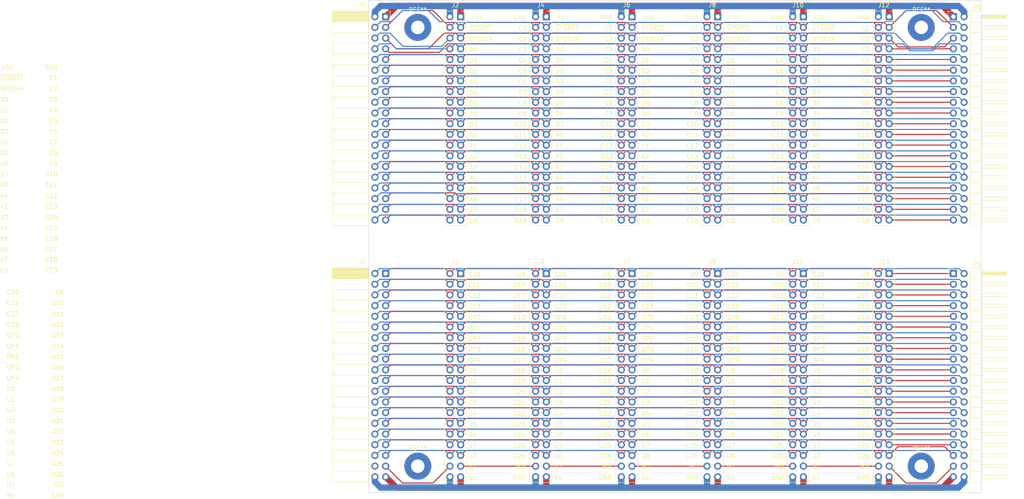
<source format=kicad_pcb>
(kicad_pcb (version 20221018) (generator pcbnew)
  (layers (0 "F.Cu" signal) (31 "B.Cu" signal) (34 "B.Paste" user) (35 "F.Paste" user) (36 "B.SilkS" user "B.Silkscreen") (37 "F.SilkS" user "F.Silkscreen") (38 "B.Mask" user) (39 "F.Mask" user) (44 "Edge.Cuts" user))
  (net 0 "")
  (net 1 "/~{SYSRST}")
  (net 2 "/C0")
  (net 3 "/SYSCLK")
  (net 4 "/C1")
  (net 5 "/D0")
  (net 6 "/C2")
  (net 7 "/D1")
  (net 8 "/C3")
  (net 9 "/D2")
  (net 10 "/C4")
  (net 11 "/D3")
  (net 12 "/C5")
  (net 13 "/D4")
  (net 14 "/C6")
  (net 15 "/D5")
  (net 16 "/C7")
  (net 17 "/D6")
  (net 18 "/C8")
  (net 19 "/D7")
  (net 20 "/C9")
  (net 21 "/A0")
  (net 22 "/C10")
  (net 23 "/A1")
  (net 24 "/C11")
  (net 25 "/A2")
  (net 26 "/C12")
  (net 27 "/A3")
  (net 28 "/C13")
  (net 29 "/A4")
  (net 30 "/C14")
  (net 31 "/A5")
  (net 32 "/C15")
  (net 33 "/A6")
  (net 34 "/C16")
  (net 35 "/A7")
  (net 36 "/C17")
  (net 37 "/5V")
  (net 38 "/C18")
  (net 39 "/U6")
  (net 40 "/C19")
  (net 41 "/U7")
  (net 42 "/C20")
  (net 43 "/U8")
  (net 44 "/C21")
  (net 45 "/U9")
  (net 46 "/C22")
  (net 47 "/U10")
  (net 48 "/C23")
  (net 49 "/U11")
  (net 50 "/OP0")
  (net 51 "/U12")
  (net 52 "/OP1")
  (net 53 "/U13")
  (net 54 "/OP2")
  (net 55 "/U14")
  (net 56 "/OP3")
  (net 57 "/U15")
  (net 58 "/OP4")
  (net 59 "/U16")
  (net 60 "/U0")
  (net 61 "/U17")
  (net 62 "/U1")
  (net 63 "/U18")
  (net 64 "/U2")
  (net 65 "/U19")
  (net 66 "/U3")
  (net 67 "/U20")
  (net 68 "/U4")
  (net 69 "/U21")
  (net 70 "/U5")
  (net 71 "/U22")
  (net 72 "/IE0")
  (net 73 "/GND")
  (net 74 "/U23")
  (net 75 "/U24")
  (net 76 "/U25")
  (net 77 "/U26")
  (footprint "Connector_PinSocket_2.54mm:PinSocket_2x20_P2.54mm_Vertical" (layer "F.Cu") (at 106.68 40.64)
    (fp_text reference "J4")
    (fp_text value "Conn_02x20_Row_Letter_First")
  )
  (footprint "Connector_PinHeader_2.54mm:PinHeader_2x20_P2.54mm_Horizontal" (layer "F.Cu") (at 203.2 101.6)
    (fp_text reference "P1")
    (fp_text value "Conn_02x20_Row_Letter_First")
  )
  (footprint "Connector_PinSocket_2.54mm:PinSocket_2x20_P2.54mm_Vertical" (layer "F.Cu") (at 127 101.6)
    (fp_text reference "J7")
    (fp_text value "Conn_02x20_Row_Letter_First")
  )
  (footprint "Connector_PinSocket_2.54mm:PinSocket_2x20_P2.54mm_Horizontal" (layer "F.Cu") (at 68.58 101.6)
    (fp_text reference "J1")
    (fp_text value "Conn_02x20_Row_Letter_First")
  )
  (footprint "MountingHole:MountingHole_3.2mm_M3_Pad" (layer "F.Cu") (at 76.2 43.18)
    (fp_text reference "REF**")
    (fp_text value "MountingHole_3.2mm_M3_Pad")
  )
  (footprint "Connector_PinSocket_2.54mm:PinSocket_2x20_P2.54mm_Vertical" (layer "F.Cu") (at 147.32 101.6)
    (fp_text reference "J9")
    (fp_text value "Conn_02x20_Row_Letter_First")
  )
  (footprint "Connector_PinSocket_2.54mm:PinSocket_2x20_P2.54mm_Vertical" (layer "F.Cu") (at 167.64 101.6)
    (fp_text reference "J11")
    (fp_text value "Conn_02x20_Row_Letter_First")
  )
  (footprint "MountingHole:MountingHole_3.2mm_M3_Pad" (layer "F.Cu") (at 195.58 147.32)
    (fp_text reference "REF**")
    (fp_text value "MountingHole_3.2mm_M3_Pad")
  )
  (footprint "Connector_PinSocket_2.54mm:PinSocket_2x20_P2.54mm_Horizontal" (layer "F.Cu") (at 68.58 40.64)
    (fp_text reference "J0")
    (fp_text value "Conn_02x20_Row_Letter_First")
  )
  (footprint "Connector_PinSocket_2.54mm:PinSocket_2x20_P2.54mm_Vertical" (layer "F.Cu") (at 86.36 101.6)
    (fp_text reference "J3")
    (fp_text value "Conn_02x20_Row_Letter_First")
  )
  (footprint "MountingHole:MountingHole_3.2mm_M3_Pad" (layer "F.Cu") (at 76.2 147.32)
    (fp_text reference "REF**")
    (fp_text value "MountingHole_3.2mm_M3_Pad")
  )
  (footprint "Connector_PinSocket_2.54mm:PinSocket_2x20_P2.54mm_Vertical" (layer "F.Cu") (at 86.36 40.64)
    (fp_text reference "J2")
    (fp_text value "Conn_02x20_Row_Letter_First")
  )
  (footprint "Connector_PinHeader_2.54mm:PinHeader_2x20_P2.54mm_Horizontal" (layer "F.Cu") (at 203.2 40.64)
    (fp_text reference "P0")
    (fp_text value "Conn_02x20_Row_Letter_First")
  )
  (footprint "Connector_PinSocket_2.54mm:PinSocket_2x20_P2.54mm_Vertical" (layer "F.Cu") (at 187.96 40.64)
    (fp_text reference "J12")
    (fp_text value "Conn_02x20_Row_Letter_First")
  )
  (footprint "MountingHole:MountingHole_3.2mm_M3_Pad" (layer "F.Cu") (at 195.58 43.18)
    (fp_text reference "REF**")
    (fp_text value "MountingHole_3.2mm_M3_Pad")
  )
  (footprint "Connector_PinSocket_2.54mm:PinSocket_2x20_P2.54mm_Vertical" (layer "F.Cu") (at 147.32 40.64)
    (fp_text reference "J8")
    (fp_text value "Conn_02x20_Row_Letter_First")
  )
  (footprint "Connector_PinSocket_2.54mm:PinSocket_2x20_P2.54mm_Vertical" (layer "F.Cu") (at 167.64 40.64)
    (fp_text reference "J10")
    (fp_text value "Conn_02x20_Row_Letter_First")
  )
  (footprint "Connector_PinSocket_2.54mm:PinSocket_2x20_P2.54mm_Vertical" (layer "F.Cu") (at 106.68 101.6)
    (fp_text reference "J5")
    (fp_text value "Conn_02x20_Row_Letter_First")
  )
  (footprint "Connector_PinSocket_2.54mm:PinSocket_2x20_P2.54mm_Vertical" (layer "F.Cu") (at 187.96 101.6)
    (fp_text reference "J13")
    (fp_text value "Conn_02x20_Row_Letter_First")
  )
  (footprint "Connector_PinSocket_2.54mm:PinSocket_2x20_P2.54mm_Vertical" (layer "F.Cu") (at 127 40.64)
    (fp_text reference "J6")
    (fp_text value "Conn_02x20_Row_Letter_First")
  )
  (gr_rect (start 64.549715 36.728878) (end 209.828224 153.616665) (stroke (width 0.1)) (fill none) (layer "Edge.Cuts"))
  (gr_text "U19" (at 163.114505 127.641158) (layer "F.SilkS") (effects (font (size 1 1)) (justify right bottom)))
  (gr_text "C6" (at 102.119501 56.724159) (layer "F.SilkS") (effects (font (size 1 1)) (justify right bottom)))
  (gr_text "U14" (at 122.214755 115.115124) (layer "F.SilkS") (effects (font (size 1 1)) (justify right bottom)))
  (gr_text "OP1" (at -21.369282 119.436387) (layer "F.SilkS") (effects (font (size 1 1)) (justify left bottom)))
  (gr_text "U23" (at -7.62 142.242957) (layer "F.SilkS") (effects (font (size 1 1)) (justify right bottom)))
  (gr_text "U9" (at -7.62 106.674085) (layer "F.SilkS") (effects (font (size 1 1)) (justify right bottom)))
  (gr_text "U8" (at 88.063241 145.574955) (layer "F.SilkS") (effects (font (size 1 1)) (justify left bottom)))
  (gr_text "C8" (at 122.549049 61.710973) (layer "F.SilkS") (effects (font (size 1 1)) (justify right bottom)))
  (gr_text "U15" (at 163.114505 117.633935) (layer "F.SilkS") (effects (font (size 1 1)) (justify right bottom)))
  (gr_text "U11" (at 142.853956 107.454361) (layer "F.SilkS") (effects (font (size 1 1)) (justify right bottom)))
  (gr_text "U2" (at 149.365223 130.191437) (layer "F.SilkS") (effects (font (size 1 1)) (justify left bottom)))
  (gr_text "A4" (at 169.634044 79.488728) (layer "F.SilkS") (effects (font (size 1 1)) (justify left bottom)))
  (gr_text "C13" (at 163.0933 74.443172) (layer "F.SilkS") (effects (font (size 1 1)) (justify right bottom)))
  (gr_text "C1" (at 183.383326 43.820654) (layer "F.SilkS") (effects (font (size 1 1)) (justify right bottom)))
  (gr_text "C20" (at 108.465473 102.391998) (layer "F.SilkS") (effects (font (size 1 1)) (justify left bottom)))
  (gr_text "~{SYSRST}" (at 129.130695 43.945878) (layer "F.SilkS") (effects (font (size 1 1)) (justify left bottom)))
  (gr_text "OP1" (at 169.634476 115.120407) (layer "F.SilkS") (effects (font (size 1 1)) (justify left bottom)))
  (gr_text "OP2" (at 88.063241 117.665403) (layer "F.SilkS") (effects (font (size 1 1)) (justify left bottom)))
  (gr_text "U26" (at 122.214755 145.561719) (layer "F.SilkS") (effects (font (size 1 1)) (justify right bottom)))
  (gr_text "A1" (at 88.370219 71.930413) (layer "F.SilkS") (effects (font (size 1 1)) (justify left bottom)))
  (gr_text "A5" (at 108.799767 82.006973) (layer "F.SilkS") (effects (font (size 1 1)) (justify left bottom)))
  (gr_text "U26" (at -7.62 149.854085) (layer "F.SilkS") (effects (font (size 1 1)) (justify right bottom)))
  (gr_text "D4" (at 149.344018 59.24773) (layer "F.SilkS") (effects (font (size 1 1)) (justify left bottom)))
  (gr_text "U19" (at 142.853956 127.625415) (layer "F.SilkS") (effects (font (size 1 1)) (justify right bottom)))
  (gr_text "U7" (at 129.104674 142.988277) (layer "F.SilkS") (effects (font (size 1 1)) (justify left bottom)))
  (gr_text "D6" (at 88.370219 64.348523) (layer "F.SilkS") (effects (font (size 1 1)) (justify left bottom)))
  (gr_text "U20" (at 183.383758 130.300189) (layer "F.SilkS") (effects (font (size 1 1)) (justify right bottom)))
  (gr_text "U3" (at 108.465473 132.874082) (layer "F.SilkS") (effects (font (size 1 1)) (justify left bottom)))
  (gr_text "5V" (at 108.465473 150.651998) (layer "F.SilkS") (effects (font (size 1 1)) (justify left bottom)))
  (gr_text "C6" (at 122.549049 56.636888) (layer "F.SilkS") (effects (font (size 1 1)) (justify right bottom)))
  (gr_text "D3" (at 169.634044 56.653261) (layer "F.SilkS") (effects (font (size 1 1)) (justify left bottom)))
  (gr_text "D7" (at 149.344018 66.827536) (layer "F.SilkS") (effects (font (size 1 1)) (justify left bottom)))
  (gr_text "D4" (at 108.799767 59.187167) (layer "F.SilkS") (effects (font (size 1 1)) (justify left bottom)))
  (gr_text "GND" (at 142.879977 41.395599) (layer "F.SilkS") (effects (font (size 1 1)) (justify right bottom)))
  (gr_text "D6" (at 108.799767 64.261252) (layer "F.SilkS") (effects (font (size 1 1)) (justify left bottom)))
  (gr_text "C3" (at 142.879977 49.054919) (layer "F.SilkS") (effects (font (size 1 1)) (justify right bottom)))
  (gr_text "U0" (at 149.365223 125.258299) (layer "F.SilkS") (effects (font (size 1 1)) (justify left bottom)))
  (gr_text "SYSCLK" (at 149.344018 46.501621) (layer "F.SilkS") (effects (font (size 1 1)) (justify left bottom)))
  (gr_text "C22" (at 108.465473 107.471998) (layer "F.SilkS") (effects (font (size 1 1)) (justify left bottom)))
  (gr_text "U18" (at 122.214755 125.247634) (layer "F.SilkS") (effects (font (size 1 1)) (justify right bottom)))
  (gr_text "U2" (at 88.063241 130.22533) (layer "F.SilkS") (effects (font (size 1 1)) (justify left bottom)))
  (gr_text "A0" (at 169.634044 69.213188) (layer "F.SilkS") (effects (font (size 1 1)) (justify left bottom)))
  (gr_text "C2" (at 102.119501 46.560328) (layer "F.SilkS") (effects (font (size 1 1)) (justify right bottom)))
  (gr_text "OP1" (at 88.063241 115.144021) (layer "F.SilkS") (effects (font (size 1 1)) (justify left bottom)))
  (gr_text "A0" (at 129.130695 69.23921) (layer "F.SilkS") (effects (font (size 1 1)) (justify left bottom)))
  (gr_text "U16" (at 183.383758 120.181256) (layer "F.SilkS") (effects (font (size 1 1)) (justify right bottom)))
  (gr_text "C16" (at 122.549049 81.993736) (layer "F.SilkS") (effects (font (size 1 1)) (justify right bottom)))
  (gr_text "C7" (at 183.383326 59.192728) (layer "F.SilkS") (effects (font (size 1 1)) (justify right bottom)))
  (gr_text "C11" (at -9.110718 81.16601) (layer "F.SilkS") (effects (font (size 1 1)) (justify right bottom)))
  (gr_text "C9" (at 102.119501 64.303965) (layer "F.SilkS") (effects (font (size 1 1)) (justify right bottom)))
  (gr_text "C19" (at 122.549049 89.510899) (layer "F.SilkS") (effects (font (size 1 1)) (justify right bottom)))
  (gr_text "A7" (at 88.370219 87.168329) (layer "F.SilkS") (effects (font (size 1 1)) (justify left bottom)))
  (gr_text "C19" (at -9.110718 101.384046) (layer "F.SilkS") (effects (font (size 1 1)) (justify right bottom)))
  (gr_text "U24" (at 101.812523 140.487634) (layer "F.SilkS") (effects (font (size 1 1)) (justify right bottom)))
  (gr_text "C5" (at -9.110718 65.957331) (layer "F.SilkS") (effects (font (size 1 1)) (justify right bottom)))
  (gr_text "A7" (at 169.634044 87.099856) (layer "F.SilkS") (effects (font (size 1 1)) (justify left bottom)))
  (gr_text "5V" (at 88.063241 150.651998) (layer "F.SilkS") (effects (font (size 1 1)) (justify left bottom)))
  (gr_text "U7" (at -21.369282 147.330279) (layer "F.SilkS") (effects (font (size 1 1)) (justify left bottom)))
  (gr_text "U10" (at 163.114505 104.798903) (layer "F.SilkS") (effects (font (size 1 1)) (justify right bottom)))
  (gr_text "A2" (at -22.86 86.268992) (layer "F.SilkS") (effects (font (size 1 1)) (justify left bottom)))
  (gr_text "U13" (at 142.853956 112.544106) (layer "F.SilkS") (effects (font (size 1 1)) (justify right bottom)))
  (gr_text "A5" (at 88.370219 82.094244) (layer "F.SilkS") (effects (font (size 1 1)) (justify left bottom)))
  (gr_text "IE0" (at 142.853956 147.955161) (layer "F.SilkS") (effects (font (size 1 1)) (justify right bottom)))
  (gr_text "U16" (at 101.812523 120.20487) (layer "F.SilkS") (effects (font (size 1 1)) (justify right bottom)))
  (gr_text "5V" (at 129.104674 150.602362) (layer "F.SilkS") (effects (font (size 1 1)) (justify left bottom)))
  (gr_text "C4" (at 142.879977 51.607622) (layer "F.SilkS") (effects (font (size 1 1)) (justify right bottom)))
  (gr_text "U3" (at 149.365223 132.840189) (layer "F.SilkS") (effects (font (size 1 1)) (justify left bottom)))
  (gr_text "GND" (at 163.114505 150.507946) (layer "F.SilkS") (effects (font (size 1 1)) (justify right bottom)))
  (gr_text "U26" (at 142.853956 145.512083) (layer "F.SilkS") (effects (font (size 1 1)) (justify right bottom)))
  (gr_text "D2" (at 149.344018 54.173644) (layer "F.SilkS") (effects (font (size 1 1)) (justify left bottom)))
  (gr_text "GND" (at 142.853956 150.492203) (layer "F.SilkS") (effects (font (size 1 1)) (justify right bottom)))
  (gr_text "U0" (at 88.063241 125.292192) (layer "F.SilkS") (effects (font (size 1 1)) (justify left bottom)))
  (gr_text "OP3" (at 108.465473 120.218107) (layer "F.SilkS") (effects (font (size 1 1)) (justify left bottom)))
  (gr_text "D6" (at -22.86 76.134399) (layer "F.SilkS") (effects (font (size 1 1)) (justify left bottom)))
  (gr_text "U6" (at -21.369282 144.793236) (layer "F.SilkS") (effects (font (size 1 1)) (justify left bottom)))
  (gr_text "U15" (at 101.812523 117.667828) (layer "F.SilkS") (effects (font (size 1 1)) (justify right bottom)))
  (gr_text "C9" (at -9.110718 76.089841) (layer "F.SilkS") (effects (font (size 1 1)) (justify right bottom)))
  (gr_text "OP1" (at 149.365223 115.110128) (layer "F.SilkS") (effects (font (size 1 1)) (justify left bottom)))
  (gr_text "D0" (at 169.634044 49.042134) (layer "F.SilkS") (effects (font (size 1 1)) (justify left bottom)))
  (gr_text "D3" (at 129.130695 56.679283) (layer "F.SilkS") (effects (font (size 1 1)) (justify left bottom)))
  (gr_text "U19" (at 101.812523 127.675051) (layer "F.SilkS") (effects (font (size 1 1)) (justify right bottom)))
  (gr_text "C18" (at 163.0933 87.03442) (layer "F.SilkS") (effects (font (size 1 1)) (justify right bottom)))
  (gr_text "U1" (at 88.063241 127.797913) (layer "F.SilkS") (effects (font (size 1 1)) (justify left bottom)))
  (gr_text "OP4" (at 149.365223 122.721256) (layer "F.SilkS") (effects (font (size 1 1)) (justify left bottom)))
  (gr_text "C8" (at -9.110718 73.58412) (layer "F.SilkS") (effects (font (size 1 1)) (justify right bottom)))
  (gr_text "A7" (at -22.86 98.954205) (layer "F.SilkS") (effects (font (size 1 1)) (justify left bottom)))
  (gr_text "U20" (at 142.853956 130.274167) (layer "F.SilkS") (effects (font (size 1 1)) (justify right bottom)))
  (gr_text "C4" (at 163.0933 51.623365) (layer "F.SilkS") (effects (font (size 1 1)) (justify right bottom)))
  (gr_text "C14" (at 122.549049 76.919651) (layer "F.SilkS") (effects (font (size 1 1)) (justify right bottom)))
  (gr_text "C15" (at 122.549049 79.456694) (layer "F.SilkS") (effects (font (size 1 1)) (justify right bottom)))
  (gr_text "D5" (at 108.799767 61.724209) (layer "F.SilkS") (effects (font (size 1 1)) (justify left bottom)))
  (gr_text "U9" (at 183.383758 102.358105) (layer "F.SilkS") (effects (font (size 1 1)) (justify right bottom)))
  (gr_text "U21" (at 183.383758 132.852892) (layer "F.SilkS") (effects (font (size 1 1)) (justify right bottom)))
  (gr_text "C21" (at 108.465473 104.931998) (layer "F.SilkS") (effects (font (size 1 1)) (justify left bottom)))
  (gr_text "+5V" (at 108.799767 41.361058) (layer "F.SilkS") (effects (font (size 1 1)) (justify left bottom)))
  (gr_text "D0" (at 149.344018 49.083899) (layer "F.SilkS") (effects (font (size 1 1)) (justify left bottom)))
  (gr_text "C1" (at 142.879977 43.846676) (layer "F.SilkS") (effects (font (size 1 1)) (justify right bottom)))
  (gr_text "U17" (at -7.62 127.034279) (layer "F.SilkS") (effects (font (size 1 1)) (justify right bottom)))
  (gr_text "U5" (at 169.634476 137.940214) (layer "F.SilkS") (effects (font (size 1 1)) (justify left bottom)))
  (gr_text "C7" (at 102.119501 59.261201) (layer "F.SilkS") (effects (font (size 1 1)) (justify right bottom)))
  (gr_text "C15" (at 102.119501 79.543965) (layer "F.SilkS") (effects (font (size 1 1)) (justify right bottom)))
  (gr_text "U21" (at 142.853956 132.82687) (layer "F.SilkS") (effects (font (size 1 1)) (justify right bottom)))
  (gr_text "D7" (at -22.86 78.64012) (layer "F.SilkS") (effects (font (size 1 1)) (justify left bottom)))
  (gr_text "A6" (at 108.799767 84.544015) (layer "F.SilkS") (effects (font (size 1 1)) (justify left bottom)))
  (gr_text "D1" (at 88.370219 51.647649) (layer "F.SilkS") (effects (font (size 1 1)) (justify left bottom)))
  (gr_text "C14" (at 142.879977 76.964471) (layer "F.SilkS") (effects (font (size 1 1)) (justify right bottom)))
  (gr_text "U10" (at 122.214755 104.832796) (layer "F.SilkS") (effects (font (size 1 1)) (justify right bottom)))
  (gr_text "D0" (at 129.130695 49.068156) (layer "F.SilkS") (effects (font (size 1 1)) (justify left bottom)))
  (gr_text "U20" (at -7.62 134.616169) (layer "F.SilkS") (effects (font (size 1 1)) (justify right bottom)))
  (gr_text "D4" (at 88.370219 59.274438) (layer "F.SilkS") (effects (font (size 1 1)) (justify left bottom)))
  (gr_text "A6" (at 129.130695 84.588835) (layer "F.SilkS") (effects (font (size 1 1)) (justify left bottom)))
  (gr_text "C14" (at 102.119501 77.006922) (layer "F.SilkS") (effects (font (size 1 1)) (justify right bottom)))
  (gr_text "C16" (at 163.0933 82.054299) (layer "F.SilkS") (effects (font (size 1 1)) (justify right bottom)))
  (gr_text "U9" (at 101.812523 102.381719) (layer "F.SilkS") (effects (font (size 1 1)) (justify right bottom)))
  (gr_text "C1" (at 163.0933 43.862419) (layer "F.SilkS") (effects (font (size 1 1)) (justify right bottom)))
  (gr_text "U25" (at 163.114505 142.990783) (layer "F.SilkS") (effects (font (size 1 1)) (justify right bottom)))
  (gr_text "D2" (at -22.86 65.986228) (layer "F.SilkS") (effects (font (size 1 1)) (justify left bottom)))
  (gr_text "U15" (at 183.383758 117.644214) (layer "F.SilkS") (effects (font (size 1 1)) (justify right bottom)))
  (gr_text "OP2" (at 149.365223 117.63151) (layer "F.SilkS") (effects (font (size 1 1)) (justify left bottom)))
  (gr_text "C3" (at 163.0933 49.070662) (layer "F.SilkS") (effects (font (size 1 1)) (justify right bottom)))
  (gr_text "GND" (at 122.214755 150.541839) (layer "F.SilkS") (effects (font (size 1 1)) (justify right bottom)))
  (gr_text "C17" (at 142.879977 84.575599) (layer "F.SilkS") (effects (font (size 1 1)) (justify right bottom)))
  (gr_text "C17" (at 163.0933 84.591342) (layer "F.SilkS") (effects (font (size 1 1)) (justify right bottom)))
  (gr_text "C4" (at 183.383326 51.5816) (layer "F.SilkS") (effects (font (size 1 1)) (justify right bottom)))
  (gr_text "A4" (at 88.370219 79.557201) (layer "F.SilkS") (effects (font (size 1 1)) (justify left bottom)))
  (gr_text "U18" (at 183.383758 125.22402) (layer "F.SilkS") (effects (font (size 1 1)) (justify right bottom)))
  (gr_text "C6" (at 163.0933 56.697451) (layer "F.SilkS") (effects (font (size 1 1)) (justify right bottom)))
  (gr_text "D6" (at 149.344018 64.321815) (layer "F.SilkS") (effects (font (size 1 1)) (justify left bottom)))
  (gr_text "D3" (at -22.86 68.50761) (layer "F.SilkS") (effects (font (size 1 1)) (justify left bottom)))
  (gr_text "U14" (at 183.383758 115.09151) (layer "F.SilkS") (effects (font (size 1 1)) (justify right bottom)))
  (gr_text "C0" (at 129.130695 89.665878) (layer "F.SilkS") (effects (font (size 1 1)) (justify left bottom)))
  (gr_text "U18" (at 101.812523 125.247634) (layer "F.SilkS") (effects (font (size 1 1)) (justify right bottom)))
  (gr_text "U18" (at -7.62 129.54) (layer "F.SilkS") (effects (font (size 1 1)) (justify right bottom)))
  (gr_text "~{SYSRST}" (at 108.799767 43.901058) (layer "F.SilkS") (effects (font (size 1 1)) (justify left bottom)))
  (gr_text "IEI" (at 88.063241 148.111998) (layer "F.SilkS") (effects (font (size 1 1)) (justify left bottom)))
  (gr_text "D1" (at 169.634044 51.579176) (layer "F.SilkS") (effects (font (size 1 1)) (justify left bottom)))
  (gr_text "C7" (at 142.879977 59.21875) (layer "F.SilkS") (effects (font (size 1 1)) (justify right bottom)))
  (gr_text "C2" (at 163.0933 46.53362) (layer "F.SilkS") (effects (font (size 1 1)) (justify right bottom)))
  (gr_text "IE0" (at -7.62 152.297163) (layer "F.SilkS") (effects (font (size 1 1)) (justify right bottom)))
  (gr_text "A1" (at 149.344018 71.903705) (layer "F.SilkS") (effects (font (size 1 1)) (justify left bottom)))
  (gr_text "C19" (at 163.0933 89.571462) (layer "F.SilkS") (effects (font (size 1 1)) (justify right bottom)))
  (gr_text "OP2" (at 108.465473 117.665403) (layer "F.SilkS") (effects (font (size 1 1)) (justify left bottom)))
  (gr_text "U8" (at 108.465473 145.574955) (layer "F.SilkS") (effects (font (size 1 1)) (justify left bottom)))
  (gr_text "C18" (at 183.383326 86.992655) (layer "F.SilkS") (effects (font (size 1 1)) (justify right bottom)))
  (gr_text "C6" (at 183.383326 56.655686) (layer "F.SilkS") (effects (font (size 1 1)) (justify right bottom)))
  (gr_text "A5" (at 129.130695 82.051793) (layer "F.SilkS") (effects (font (size 1 1)) (justify left bottom)))
  (gr_text "C0" (at -22.86 101.494205) (layer "F.SilkS") (effects (font (size 1 1)) (justify left bottom)))
  (gr_text "U17" (at 163.114505 122.70802) (layer "F.SilkS") (effects (font (size 1 1)) (justify right bottom)))
  (gr_text "U14" (at 163.114505 115.081231) (layer "F.SilkS") (effects (font (size 1 1)) (justify right bottom)))
  (gr_text "+5V" (at 129.130695 41.405878) (layer "F.SilkS") (effects (font (size 1 1)) (justify left bottom)))
  (gr_text "A2" (at 108.799767 74.395845) (layer "F.SilkS") (effects (font (size 1 1)) (justify left bottom)))
  (gr_text "U12" (at -7.62 114.333405) (layer "F.SilkS") (effects (font (size 1 1)) (justify right bottom)))
  (gr_text "U0" (at 129.104674 125.242556) (layer "F.SilkS") (effects (font (size 1 1)) (justify left bottom)))
  (gr_text "U19" (at -7.62 131.967417) (layer "F.SilkS") (effects (font (size 1 1)) (justify right bottom)))
  (gr_text "A4" (at 129.130695 79.51475) (layer "F.SilkS") (effects (font (size 1 1)) (justify left bottom)))
  (gr_text "U22" (at 122.214755 135.413549) (layer "F.SilkS") (effects (font (size 1 1)) (justify right bottom)))
  (gr_text "C21" (at 88.063241 104.931998) (layer "F.SilkS") (effects (font (size 1 1)) (justify left bottom)))
  (gr_text "C14" (at 163.0933 76.980214) (layer "F.SilkS") (effects (font (size 1 1)) (justify right bottom)))
  (gr_text "D2" (at 169.634044 54.131879) (layer "F.SilkS") (effects (font (size 1 1)) (justify left bottom)))
  (gr_text "C21" (at 129.104674 104.882362) (layer "F.SilkS") (effects (font (size 1 1)) (justify left bottom)))
  (gr_text "C16" (at -9.110718 93.866883) (layer "F.SilkS") (effects (font (size 1 1)) (justify right bottom)))
  (gr_text "D6" (at 129.130695 64.306072) (layer "F.SilkS") (effects (font (size 1 1)) (justify left bottom)))
  (gr_text "A1" (at 129.130695 71.887962) (layer "F.SilkS") (effects (font (size 1 1)) (justify left bottom)))
  (gr_text "U20" (at 163.114505 130.28991) (layer "F.SilkS") (effects (font (size 1 1)) (justify right bottom)))
  (gr_text "U16" (at -7.62 124.497236) (layer "F.SilkS") (effects (font (size 1 1)) (justify right bottom)))
  (gr_text "D5" (at 88.370219 61.81148) (layer "F.SilkS") (effects (font (size 1 1)) (justify left bottom)))
  (gr_text "C12" (at 163.0933 71.906129) (layer "F.SilkS") (effects (font (size 1 1)) (justify right bottom)))
  (gr_text "A5" (at -22.86 93.88012) (layer "F.SilkS") (effects (font (size 1 1)) (justify left bottom)))
  (gr_text "U6" (at 149.365223 140.466977) (layer "F.SilkS") (effects (font (size 1 1)) (justify left bottom)))
  (gr_text "U4" (at 149.365223 135.392892) (layer "F.SilkS") (effects (font (size 1 1)) (justify left bottom)))
  (gr_text "C7" (at 122.549049 59.17393) (layer "F.SilkS") (effects (font (size 1 1)) (justify right bottom)))
  (gr_text "U0" (at 169.634476 125.268578) (layer "F.SilkS") (effects (font (size 1 1)) (justify left bottom)))
  (gr_text "D0" (at 88.370219 49.110607) (layer "F.SilkS") (effects (font (size 1 1)) (justify left bottom)))
  (gr_text "C21" (at -21.369282 109.224364) (layer "F.SilkS") (effects (font (size 1 1)) (justify left bottom)))
  (gr_text "U16" (at 122.214755 120.20487) (layer "F.SilkS") (effects (font (size 1 1)) (justify right bottom)))
  (gr_text "C12" (at 102.119501 71.932837) (layer "F.SilkS") (effects (font (size 1 1)) (justify right bottom)))
  (gr_text "C10" (at 122.549049 66.644111) (layer "F.SilkS") (effects (font (size 1 1)) (justify right bottom)))
  (gr_text "U4" (at 108.465473 135.426785) (layer "F.SilkS") (effects (font (size 1 1)) (justify left bottom)))
  (gr_text "U25" (at -7.62 147.317042) (layer "F.SilkS") (effects (font (size 1 1)) (justify right bottom)))
  (gr_text "C10" (at -9.110718 78.517258) (layer "F.SilkS") (effects (font (size 1 1)) (justify right bottom)))
  (gr_text "C16" (at 102.119501 82.081007) (layer "F.SilkS") (effects (font (size 1 1)) (justify right bottom)))
  (gr_text "U25" (at 122.214755 143.024676) (layer "F.SilkS") (effects (font (size 1 1)) (justify right bottom)))
  (gr_text "U21" (at 122.214755 132.876506) (layer "F.SilkS") (effects (font (size 1 1)) (justify right bottom)))
  (gr_text "C2" (at 122.549049 46.473057) (layer "F.SilkS") (effects (font (size 1 1)) (justify right bottom)))
  (gr_text "C8" (at 142.879977 61.755793) (layer "F.SilkS") (effects (font (size 1 1)) (justify right bottom)))
  (gr_text "U1" (at 169.634476 127.774299) (layer "F.SilkS") (effects (font (size 1 1)) (justify left bottom)))
  (gr_text "U13" (at 163.114505 112.559849) (layer "F.SilkS") (effects (font (size 1 1)) (justify right bottom)))
  (gr_text "C23" (at 129.104674 110.00464) (layer "F.SilkS") (effects (font (size 1 1)) (justify left bottom)))
  (gr_text "OP3" (at 88.063241 120.218107) (layer "F.SilkS") (effects (font (size 1 1)) (justify left bottom)))
  (gr_text "U5" (at 88.063241 137.963828) (layer "F.SilkS") (effects (font (size 1 1)) (justify left bottom)))
  (gr_text "OP0" (at 88.063241 112.591318) (layer "F.SilkS") (effects (font (size 1 1)) (justify left bottom)))
  (gr_text "C2" (at -9.110718 58.346204) (layer "F.SilkS") (effects (font (size 1 1)) (justify right bottom)))
  (gr_text "U24" (at 183.383758 140.46402) (layer "F.SilkS") (effects (font (size 1 1)) (justify right bottom)))
  (gr_text "U11" (at 183.383758 107.480383) (layer "F.SilkS") (effects (font (size 1 1)) (justify right bottom)))
  (gr_text "U4" (at -21.369282 139.719151) (layer "F.SilkS") (effects (font (size 1 1)) (justify left bottom)))
  (gr_text "U14" (at -7.62 119.40749) (layer "F.SilkS") (effects (font (size 1 1)) (justify right bottom)))
  (gr_text "A3" (at -22.86 88.806035) (layer "F.SilkS") (effects (font (size 1 1)) (justify left bottom)))
  (gr_text "A7" (at 129.130695 87.125878) (layer "F.SilkS") (effects (font (size 1 1)) (justify left bottom)))
  (gr_text "C23" (at 149.365223 110.020383) (layer "F.SilkS") (effects (font (size 1 1)) (justify left bottom)))
  (gr_text "U12" (at 163.114505 110.007146) (layer "F.SilkS") (effects (font (size 1 1)) (justify right bottom)))
  (gr_text "C18" (at 122.549049 86.973857) (layer "F.SilkS") (effects (font (size 1 1)) (justify right bottom)))
  (gr_text "C11" (at 142.879977 69.337683) (layer "F.SilkS") (effects (font (size 1 1)) (justify right bottom)))
  (gr_text "A7" (at 149.344018 87.141621) (layer "F.SilkS") (effects (font (size 1 1)) (justify left bottom)))
  (gr_text "C4" (at -9.110718 63.435949) (layer "F.SilkS") (effects (font (size 1 1)) (justify right bottom)))
  (gr_text "C12" (at 122.549049 71.845566) (layer "F.SilkS") (effects (font (size 1 1)) (justify right bottom)))
  (gr_text "IE0" (at 183.383758 147.981183) (layer "F.SilkS") (effects (font (size 1 1)) (justify right bottom)))
  (gr_text "C20" (at 129.104674 102.342362) (layer "F.SilkS") (effects (font (size 1 1)) (justify left bottom)))
  (gr_text "U14" (at 142.853956 115.065488) (layer "F.SilkS") (effects (font (size 1 1)) (justify right bottom)))
  (gr_text "U15" (at -7.62 121.960194) (layer "F.SilkS") (effects (font (size 1 1)) (justify right bottom)))
  (gr_text "C10" (at 142.879977 66.688931) (layer "F.SilkS") (effects (font (size 1 1)) (justify right bottom)))
  (gr_text "U6" (at 129.104674 140.451234) (layer "F.SilkS") (effects (font (size 1 1)) (justify left bottom)))
  (gr_text "OP4" (at 108.465473 122.755149) (layer "F.SilkS") (effects (font (size 1 1)) (justify left bottom)))
  (gr_text "D5" (at 129.130695 61.769029) (layer "F.SilkS") (effects (font (size 1 1)) (justify left bottom)))
  (gr_text "C21" (at 169.634476 104.908384) (layer "F.SilkS") (effects (font (size 1 1)) (justify left bottom)))
  (gr_text "C3" (at 102.119501 49.09737) (layer "F.SilkS") (effects (font (size 1 1)) (justify right bottom)))
  (gr_text "C15" (at -9.110718 91.329841) (layer "F.SilkS") (effects (font (size 1 1)) (justify right bottom)))
  (gr_text "D2" (at 108.799767 54.113081) (layer "F.SilkS") (effects (font (size 1 1)) (justify left bottom)))
  (gr_text "C14" (at -9.110718 88.792798) (layer "F.SilkS") (effects (font (size 1 1)) (justify right bottom)))
  (gr_text "C19" (at 102.119501 89.59817) (layer "F.SilkS") (effects (font (size 1 1)) (justify right bottom)))
  (gr_text "C20" (at 88.063241 102.391998) (layer "F.SilkS") (effects (font (size 1 1)) (justify left bottom)))
  (gr_text "D0" (at 108.799767 49.023336) (layer "F.SilkS") (effects (font (size 1 1)) (justify left bottom)))
  (gr_text "C18" (at 142.879977 87.018677) (layer "F.SilkS") (effects (font (size 1 1)) (justify right bottom)))
  (gr_text "U0" (at -21.369282 129.584558) (layer "F.SilkS") (effects (font (size 1 1)) (justify left bottom)))
  (gr_text "U2" (at 169.634476 130.201716) (layer "F.SilkS") (effects (font (size 1 1)) (justify left bottom)))
  (gr_text "C8" (at 163.0933 61.771536) (layer "F.SilkS") (effects (font (size 1 1)) (justify right bottom)))
  (gr_text "C0" (at 169.634044 89.639856) (layer "F.SilkS") (effects (font (size 1 1)) (justify left bottom)))
  (gr_text "A2" (at 169.634044 74.414643) (layer "F.SilkS") (effects (font (size 1 1)) (justify left bottom)))
  (gr_text "IEI" (at -21.369282 152.404364) (layer "F.SilkS") (effects (font (size 1 1)) (justify left bottom)))
  (gr_text "U4" (at 169.634476 135.403171) (layer "F.SilkS") (effects (font (size 1 1)) (justify left bottom)))
  (gr_text "C22" (at 169.634476 107.448384) (layer "F.SilkS") (effects (font (size 1 1)) (justify left bottom)))
  (gr_text "D3" (at 108.799767 56.634463) (layer "F.SilkS") (effects (font (size 1 1)) (justify left bottom)))
  (gr_text "C23" (at 108.465473 110.054276) (layer "F.SilkS") (effects (font (size 1 1)) (justify left bottom)))
  (gr_text "OP2" (at 129.104674 117.615767) (layer "F.SilkS") (effects (font (size 1 1)) (justify left bottom)))
  (gr_text "OP2" (at -21.369282 121.957769) (layer "F.SilkS") (effects (font (size 1 1)) (justify left bottom)))
  (gr_text "U9" (at 163.114505 102.347826) (layer "F.SilkS") (effects (font (size 1 1)) (justify right bottom)))
  (gr_text "GND" (at 163.0933 41.411342) (layer "F.SilkS") (effects (font (size 1 1)) (justify right bottom)))
  (gr_text "U10" (at 142.853956 104.78316) (layer "F.SilkS") (effects (font (size 1 1)) (justify right bottom)))
  (gr_text "U26" (at 163.114505 145.527826) (layer "F.SilkS") (effects (font (size 1 1)) (justify right bottom)))
  (gr_text "IE0" (at 122.214755 148.004797) (layer "F.SilkS") (effects (font (size 1 1)) (justify right bottom)))
  (gr_text "U6" (at 88.063241 140.50087) (layer "F.SilkS") (effects (font (size 1 1)) (justify left bottom)))
  (gr_text "C17" (at 102.119501 84.61805) (layer "F.SilkS") (effects (font (size 1 1)) (justify right bottom)))
  (gr_text "C6" (at 142.879977 56.681708) (layer "F.SilkS") (effects (font (size 1 1)) (justify right bottom)))
  (gr_text "U11" (at 101.812523 107.503997) (layer "F.SilkS") (effects (font (size 1 1)) (justify right bottom)))
  (gr_text "C10" (at 163.0933 66.704674) (layer "F.SilkS") (effects (font (size 1 1)) (justify right bottom)))
  (gr_text "+5V" (at 149.344018 41.421621) (layer "F.SilkS") (effects (font (size 1 1)) (justify left bottom)))
  (gr_text "U24" (at 122.214755 140.487634) (layer "F.SilkS") (effects (font (size 1 1)) (justify right bottom)))
  (gr_text "D7" (at 88.370219 66.854244) (layer "F.SilkS") (effects (font (size 1 1)) (justify left bottom)))
  (gr_text "C10" (at 102.119501 66.731382) (layer "F.SilkS") (effects (font (size 1 1)) (justify right bottom)))
  (gr_text "U25" (at 183.383758 143.001062) (layer "F.SilkS") (effects (font (size 1 1)) (justify right bottom)))
  (gr_text "C9" (at 183.383326 64.235492) (layer "F.SilkS") (effects (font (size 1 1)) (justify right bottom)))
  (gr_text "C1" (at 102.119501 43.889127) (layer "F.SilkS") (effects (font (size 1 1)) (justify right bottom)))
  (gr_text "C13" (at -9.110718 86.255756) (layer "F.SilkS") (effects (font (size 1 1)) (justify right bottom)))
  (gr_text "C20" (at 149.365223 102.358105) (layer "F.SilkS") (effects (font (size 1 1)) (justify left bottom)))
  (gr_text "OP4" (at 88.063241 122.755149) (layer "F.SilkS") (effects (font (size 1 1)) (justify left bottom)))
  (gr_text "C9" (at 122.549049 64.216694) (layer "F.SilkS") (effects (font (size 1 1)) (justify right bottom)))
  (gr_text "U3" (at -21.369282 137.166448) (layer "F.SilkS") (effects (font (size 1 1)) (justify left bottom)))
  (gr_text "U10" (at 183.383758 104.809182) (layer "F.SilkS") (effects (font (size 1 1)) (justify right bottom)))
  (gr_text "U8" (at 149.365223 145.541062) (layer "F.SilkS") (effects (font (size 1 1)) (justify left bottom)))
  (gr_text "D1" (at 149.344018 51.620941) (layer "F.SilkS") (effects (font (size 1 1)) (justify left bottom)))
  (gr_text "C5" (at 122.549049 54.084184) (layer "F.SilkS") (effects (font (size 1 1)) (justify right bottom)))
  (gr_text "A5" (at 169.634044 82.025771) (layer "F.SilkS") (effects (font (size 1 1)) (justify left bottom)))
  (gr_text "C12" (at 183.383326 71.864364) (layer "F.SilkS") (effects (font (size 1 1)) (justify right bottom)))
  (gr_text "C22" (at -21.369282 111.764364) (layer "F.SilkS") (effects (font (size 1 1)) (justify left bottom)))
  (gr_text "U17" (at 122.214755 122.741913) (layer "F.SilkS") (effects (font (size 1 1)) (justify right bottom)))
  (gr_text "IE0" (at 163.114505 147.970904) (layer "F.SilkS") (effects (font (size 1 1)) (justify right bottom)))
  (gr_text "A0" (at 149.344018 69.254953) (layer "F.SilkS") (effects (font (size 1 1)) (justify left bottom)))
  (gr_text "GND" (at 122.549049 41.350779) (layer "F.SilkS") (effects (font (size 1 1)) (justify right bottom)))
  (gr_text "U25" (at 142.853956 142.97504) (layer "F.SilkS") (effects (font (size 1 1)) (justify right bottom)))
  (gr_text "C19" (at 142.879977 89.555719) (layer "F.SilkS") (effects (font (size 1 1)) (justify right bottom)))
  (gr_text "D5" (at 169.634044 61.743007) (layer "F.SilkS") (effects (font (size 1 1)) (justify left bottom)))
  (gr_text "U5" (at -21.369282 142.256194) (layer "F.SilkS") (effects (font (size 1 1)) (justify left bottom)))
  (gr_text "C13" (at 142.879977 74.427429) (layer "F.SilkS") (effects (font (size 1 1)) (justify right bottom)))
  (gr_text "GND" (at -9.110718 53.223926) (layer "F.SilkS") (effects (font (size 1 1)) (justify right bottom)))
  (gr_text "U9" (at 122.214755 102.381719) (layer "F.SilkS") (effects (font (size 1 1)) (justify right bottom)))
  (gr_text "IEI" (at 169.634476 148.088384) (layer "F.SilkS") (effects (font (size 1 1)) (justify left bottom)))
  (gr_text "U24" (at -7.62 144.78) (layer "F.SilkS") (effects (font (size 1 1)) (justify right bottom)))
  (gr_text "D5" (at -22.86 73.597356) (layer "F.SilkS") (effects (font (size 1 1)) (justify left bottom)))
  (gr_text "C15" (at 183.383326 79.475492) (layer "F.SilkS") (effects (font (size 1 1)) (justify right bottom)))
  (gr_text "~{SYSRST}" (at 169.634044 43.919856) (layer "F.SilkS") (effects (font (size 1 1)) (justify left bottom)))
  (gr_text "U10" (at 101.812523 104.832796) (layer "F.SilkS") (effects (font (size 1 1)) (justify right bottom)))
  (gr_text "C11" (at 163.0933 69.353426) (layer "F.SilkS") (effects (font (size 1 1)) (justify right bottom)))
  (gr_text "D3" (at 88.370219 56.721734) (layer "F.SilkS") (effects (font (size 1 1)) (justify left bottom)))
  (gr_text "A3" (at 129.130695 76.977708) (layer "F.SilkS") (effects (font (size 1 1)) (justify left bottom)))
  (gr_text "+5V" (at 169.634044 41.379856) (layer "F.SilkS") (effects (font (size 1 1)) (justify left bottom)))
  (gr_text "A2" (at 88.370219 74.483116) (layer "F.SilkS") (effects (font (size 1 1)) (justify left bottom)))
  (gr_text "U4" (at 88.063241 135.426785) (layer "F.SilkS") (effects (font (size 1 1)) (justify left bottom)))
  (gr_text "C4" (at 102.119501 51.650073) (layer "F.SilkS") (effects (font (size 1 1)) (justify right bottom)))
  (gr_text "A6" (at 88.370219 84.631286) (layer "F.SilkS") (effects (font (size 1 1)) (justify left bottom)))
  (gr_text "U23" (at 122.214755 137.950591) (layer "F.SilkS") (effects (font (size 1 1)) (justify right bottom)))
  (gr_text "C14" (at 183.383326 76.938449) (layer "F.SilkS") (effects (font (size 1 1)) (justify right bottom)))
  (gr_text "A7" (at 108.799767 87.081058) (layer "F.SilkS") (effects (font (size 1 1)) (justify left bottom)))
  (gr_text "GND" (at -7.62 154.834205) (layer "F.SilkS") (effects (font (size 1 1)) (justify right bottom)))
  (gr_text "U21" (at 163.114505 132.842613) (layer "F.SilkS") (effects (font (size 1 1)) (justify right bottom)))
  (gr_text "A6" (at 169.634044 84.562813) (layer "F.SilkS") (effects (font (size 1 1)) (justify left bottom)))
  (gr_text "A3" (at 169.634044 76.951686) (layer "F.SilkS") (effects (font (size 1 1)) (justify left bottom)))
  (gr_text "C0" (at 108.799767 89.621058) (layer "F.SilkS") (effects (font (size 1 1)) (justify left bottom)))
  (gr_text "U22" (at -7.62 139.705915) (layer "F.SilkS") (effects (font (size 1 1)) (justify right bottom)))
  (gr_text "C5" (at 183.383326 54.102982) (layer "F.SilkS") (effects (font (size 1 1)) (justify right bottom)))
  (gr_text "OP3" (at 149.365223 120.184214) (layer "F.SilkS") (effects (font (size 1 1)) (justify left bottom)))
  (gr_text "U16" (at 142.853956 120.155234) (layer "F.SilkS") (effects (font (size 1 1)) (justify right bottom)))
  (gr_text "U7" (at 108.465473 143.037913) (layer "F.SilkS") (effects (font (size 1 1)) (justify left bottom)))
  (gr_text "C23" (at 169.634476 110.030662) (layer "F.SilkS") (effects (font (size 1 1)) (justify left bottom)))
  (gr_text "C10" (at 183.383326 66.662909) (layer "F.SilkS") (effects (font (size 1 1)) (justify right bottom)))
  (gr_text "U22" (at 183.383758 135.389935) (layer "F.SilkS") (effects (font (size 1 1)) (justify right bottom)))
  (gr_text "~{SYSRST}" (at 149.344018 43.961621) (layer "F.SilkS") (effects (font (size 1 1)) (justify left bottom)))
  (gr_text "A4" (at 108.799767 79.46993) (layer "F.SilkS") (effects (font (size 1 1)) (justify left bottom)))
  (gr_text "GND" (at 101.812523 150.541839) (layer "F.SilkS") (effects (font (size 1 1)) (justify right bottom)))
  (gr_text "OP0" (at 169.634476 112.567704) (layer "F.SilkS") (effects (font (size 1 1)) (justify left bottom)))
  (gr_text "SYSCLK" (at 129.130695 46.485878) (layer "F.SilkS") (effects (font (size 1 1)) (justify left bottom)))
  (gr_text "U26" (at 101.812523 145.561719) (layer "F.SilkS") (effects (font (size 1 1)) (justify right bottom)))
  (gr_text "U11" (at -7.62 111.796363) (layer "F.SilkS") (effects (font (size 1 1)) (justify right bottom)))
  (gr_text "D1" (at 129.130695 51.605198) (layer "F.SilkS") (effects (font (size 1 1)) (justify left bottom)))
  (gr_text "U12" (at 142.853956 109.991403) (layer "F.SilkS") (effects (font (size 1 1)) (justify right bottom)))
  (gr_text "U4" (at 129.104674 135.377149) (layer "F.SilkS") (effects (font (size 1 1)) (justify left bottom)))
  (gr_text "U2" (at 108.465473 130.22533) (layer "F.SilkS") (effects (font (size 1 1)) (justify left bottom)))
  (gr_text "D0" (at -22.86 60.896483) (layer "F.SilkS") (effects (font (size 1 1)) (justify left bottom)))
  (gr_text "U10" (at -7.62 109.125162) (layer "F.SilkS") (effects (font (size 1 1)) (justify right bottom)))
  (gr_text "OP3" (at 129.104674 120.168471) (layer "F.SilkS") (effects (font (size 1 1)) (justify left bottom)))
  (gr_text "U3" (at 88.063241 132.874082) (layer "F.SilkS") (effects (font (size 1 1)) (justify left bottom)))
  (gr_text "D4" (at 129.130695 59.231987) (layer "F.SilkS") (effects (font (size 1 1)) (justify left bottom)))
  (gr_text "C19" (at 183.383326 89.529697) (layer "F.SilkS") (effects (font (size 1 1)) (justify right bottom)))
  (gr_text "U6" (at 108.465473 140.50087) (layer "F.SilkS") (effects (font (size 1 1)) (justify left bottom)))
  (gr_text "A5" (at 149.344018 82.067536) (layer "F.SilkS") (effects (font (size 1 1)) (justify left bottom)))
  (gr_text "C17" (at 183.383326 84.549577) (layer "F.SilkS") (effects (font (size 1 1)) (justify right bottom)))
  (gr_text "C13" (at 102.119501 74.46988) (layer "F.SilkS") (effects (font (size 1 1)) (justify right bottom)))
  (gr_text "OP2" (at 169.634476 117.641789) (layer "F.SilkS") (effects (font (size 1 1)) (justify left bottom)))
  (gr_text "U7" (at 88.063241 143.037913) (layer "F.SilkS") (effects (font (size 1 1)) (justify left bottom)))
  (gr_text "C18" (at -9.110718 98.847004) (layer "F.SilkS") (effects (font (size 1 1)) (justify right bottom)))
  (gr_text "U21" (at 101.812523 132.876506) (layer "F.SilkS") (effects (font (size 1 1)) (justify right bottom)))
  (gr_text "IEI" (at 149.365223 148.078105) (layer "F.SilkS") (effects (font (size 1 1)) (justify left bottom)))
  (gr_text "U1" (at 129.104674 127.748277) (layer "F.SilkS") (effects (font (size 1 1)) (justify left bottom)))
  (gr_text "A2" (at 149.344018 74.456408) (layer "F.SilkS") (effects (font (size 1 1)) (justify left bottom)))
  (gr_text "C7" (at -9.110718 71.047077) (layer "F.SilkS") (effects (font (size 1 1)) (justify right bottom)))
  (gr_text "C11" (at 102.119501 69.380134) (layer "F.SilkS") (effects (font (size 1 1)) (justify right bottom)))
  (gr_text "U22" (at 163.114505 135.379656) (layer "F.SilkS") (effects (font (size 1 1)) (justify right bottom)))
  (gr_text "OP4" (at -21.369282 127.047515) (layer "F.SilkS") (effects (font (size 1 1)) (justify left bottom)))
  (gr_text "A0" (at -22.86 81.067537) (layer "F.SilkS") (effects (font (size 1 1)) (justify left bottom)))
  (gr_text "U5" (at 129.104674 137.914192) (layer "F.SilkS") (effects (font (size 1 1)) (justify left bottom)))
  (gr_text "U21" (at -7.62 137.168872) (layer "F.SilkS") (effects (font (size 1 1)) (justify right bottom)))
  (gr_text "U7" (at 149.365223 143.00402) (layer "F.SilkS") (effects (font (size 1 1)) (justify left bottom)))
  (gr_text "5V" (at -21.369282 154.944364) (layer "F.SilkS") (effects (font (size 1 1)) (justify left bottom)))
  (gr_text "U12" (at 122.214755 110.041039) (layer "F.SilkS") (effects (font (size 1 1)) (justify right bottom)))
  (gr_text "C5" (at 102.119501 54.171455) (layer "F.SilkS") (effects (font (size 1 1)) (justify right bottom)))
  (gr_text "C20" (at 169.634476 102.368384) (layer "F.SilkS") (effects (font (size 1 1)) (justify left bottom)))
  (gr_text "C0" (at 88.370219 89.708329) (layer "F.SilkS") (effects (font (size 1 1)) (justify left bottom)))
  (gr_text "U23" (at 183.383758 137.926977) (layer "F.SilkS") (effects (font (size 1 1)) (justify right bottom)))
  (gr_text "+5V" (at -22.86 53.234205) (layer "F.SilkS") (effects (font (size 1 1)) (justify left bottom)))
  (gr_text "OP3" (at 169.634476 120.194493) (layer "F.SilkS") (effects (font (size 1 1)) (justify left bottom)))
  (gr_text "U15" (at 142.853956 117.618192) (layer "F.SilkS") (effects (font (size 1 1)) (justify right bottom)))
  (gr_text "U5" (at 108.465473 137.963828) (layer "F.SilkS") (effects (font (size 1 1)) (justify left bottom)))
  (gr_text "D4" (at -22.86 71.060314) (layer "F.SilkS") (effects (font (size 1 1)) (justify left bottom)))
  (gr_text "GND" (at 183.383326 41.369577) (layer "F.SilkS") (effects (font (size 1 1)) (justify right bottom)))
  (gr_text "C11" (at 183.383326 69.311661) (layer "F.SilkS") (effects (font (size 1 1)) (justify right bottom)))
  (gr_text "U20" (at 101.812523 130.323803) (layer "F.SilkS") (effects (font (size 1 1)) (justify right bottom)))
  (gr_text "C3" (at 122.549049 49.010099) (layer "F.SilkS") (effects (font (size 1 1)) (justify right bottom)))
  (gr_text "SYSCLK" (at 108.799767 46.441058) (layer "F.SilkS") (effects (font (size 1 1)) (justify left bottom)))
  (gr_text "U8" (at 129.104674 145.525319) (layer "F.SilkS") (effects (font (size 1 1)) (justify left bottom)))
  (gr_text "~{SYSRST}" (at 88.370219 43.988329) (layer "F.SilkS") (effects (font (size 1 1)) (justify left bottom)))
  (gr_text "C17" (at -9.110718 96.403926) (layer "F.SilkS") (effects (font (size 1 1)) (justify right bottom)))
  (gr_text "U3" (at 129.104674 132.824446) (layer "F.SilkS") (effects (font (size 1 1)) (justify left bottom)))
  (gr_text "C1" (at -9.110718 55.675003) (layer "F.SilkS") (effects (font (size 1 1)) (justify right bottom)))
  (gr_text "C22" (at 149.365223 107.438105) (layer "F.SilkS") (effects (font (size 1 1)) (justify left bottom)))
  (gr_text "U2" (at 129.104674 130.175694) (layer "F.SilkS") (effects (font (size 1 1)) (justify left bottom)))
  (gr_text "D1" (at 108.799767 51.560378) (layer "F.SilkS") (effects (font (size 1 1)) (justify left bottom)))
  (gr_text "U13" (at -7.62 116.886108) (layer "F.SilkS") (effects (font (size 1 1)) (justify right bottom)))
  (gr_text "C16" (at 142.879977 82.038556) (layer "F.SilkS") (effects (font (size 1 1)) (justify right bottom)))
  (gr_text "A3" (at 149.344018 76.993451) (layer "F.SilkS") (effects (font (size 1 1)) (justify left bottom)))
  (gr_text "U26" (at 183.383758 145.538105) (layer "F.SilkS") (effects (font (size 1 1)) (justify right bottom)))
  (gr_text "A1" (at 169.634044 71.86194) (layer "F.SilkS") (effects (font (size 1 1)) (justify left bottom)))
  (gr_text "C23" (at -21.369282 114.346642) (layer "F.SilkS") (effects (font (size 1 1)) (justify left bottom)))
  (gr_text "5V" (at 149.365223 150.618105) (layer "F.SilkS") (effects (font (size 1 1)) (justify left bottom)))
  (gr_text "A0" (at 88.370219 69.281661) (layer "F.SilkS") (effects (font (size 1 1)) (justify left bottom)))
  (gr_text "C12" (at -9.110718 83.718713) (layer "F.SilkS") (effects (font (size 1 1)) (justify right bottom)))
  (gr_text "OP0" (at 108.465473 112.591318) (layer "F.SilkS") (effects (font (size 1 1)) (justify left bottom)))
  (gr_text "SYSCLK" (at 88.370219 46.528329) (layer "F.SilkS") (effects (font (size 1 1)) (justify left bottom)))
  (gr_text "C20" (at -21.369282 106.684364) (layer "F.SilkS") (effects (font (size 1 1)) (justify left bottom)))
  (gr_text "U20" (at 122.214755 130.323803) (layer "F.SilkS") (effects (font (size 1 1)) (justify right bottom)))
  (gr_text "C5" (at 142.879977 54.129004) (layer "F.SilkS") (effects (font (size 1 1)) (justify right bottom)))
  (gr_text "D7" (at 108.799767 66.766973) (layer "F.SilkS") (effects (font (size 1 1)) (justify left bottom)))
  (gr_text "IEI" (at 108.465473 148.111998) (layer "F.SilkS") (effects (font (size 1 1)) (justify left bottom)))
  (gr_text "C17" (at 122.549049 84.530779) (layer "F.SilkS") (effects (font (size 1 1)) (justify right bottom)))
  (gr_text "IE0" (at 101.812523 148.004797) (layer "F.SilkS") (effects (font (size 1 1)) (justify right bottom)))
  (gr_text "A2" (at 129.130695 74.440665) (layer "F.SilkS") (effects (font (size 1 1)) (justify left bottom)))
  (gr_text "U22" (at 142.853956 135.363913) (layer "F.SilkS") (effects (font (size 1 1)) (justify right bottom)))
  (gr_text "OP0" (at -21.369282 116.883684) (layer "F.SilkS") (effects (font (size 1 1)) (justify left bottom)))
  (gr_text "D7" (at 129.130695 66.811793) (layer "F.SilkS") (effects (font (size 1 1)) (justify left bottom)))
  (gr_text "U17" (at 183.383758 122.718299) (layer "F.SilkS") (effects (font (size 1 1)) (justify right bottom)))
  (gr_text "U2" (at -21.369282 134.517696) (layer "F.SilkS") (effects (font (size 1 1)) (justify left bottom)))
  (gr_text "A6" (at 149.344018 84.604578) (layer "F.SilkS") (effects (font (size 1 1)) (justify left bottom)))
  (gr_text "C22" (at 129.104674 107.422362) (layer "F.SilkS") (effects (font (size 1 1)) (justify left bottom)))
  (gr_text "U23" (at 101.812523 137.950591) (layer "F.SilkS") (effects (font (size 1 1)) (justify right bottom)))
  (gr_text "U1" (at 149.365223 127.76402) (layer "F.SilkS") (effects (font (size 1 1)) (justify left bottom)))
  (gr_text "OP0" (at 149.365223 112.557425) (layer "F.SilkS") (effects (font (size 1 1)) (justify left bottom)))
  (gr_text "U5" (at 149.365223 137.929935) (layer "F.SilkS") (effects (font (size 1 1)) (justify left bottom)))
  (gr_text "~{SYSRST}" (at -22.86 55.774205) (layer "F.SilkS") (effects (font (size 1 1)) (justify left bottom)))
  (gr_text "U22" (at 101.812523 135.413549) (layer "F.SilkS") (effects (font (size 1 1)) (justify right bottom)))
  (gr_text "C9" (at 163.0933 64.277257) (layer "F.SilkS") (effects (font (size 1 1)) (justify right bottom)))
  (gr_text "U19" (at 122.214755 127.675051) (layer "F.SilkS") (effects (font (size 1 1)) (justify right bottom)))
  (gr_text "D7" (at 169.634044 66.785771) (layer "F.SilkS") (effects (font (size 1 1)) (justify left bottom)))
  (gr_text "A3" (at 108.799767 76.932888) (layer "F.SilkS") (effects (font (size 1 1)) (justify left bottom)))
  (gr_text "C8" (at 183.383326 61.729771) (layer "F.SilkS") (effects (font (size 1 1)) (justify right bottom)))
  (gr_text "C21" (at 149.365223 104.898105) (layer "F.SilkS") (effects (font (size 1 1)) (justify left bottom)))
  (gr_text "U8" (at 169.634476 145.551341) (layer "F.SilkS") (effects (font (size 1 1)) (justify left bottom)))
  (gr_text "GND" (at 183.383758 150.518225) (layer "F.SilkS") (effects (font (size 1 1)) (justify right bottom)))
  (gr_text "OP4" (at 129.104674 122.705513) (layer "F.SilkS") (effects (font (size 1 1)) (justify left bottom)))
  (gr_text "U11" (at 163.114505 107.470104) (layer "F.SilkS") (effects (font (size 1 1)) (justify right bottom)))
  (gr_text "U16" (at 163.114505 120.170977) (layer "F.SilkS") (effects (font (size 1 1)) (justify right bottom)))
  (gr_text "5V" (at 169.634476 150.628384) (layer "F.SilkS") (effects (font (size 1 1)) (justify left bottom)))
  (gr_text "D6" (at 169.634044 64.28005) (layer "F.SilkS") (effects (font (size 1 1)) (justify left bottom)))
  (gr_text "U0" (at 108.465473 125.292192) (layer "F.SilkS") (effects (font (size 1 1)) (justify left bottom)))
  (gr_text "OP3" (at -21.369282 124.510473) (layer "F.SilkS") (effects (font (size 1 1)) (justify left bottom)))
  (gr_text "SYSCLK" (at 169.634044 46.459856) (layer "F.SilkS") (effects (font (size 1 1)) (justify left bottom)))
  (gr_text "D2" (at 88.370219 54.200352) (layer "F.SilkS") (effects (font (size 1 1)) (justify left bottom)))
  (gr_text "C1" (at 122.549049 43.801856) (layer "F.SilkS") (effects (font (size 1 1)) (justify right bottom)))
  (gr_text "A1" (at -22.86 83.716289) (layer "F.SilkS") (effects (font (size 1 1)) (justify left bottom)))
  (gr_text "C2" (at 183.383326 46.491855) (layer "F.SilkS") (effects (font (size 1 1)) (justify right bottom)))
  (gr_text "C11" (at 122.549049 69.292863) (layer "F.SilkS") (effects (font (size 1 1)) (justify right bottom)))
  (gr_text "U24" (at 142.853956 140.437998) (layer "F.SilkS") (effects (font (size 1 1)) (justify right bottom)))
  (gr_text "A4" (at 149.344018 79.530493) (layer "F.SilkS") (effects (font (size 1 1)) (justify left bottom)))
  (gr_text "C3" (at -9.110718 60.883246) (layer "F.SilkS") (effects (font (size 1 1)) (justify right bottom)))
  (gr_text "U15" (at 122.214755 117.667828) (layer "F.SilkS") (effects (font (size 1 1)) (justify right bottom)))
  (gr_text "C0" (at 149.344018 89.681621) (layer "F.SilkS") (effects (font (size 1 1)) (justify left bottom)))
  (gr_text "C18" (at 102.119501 87.061128) (layer "F.SilkS") (effects (font (size 1 1)) (justify right bottom)))
  (gr_text "GND" (at 102.119501 41.43805) (layer "F.SilkS") (effects (font (size 1 1)) (justify right bottom)))
  (gr_text "U7" (at 169.634476 143.014299) (layer "F.SilkS") (effects (font (size 1 1)) (justify left bottom)))
  (gr_text "C13" (at 183.383326 74.401407) (layer "F.SilkS") (effects (font (size 1 1)) (justify right bottom)))
  (gr_text "C15" (at 142.879977 79.501514) (layer "F.SilkS") (effects (font (size 1 1)) (justify right bottom)))
  (gr_text "U24" (at 163.114505 140.453741) (layer "F.SilkS") (effects (font (size 1 1)) (justify right bottom)))
  (gr_text "C3" (at 183.383326 49.028897) (layer "F.SilkS") (effects (font (size 1 1)) (justify right bottom)))
  (gr_text "C12" (at 142.879977 71.890386) (layer "F.SilkS") (effects (font (size 1 1)) (justify right bottom)))
  (gr_text "U1" (at 108.465473 127.797913) (layer "F.SilkS") (effects (font (size 1 1)) (justify left bottom)))
  (gr_text "C2" (at 142.879977 46.517877) (layer "F.SilkS") (effects (font (size 1 1)) (justify right bottom)))
  (gr_text "U19" (at 183.383758 127.651437) (layer "F.SilkS") (effects (font (size 1 1)) (justify right bottom)))
  (gr_text "C16" (at 183.383326 82.012534) (layer "F.SilkS") (effects (font (size 1 1)) (justify right bottom)))
  (gr_text "D3" (at 149.344018 56.695026) (layer "F.SilkS") (effects (font (size 1 1)) (justify left bottom)))
  (gr_text "D5" (at 149.344018 61.784772) (layer "F.SilkS") (effects (font (size 1 1)) (justify left bottom)))
  (gr_text "C8" (at 102.119501 61.798244) (layer "F.SilkS") (effects (font (size 1 1)) (justify right bottom)))
  (gr_text "C22" (at 88.063241 107.471998) (layer "F.SilkS") (effects (font (size 1 1)) (justify left bottom)))
  (gr_text "U17" (at 142.853956 122.692277) (layer "F.SilkS") (effects (font (size 1 1)) (justify right bottom)))
  (gr_text "A4" (at -22.86 91.343077) (layer "F.SilkS") (effects (font (size 1 1)) (justify left bottom)))
  (gr_text "U11" (at 122.214755 107.503997) (layer "F.SilkS") (effects (font (size 1 1)) (justify right bottom)))
  (gr_text "C13" (at 122.549049 74.382609) (layer "F.SilkS") (effects (font (size 1 1)) (justify right bottom)))
  (gr_text "SYSCLK" (at -22.86 58.314205) (layer "F.SilkS") (effects (font (size 1 1)) (justify left bottom)))
  (gr_text "U17" (at 101.812523 122.741913) (layer "F.SilkS") (effects (font (size 1 1)) (justify right bottom)))
  (gr_text "U9" (at 142.853956 102.332083) (layer "F.SilkS") (effects (font (size 1 1)) (justify right bottom)))
  (gr_text "D2" (at 129.130695 54.157901) (layer "F.SilkS") (effects (font (size 1 1)) (justify left bottom)))
  (gr_text "OP1" (at 108.465473 115.144021) (layer "F.SilkS") (effects (font (size 1 1)) (justify left bottom)))
  (gr_text "OP1" (at 129.104674 115.094385) (layer "F.SilkS") (effects (font (size 1 1)) (justify left bottom)))
  (gr_text "C4" (at 122.549049 51.562802) (layer "F.SilkS") (effects (font (size 1 1)) (justify right bottom)))
  (gr_text "OP4" (at 169.634476 122.731535) (layer "F.SilkS") (effects (font (size 1 1)) (justify left bottom)))
  (gr_text "U13" (at 101.812523 112.593742) (layer "F.SilkS") (effects (font (size 1 1)) (justify right bottom)))
  (gr_text "C9" (at 142.879977 64.261514) (layer "F.SilkS") (effects (font (size 1 1)) (justify right bottom)))
  (gr_text "A0" (at 108.799767 69.19439) (layer "F.SilkS") (effects (font (size 1 1)) (justify left bottom)))
  (gr_text "C6" (at -9.110718 68.510035) (layer "F.SilkS") (effects (font (size 1 1)) (justify right bottom)))
  (gr_text "C7" (at 163.0933 59.234493) (layer "F.SilkS") (effects (font (size 1 1)) (justify right bottom)))
  (gr_text "D1" (at -22.86 63.433525) (layer "F.SilkS") (effects (font (size 1 1)) (justify left bottom)))
  (gr_text "D4" (at 169.634044 59.205965) (layer "F.SilkS") (effects (font (size 1 1)) (justify left bottom)))
  (gr_text "U3" (at 169.634476 132.850468) (layer "F.SilkS") (effects (font (size 1 1)) (justify left bottom)))
  (gr_text "U13" (at 122.214755 112.593742) (layer "F.SilkS") (effects (font (size 1 1)) (justify right bottom)))
  (gr_text "U23" (at 142.853956 137.900955) (layer "F.SilkS") (effects (font (size 1 1)) (justify right bottom)))
  (gr_text "U13" (at 183.383758 112.570128) (layer "F.SilkS") (effects (font (size 1 1)) (justify right bottom)))
  (gr_text "U18" (at 142.853956 125.197998) (layer "F.SilkS") (effects (font (size 1 1)) (justify right bottom)))
  (gr_text "U14" (at 101.812523 115.115124) (layer "F.SilkS") (effects (font (size 1 1)) (justify right bottom)))
  (gr_text "C23" (at 88.063241 110.054276) (layer "F.SilkS") (effects (font (size 1 1)) (justify left bottom)))
  (gr_text "U18" (at 163.114505 125.213741) (layer "F.SilkS") (effects (font (size 1 1)) (justify right bottom)))
  (gr_text "IEI" (at 129.104674 148.062362) (layer "F.SilkS") (effects (font (size 1 1)) (justify left bottom)))
  (gr_text "U12" (at 101.812523 110.041039) (layer "F.SilkS") (effects (font (size 1 1)) (justify right bottom)))
  (gr_text "C5" (at 163.0933 54.144747) (layer "F.SilkS") (effects (font (size 1 1)) (justify right bottom)))
  (gr_text "U1" (at -21.369282 132.090279) (layer "F.SilkS") (effects (font (size 1 1)) (justify left bottom)))
  (gr_text "A6" (at -22.86 96.417162) (layer "F.SilkS") (effects (font (size 1 1)) (justify left bottom)))
  (gr_text "U6" (at 169.634476 140.477256) (layer "F.SilkS") (effects (font (size 1 1)) (justify left bottom)))
  (gr_text "A1" (at 108.799767 71.843142) (layer "F.SilkS") (effects (font (size 1 1)) (justify left bottom)))
  (gr_text "C15" (at 163.0933 79.517257) (layer "F.SilkS") (effects (font (size 1 1)) (justify right bottom)))
  (gr_text "U23" (at 163.114505 137.916698) (layer "F.SilkS") (effects (font (size 1 1)) (justify right bottom)))
  (gr_text "U25" (at 101.812523 143.024676) (layer "F.SilkS") (effects (font (size 1 1)) (justify right bottom)))
  (gr_text "OP0" (at 129.104674 112.541682) (layer "F.SilkS") (effects (font (size 1 1)) (justify left bottom)))
  (gr_text "U8" (at -21.369282 149.867321) (layer "F.SilkS") (effects (font (size 1 1)) (justify left bottom)))
  (gr_text "+5V" (at 88.370219 41.448329) (layer "F.SilkS") (effects (font (size 1 1)) (justify left bottom)))
  (gr_text "U12" (at 183.383758 110.017425) (layer "F.SilkS") (effects (font (size 1 1)) (justify right bottom)))
  (gr_text "A3" (at 88.370219 77.020159) (layer "F.SilkS") (effects (font (size 1 1)) (justify left bottom)))
  (segment (start 167.64 43.18) (end 168.815 42.005) (width 0.25) (layer "F.Cu") (net 1))
  (segment (start 125.825 42.005) (end 127 43.18) (width 0.25) (layer "F.Cu") (net 1))
  (segment (start 68.58 43.18) (end 72.585 39.175) (width 0.25) (layer "F.Cu") (net 1))
  (segment (start 146.145 42.005) (end 147.32 43.18) (width 0.25) (layer "F.Cu") (net 1))
  (segment (start 199.195 39.175) (end 203.2 43.18) (width 0.25) (layer "F.Cu") (net 1))
  (segment (start 187.96 43.18) (end 191.965 39.175) (width 0.25) (layer "F.Cu") (net 1))
  (segment (start 87.535 42.005) (end 105.505 42.005) (width 0.25) (layer "F.Cu") (net 1))
  (segment (start 128.175 42.005) (end 146.145 42.005) (width 0.25) (layer "F.Cu") (net 1))
  (segment (start 107.855 42.005) (end 125.825 42.005) (width 0.25) (layer "F.Cu") (net 1))
  (segment (start 166.465 42.005) (end 167.64 43.18) (width 0.25) (layer "F.Cu") (net 1))
  (segment (start 105.505 42.005) (end 106.68 43.18) (width 0.25) (layer "F.Cu") (net 1))
  (segment (start 72.585 39.175) (end 79.815 39.175) (width 0.25) (layer "F.Cu") (net 1))
  (segment (start 168.815 42.005) (end 186.785 42.005) (width 0.25) (layer "F.Cu") (net 1))
  (segment (start 127 43.18) (end 128.175 42.005) (width 0.25) (layer "F.Cu") (net 1))
  (segment (start 79.815 39.175) (end 82.645 42.005) (width 0.25) (layer "F.Cu") (net 1))
  (segment (start 86.36 43.18) (end 87.535 42.005) (width 0.25) (layer "F.Cu") (net 1))
  (segment (start 106.68 43.18) (end 107.855 42.005) (width 0.25) (layer "F.Cu") (net 1))
  (segment (start 82.645 42.005) (end 85.185 42.005) (width 0.25) (layer "F.Cu") (net 1))
  (segment (start 186.785 42.005) (end 187.96 43.18) (width 0.25) (layer "F.Cu") (net 1))
  (segment (start 148.495 42.005) (end 166.465 42.005) (width 0.25) (layer "F.Cu") (net 1))
  (segment (start 147.32 43.18) (end 148.495 42.005) (width 0.25) (layer "F.Cu") (net 1))
  (segment (start 85.185 42.005) (end 86.36 43.18) (width 0.25) (layer "F.Cu") (net 1))
  (segment (start 191.965 39.175) (end 199.195 39.175) (width 0.25) (layer "F.Cu") (net 1))
  (segment (start 127 88.9) (end 128.175 87.725) (width 0.25) (layer "F.Cu") (net 2))
  (segment (start 187.96 88.9) (end 203.2 88.9) (width 0.25) (layer "F.Cu") (net 2))
  (segment (start 168.815 87.725) (end 186.785 87.725) (width 0.25) (layer "F.Cu") (net 2))
  (segment (start 68.58 88.9) (end 69.755 87.725) (width 0.25) (layer "F.Cu") (net 2))
  (segment (start 147.32 88.9) (end 148.495 87.725) (width 0.25) (layer "F.Cu") (net 2))
  (segment (start 146.145 87.725) (end 147.32 88.9) (width 0.25) (layer "F.Cu") (net 2))
  (segment (start 106.68 88.9) (end 107.855 87.725) (width 0.25) (layer "F.Cu") (net 2))
  (segment (start 148.495 87.725) (end 166.465 87.725) (width 0.25) (layer "F.Cu") (net 2))
  (segment (start 86.36 88.9) (end 87.535 87.725) (width 0.25) (layer "F.Cu") (net 2))
  (segment (start 105.505 87.725) (end 106.68 88.9) (width 0.25) (layer "F.Cu") (net 2))
  (segment (start 85.185 87.725) (end 86.36 88.9) (width 0.25) (layer "F.Cu") (net 2))
  (segment (start 186.785 87.725) (end 187.96 88.9) (width 0.25) (layer "F.Cu") (net 2))
  (segment (start 128.175 87.725) (end 146.145 87.725) (width 0.25) (layer "F.Cu") (net 2))
  (segment (start 87.535 87.725) (end 105.505 87.725) (width 0.25) (layer "F.Cu") (net 2))
  (segment (start 107.855 87.725) (end 125.825 87.725) (width 0.25) (layer "F.Cu") (net 2))
  (segment (start 166.465 87.725) (end 167.64 88.9) (width 0.25) (layer "F.Cu") (net 2))
  (segment (start 125.825 87.725) (end 127 88.9) (width 0.25) (layer "F.Cu") (net 2))
  (segment (start 167.64 88.9) (end 168.815 87.725) (width 0.25) (layer "F.Cu") (net 2))
  (segment (start 69.755 87.725) (end 85.185 87.725) (width 0.25) (layer "F.Cu") (net 2))
  (segment (start 168.815 44.545) (end 186.785 44.545) (width 0.25) (layer "F.Cu") (net 3))
  (segment (start 167.64 45.72) (end 168.815 44.545) (width 0.25) (layer "F.Cu") (net 3))
  (segment (start 201.11 47.81) (end 203.2 45.72) (width 0.25) (layer "F.Cu") (net 3))
  (segment (start 146.145 44.545) (end 147.32 45.72) (width 0.25) (layer "F.Cu") (net 3))
  (segment (start 187.96 45.72) (end 190.05 47.81) (width 0.25) (layer "F.Cu") (net 3))
  (segment (start 166.465 44.545) (end 167.64 45.72) (width 0.25) (layer "F.Cu") (net 3))
  (segment (start 78.74 48.26) (end 82.455 44.545) (width 0.25) (layer "F.Cu") (net 3))
  (segment (start 71.12 48.26) (end 78.74 48.26) (width 0.25) (layer "F.Cu") (net 3))
  (segment (start 107.855 44.545) (end 125.825 44.545) (width 0.25) (layer "F.Cu") (net 3))
  (segment (start 87.535 44.545) (end 105.505 44.545) (width 0.25) (layer "F.Cu") (net 3))
  (segment (start 85.185 44.545) (end 86.36 45.72) (width 0.25) (layer "F.Cu") (net 3))
  (segment (start 106.68 45.72) (end 107.855 44.545) (width 0.25) (layer "F.Cu") (net 3))
  (segment (start 147.32 45.72) (end 148.495 44.545) (width 0.25) (layer "F.Cu") (net 3))
  (segment (start 82.455 44.545) (end 85.185 44.545) (width 0.25) (layer "F.Cu") (net 3))
  (segment (start 127 45.72) (end 128.175 44.545) (width 0.25) (layer "F.Cu") (net 3))
  (segment (start 68.58 45.72) (end 71.12 48.26) (width 0.25) (layer "F.Cu") (net 3))
  (segment (start 125.825 44.545) (end 127 45.72) (width 0.25) (layer "F.Cu") (net 3))
  (segment (start 128.175 44.545) (end 146.145 44.545) (width 0.25) (layer "F.Cu") (net 3))
  (segment (start 148.495 44.545) (end 166.465 44.545) (width 0.25) (layer "F.Cu") (net 3))
  (segment (start 105.505 44.545) (end 106.68 45.72) (width 0.25) (layer "F.Cu") (net 3))
  (segment (start 86.36 45.72) (end 87.535 44.545) (width 0.25) (layer "F.Cu") (net 3))
  (segment (start 190.05 47.81) (end 201.11 47.81) (width 0.25) (layer "F.Cu") (net 3))
  (segment (start 186.785 44.545) (end 187.96 45.72) (width 0.25) (layer "F.Cu") (net 3))
  (segment (start 124.46 43.18) (end 125.635 42.005) (width 0.25) (layer "B.Cu") (net 4))
  (segment (start 84.995 42.005) (end 102.965 42.005) (width 0.25) (layer "B.Cu") (net 4))
  (segment (start 123.285 42.005) (end 124.46 43.18) (width 0.25) (layer "B.Cu") (net 4))
  (segment (start 189.325 41.815) (end 191.965 39.175) (width 0.25) (layer "B.Cu") (net 4))
  (segment (start 72.585 39.175) (end 78.74 39.175) (width 0.25) (layer "B.Cu") (net 4))
  (segment (start 166.275 42.005) (end 184.245 42.005) (width 0.25) (layer "B.Cu") (net 4))
  (segment (start 186.785 41.815) (end 189.325 41.815) (width 0.25) (layer "B.Cu") (net 4))
  (segment (start 165.1 43.18) (end 166.275 42.005) (width 0.25) (layer "B.Cu") (net 4))
  (segment (start 104.14 43.18) (end 105.315 42.005) (width 0.25) (layer "B.Cu") (net 4))
  (segment (start 66.04 43.18) (end 67.405 41.815) (width 0.25) (layer "B.Cu") (net 4))
  (segment (start 185.42 43.18) (end 186.785 41.815) (width 0.25) (layer "B.Cu") (net 4))
  (segment (start 143.605 42.005) (end 144.78 43.18) (width 0.25) (layer "B.Cu") (net 4))
  (segment (start 67.405 41.815) (end 69.945 41.815) (width 0.25) (layer "B.Cu") (net 4))
  (segment (start 82.455 41.815) (end 83.82 43.18) (width 0.25) (layer "B.Cu") (net 4))
  (segment (start 191.965 39.175) (end 198.12 39.175) (width 0.25) (layer "B.Cu") (net 4))
  (segment (start 198.12 39.175) (end 200.76 41.815) (width 0.25) (layer "B.Cu") (net 4))
  (segment (start 204.375 41.815) (end 205.74 43.18) (width 0.25) (layer "B.Cu") (net 4))
  (segment (start 83.82 43.18) (end 84.995 42.005) (width 0.25) (layer "B.Cu") (net 4))
  (segment (start 163.925 42.005) (end 165.1 43.18) (width 0.25) (layer "B.Cu") (net 4))
  (segment (start 69.945 41.815) (end 72.585 39.175) (width 0.25) (layer "B.Cu") (net 4))
  (segment (start 144.78 43.18) (end 145.955 42.005) (width 0.25) (layer "B.Cu") (net 4))
  (segment (start 200.76 41.815) (end 204.375 41.815) (width 0.25) (layer "B.Cu") (net 4))
  (segment (start 81.38 41.815) (end 82.455 41.815) (width 0.25) (layer "B.Cu") (net 4))
  (segment (start 102.965 42.005) (end 104.14 43.18) (width 0.25) (layer "B.Cu") (net 4))
  (segment (start 78.74 39.175) (end 81.38 41.815) (width 0.25) (layer "B.Cu") (net 4))
  (segment (start 105.315 42.005) (end 123.285 42.005) (width 0.25) (layer "B.Cu") (net 4))
  (segment (start 184.245 42.005) (end 185.42 43.18) (width 0.25) (layer "B.Cu") (net 4))
  (segment (start 145.955 42.005) (end 163.925 42.005) (width 0.25) (layer "B.Cu") (net 4))
  (segment (start 125.635 42.005) (end 143.605 42.005) (width 0.25) (layer "B.Cu") (net 4))
  (segment (start 128.175 47.085) (end 146.145 47.085) (width 0.25) (layer "F.Cu") (net 5))
  (segment (start 107.855 47.085) (end 125.825 47.085) (width 0.25) (layer "F.Cu") (net 5))
  (segment (start 146.145 47.085) (end 147.32 48.26) (width 0.25) (layer "F.Cu") (net 5))
  (segment (start 148.495 47.085) (end 166.465 47.085) (width 0.25) (layer "F.Cu") (net 5))
  (segment (start 167.64 48.26) (end 168.815 47.085) (width 0.25) (layer "F.Cu") (net 5))
  (segment (start 68.58 48.26) (end 69.43 49.11) (width 0.25) (layer "F.Cu") (net 5))
  (segment (start 81.308299 49.11) (end 83.333299 47.085) (width 0.25) (layer "F.Cu") (net 5))
  (segment (start 147.32 48.26) (end 148.495 47.085) (width 0.25) (layer "F.Cu") (net 5))
  (segment (start 187.96 48.26) (end 203.2 48.26) (width 0.25) (layer "F.Cu") (net 5))
  (segment (start 125.825 47.085) (end 127 48.26) (width 0.25) (layer "F.Cu") (net 5))
  (segment (start 83.333299 47.085) (end 85.185 47.085) (width 0.25) (layer "F.Cu") (net 5))
  (segment (start 85.185 47.085) (end 86.36 48.26) (width 0.25) (layer "F.Cu") (net 5))
  (segment (start 69.43 49.11) (end 81.308299 49.11) (width 0.25) (layer "F.Cu") (net 5))
  (segment (start 87.535 47.085) (end 105.505 47.085) (width 0.25) (layer "F.Cu") (net 5))
  (segment (start 106.68 48.26) (end 107.855 47.085) (width 0.25) (layer "F.Cu") (net 5))
  (segment (start 168.815 47.085) (end 186.785 47.085) (width 0.25) (layer "F.Cu") (net 5))
  (segment (start 166.465 47.085) (end 167.64 48.26) (width 0.25) (layer "F.Cu") (net 5))
  (segment (start 127 48.26) (end 128.175 47.085) (width 0.25) (layer "F.Cu") (net 5))
  (segment (start 105.505 47.085) (end 106.68 48.26) (width 0.25) (layer "F.Cu") (net 5))
  (segment (start 86.36 48.26) (end 87.535 47.085) (width 0.25) (layer "F.Cu") (net 5))
  (segment (start 186.785 47.085) (end 187.96 48.26) (width 0.25) (layer "F.Cu") (net 5))
  (segment (start 69.601073 44.545) (end 72.739065 47.682992) (width 0.25) (layer "B.Cu") (net 6))
  (segment (start 189.325 44.545) (end 193.04 48.26) (width 0.25) (layer "B.Cu") (net 6))
  (segment (start 66.04 45.72) (end 67.215 44.545) (width 0.25) (layer "B.Cu") (net 6))
  (segment (start 204.565 44.545) (end 205.74 45.72) (width 0.25) (layer "B.Cu") (net 6))
  (segment (start 143.605 44.545) (end 144.78 45.72) (width 0.25) (layer "B.Cu") (net 6))
  (segment (start 185.42 45.72) (end 186.595 44.545) (width 0.25) (layer "B.Cu") (net 6))
  (segment (start 198.12 48.26) (end 201.835 44.545) (width 0.25) (layer "B.Cu") (net 6))
  (segment (start 193.04 48.26) (end 198.12 48.26) (width 0.25) (layer "B.Cu") (net 6))
  (segment (start 104.14 45.72) (end 105.315 44.545) (width 0.25) (layer "B.Cu") (net 6))
  (segment (start 83.82 45.72) (end 84.995 44.545) (width 0.25) (layer "B.Cu") (net 6))
  (segment (start 201.835 44.545) (end 204.565 44.545) (width 0.25) (layer "B.Cu") (net 6))
  (segment (start 124.46 45.72) (end 125.635 44.545) (width 0.25) (layer "B.Cu") (net 6))
  (segment (start 123.285 44.545) (end 124.46 45.72) (width 0.25) (layer "B.Cu") (net 6))
  (segment (start 165.1 45.72) (end 166.275 44.545) (width 0.25) (layer "B.Cu") (net 6))
  (segment (start 81.857008 47.682992) (end 83.82 45.72) (width 0.25) (layer "B.Cu") (net 6))
  (segment (start 144.78 45.72) (end 145.955 44.545) (width 0.25) (layer "B.Cu") (net 6))
  (segment (start 105.315 44.545) (end 123.285 44.545) (width 0.25) (layer "B.Cu") (net 6))
  (segment (start 84.995 44.545) (end 102.965 44.545) (width 0.25) (layer "B.Cu") (net 6))
  (segment (start 72.739065 47.682992) (end 81.857008 47.682992) (width 0.25) (layer "B.Cu") (net 6))
  (segment (start 163.925 44.545) (end 165.1 45.72) (width 0.25) (layer "B.Cu") (net 6))
  (segment (start 145.955 44.545) (end 163.925 44.545) (width 0.25) (layer "B.Cu") (net 6))
  (segment (start 67.215 44.545) (end 69.601073 44.545) (width 0.25) (layer "B.Cu") (net 6))
  (segment (start 125.635 44.545) (end 143.605 44.545) (width 0.25) (layer "B.Cu") (net 6))
  (segment (start 102.965 44.545) (end 104.14 45.72) (width 0.25) (layer "B.Cu") (net 6))
  (segment (start 184.245 44.545) (end 185.42 45.72) (width 0.25) (layer "B.Cu") (net 6))
  (segment (start 166.275 44.545) (end 184.245 44.545) (width 0.25) (layer "B.Cu") (net 6))
  (segment (start 186.595 44.545) (end 189.325 44.545) (width 0.25) (layer "B.Cu") (net 6))
  (segment (start 166.465 49.625) (end 167.64 50.8) (width 0.25) (layer "F.Cu") (net 7))
  (segment (start 167.64 50.8) (end 168.815 49.625) (width 0.25) (layer "F.Cu") (net 7))
  (segment (start 68.58 50.8) (end 69.755 49.625) (width 0.25) (layer "F.Cu") (net 7))
  (segment (start 87.535 49.625) (end 105.505 49.625) (width 0.25) (layer "F.Cu") (net 7))
  (segment (start 125.825 49.625) (end 127 50.8) (width 0.25) (layer "F.Cu") (net 7))
  (segment (start 86.36 50.8) (end 87.535 49.625) (width 0.25) (layer "F.Cu") (net 7))
  (segment (start 69.755 49.625) (end 85.185 49.625) (width 0.25) (layer "F.Cu") (net 7))
  (segment (start 127 50.8) (end 128.175 49.625) (width 0.25) (layer "F.Cu") (net 7))
  (segment (start 128.175 49.625) (end 146.145 49.625) (width 0.25) (layer "F.Cu") (net 7))
  (segment (start 107.855 49.625) (end 125.825 49.625) (width 0.25) (layer "F.Cu") (net 7))
  (segment (start 85.185 49.625) (end 86.36 50.8) (width 0.25) (layer "F.Cu") (net 7))
  (segment (start 187.96 50.8) (end 203.2 50.8) (width 0.25) (layer "F.Cu") (net 7))
  (segment (start 147.32 50.8) (end 148.495 49.625) (width 0.25) (layer "F.Cu") (net 7))
  (segment (start 105.505 49.625) (end 106.68 50.8) (width 0.25) (layer "F.Cu") (net 7))
  (segment (start 148.495 49.625) (end 166.465 49.625) (width 0.25) (layer "F.Cu") (net 7))
  (segment (start 168.815 49.625) (end 186.785 49.625) (width 0.25) (layer "F.Cu") (net 7))
  (segment (start 186.785 49.625) (end 187.96 50.8) (width 0.25) (layer "F.Cu") (net 7))
  (segment (start 146.145 49.625) (end 147.32 50.8) (width 0.25) (layer "F.Cu") (net 7))
  (segment (start 106.68 50.8) (end 107.855 49.625) (width 0.25) (layer "F.Cu") (net 7))
  (segment (start 165.1 48.26) (end 166.275 47.085) (width 0.25) (layer "B.Cu") (net 8))
  (segment (start 198.306396 48.71) (end 199.931396 47.085) (width 0.25) (layer "B.Cu") (net 8))
  (segment (start 123.285 47.085) (end 124.46 48.26) (width 0.25) (layer "B.Cu") (net 8))
  (segment (start 184.245 47.085) (end 185.42 48.26) (width 0.25) (layer "B.Cu") (net 8))
  (segment (start 166.275 47.085) (end 184.245 47.085) (width 0.25) (layer "B.Cu") (net 8))
  (segment (start 102.965 47.085) (end 104.14 48.26) (width 0.25) (layer "B.Cu") (net 8))
  (segment (start 192.853604 48.71) (end 198.306396 48.71) (width 0.25) (layer "B.Cu") (net 8))
  (segment (start 185.42 48.26) (end 186.595 47.085) (width 0.25) (layer "B.Cu") (net 8))
  (segment (start 144.78 48.26) (end 145.955 47.085) (width 0.25) (layer "B.Cu") (net 8))
  (segment (start 84.995 47.085) (end 102.965 47.085) (width 0.25) (layer "B.Cu") (net 8))
  (segment (start 83.82 48.26) (end 84.995 47.085) (width 0.25) (layer "B.Cu") (net 8))
  (segment (start 191.228604 47.085) (end 192.853604 48.71) (width 0.25) (layer "B.Cu") (net 8))
  (segment (start 66.04 48.26) (end 67.215 47.085) (width 0.25) (layer "B.Cu") (net 8))
  (segment (start 204.565 47.085) (end 205.74 48.26) (width 0.25) (layer "B.Cu") (net 8))
  (segment (start 69.945 47.085) (end 71.12 48.26) (width 0.25) (layer "B.Cu") (net 8))
  (segment (start 186.595 47.085) (end 191.228604 47.085) (width 0.25) (layer "B.Cu") (net 8))
  (segment (start 104.14 48.26) (end 105.315 47.085) (width 0.25) (layer "B.Cu") (net 8))
  (segment (start 199.931396 47.085) (end 204.565 47.085) (width 0.25) (layer "B.Cu") (net 8))
  (segment (start 67.215 47.085) (end 69.945 47.085) (width 0.25) (layer "B.Cu") (net 8))
  (segment (start 105.315 47.085) (end 123.285 47.085) (width 0.25) (layer "B.Cu") (net 8))
  (segment (start 163.925 47.085) (end 165.1 48.26) (width 0.25) (layer "B.Cu") (net 8))
  (segment (start 71.12 48.26) (end 83.82 48.26) (width 0.25) (layer "B.Cu") (net 8))
  (segment (start 125.635 47.085) (end 143.605 47.085) (width 0.25) (layer "B.Cu") (net 8))
  (segment (start 143.605 47.085) (end 144.78 48.26) (width 0.25) (layer "B.Cu") (net 8))
  (segment (start 124.46 48.26) (end 125.635 47.085) (width 0.25) (layer "B.Cu") (net 8))
  (segment (start 145.955 47.085) (end 163.925 47.085) (width 0.25) (layer "B.Cu") (net 8))
  (segment (start 186.785 52.165) (end 187.96 53.34) (width 0.25) (layer "F.Cu") (net 9))
  (segment (start 68.58 53.34) (end 69.755 52.165) (width 0.25) (layer "F.Cu") (net 9))
  (segment (start 125.825 52.165) (end 127 53.34) (width 0.25) (layer "F.Cu") (net 9))
  (segment (start 167.64 53.34) (end 168.815 52.165) (width 0.25) (layer "F.Cu") (net 9))
  (segment (start 106.68 53.34) (end 107.855 52.165) (width 0.25) (layer "F.Cu") (net 9))
  (segment (start 85.185 52.165) (end 86.36 53.34) (width 0.25) (layer "F.Cu") (net 9))
  (segment (start 107.855 52.165) (end 125.825 52.165) (width 0.25) (layer "F.Cu") (net 9))
  (segment (start 146.145 52.165) (end 147.32 53.34) (width 0.25) (layer "F.Cu") (net 9))
  (segment (start 69.755 52.165) (end 85.185 52.165) (width 0.25) (layer "F.Cu") (net 9))
  (segment (start 105.505 52.165) (end 106.68 53.34) (width 0.25) (layer "F.Cu") (net 9))
  (segment (start 187.96 53.34) (end 203.2 53.34) (width 0.25) (layer "F.Cu") (net 9))
  (segment (start 127 53.34) (end 128.175 52.165) (width 0.25) (layer "F.Cu") (net 9))
  (segment (start 86.36 53.34) (end 87.535 52.165) (width 0.25) (layer "F.Cu") (net 9))
  (segment (start 166.465 52.165) (end 167.64 53.34) (width 0.25) (layer "F.Cu") (net 9))
  (segment (start 87.535 52.165) (end 105.505 52.165) (width 0.25) (layer "F.Cu") (net 9))
  (segment (start 168.815 52.165) (end 186.785 52.165) (width 0.25) (layer "F.Cu") (net 9))
  (segment (start 148.495 52.165) (end 166.465 52.165) (width 0.25) (layer "F.Cu") (net 9))
  (segment (start 128.175 52.165) (end 146.145 52.165) (width 0.25) (layer "F.Cu") (net 9))
  (segment (start 147.32 53.34) (end 148.495 52.165) (width 0.25) (layer "F.Cu") (net 9))
  (segment (start 67.215 49.625) (end 82.645 49.625) (width 0.25) (layer "B.Cu") (net 10))
  (segment (start 83.82 50.8) (end 84.995 49.625) (width 0.25) (layer "B.Cu") (net 10))
  (segment (start 104.14 50.8) (end 105.315 49.625) (width 0.25) (layer "B.Cu") (net 10))
  (segment (start 163.925 49.625) (end 165.1 50.8) (width 0.25) (layer "B.Cu") (net 10))
  (segment (start 124.46 50.8) (end 125.635 49.625) (width 0.25) (layer "B.Cu") (net 10))
  (segment (start 82.645 49.625) (end 83.82 50.8) (width 0.25) (layer "B.Cu") (net 10))
  (segment (start 125.635 49.625) (end 143.605 49.625) (width 0.25) (layer "B.Cu") (net 10))
  (segment (start 184.245 49.625) (end 185.42 50.8) (width 0.25) (layer "B.Cu") (net 10))
  (segment (start 102.965 49.625) (end 104.14 50.8) (width 0.25) (layer "B.Cu") (net 10))
  (segment (start 105.315 49.625) (end 123.285 49.625) (width 0.25) (layer "B.Cu") (net 10))
  (segment (start 123.285 49.625) (end 124.46 50.8) (width 0.25) (layer "B.Cu") (net 10))
  (segment (start 84.995 49.625) (end 102.965 49.625) (width 0.25) (layer "B.Cu") (net 10))
  (segment (start 204.565 49.625) (end 205.74 50.8) (width 0.25) (layer "B.Cu") (net 10))
  (segment (start 66.04 50.8) (end 67.215 49.625) (width 0.25) (layer "B.Cu") (net 10))
  (segment (start 144.78 50.8) (end 145.955 49.625) (width 0.25) (layer "B.Cu") (net 10))
  (segment (start 143.605 49.625) (end 144.78 50.8) (width 0.25) (layer "B.Cu") (net 10))
  (segment (start 166.275 49.625) (end 184.245 49.625) (width 0.25) (layer "B.Cu") (net 10))
  (segment (start 186.595 49.625) (end 204.565 49.625) (width 0.25) (layer "B.Cu") (net 10))
  (segment (start 165.1 50.8) (end 166.275 49.625) (width 0.25) (layer "B.Cu") (net 10))
  (segment (start 185.42 50.8) (end 186.595 49.625) (width 0.25) (layer "B.Cu") (net 10))
  (segment (start 145.955 49.625) (end 163.925 49.625) (width 0.25) (layer "B.Cu") (net 10))
  (segment (start 147.32 55.88) (end 148.495 54.705) (width 0.25) (layer "F.Cu") (net 11))
  (segment (start 107.855 54.705) (end 125.825 54.705) (width 0.25) (layer "F.Cu") (net 11))
  (segment (start 106.68 55.88) (end 107.855 54.705) (width 0.25) (layer "F.Cu") (net 11))
  (segment (start 146.145 54.705) (end 147.32 55.88) (width 0.25) (layer "F.Cu") (net 11))
  (segment (start 128.175 54.705) (end 146.145 54.705) (width 0.25) (layer "F.Cu") (net 11))
  (segment (start 187.96 55.88) (end 203.2 55.88) (width 0.25) (layer "F.Cu") (net 11))
  (segment (start 148.495 54.705) (end 166.465 54.705) (width 0.25) (layer "F.Cu") (net 11))
  (segment (start 167.64 55.88) (end 168.815 54.705) (width 0.25) (layer "F.Cu") (net 11))
  (segment (start 166.465 54.705) (end 167.64 55.88) (width 0.25) (layer "F.Cu") (net 11))
  (segment (start 125.825 54.705) (end 127 55.88) (width 0.25) (layer "F.Cu") (net 11))
  (segment (start 168.815 54.705) (end 186.785 54.705) (width 0.25) (layer "F.Cu") (net 11))
  (segment (start 85.185 54.705) (end 86.36 55.88) (width 0.25) (layer "F.Cu") (net 11))
  (segment (start 86.36 55.88) (end 87.535 54.705) (width 0.25) (layer "F.Cu") (net 11))
  (segment (start 69.755 54.705) (end 85.185 54.705) (width 0.25) (layer "F.Cu") (net 11))
  (segment (start 68.58 55.88) (end 69.755 54.705) (width 0.25) (layer "F.Cu") (net 11))
  (segment (start 127 55.88) (end 128.175 54.705) (width 0.25) (layer "F.Cu") (net 11))
  (segment (start 87.535 54.705) (end 105.505 54.705) (width 0.25) (layer "F.Cu") (net 11))
  (segment (start 105.505 54.705) (end 106.68 55.88) (width 0.25) (layer "F.Cu") (net 11))
  (segment (start 186.785 54.705) (end 187.96 55.88) (width 0.25) (layer "F.Cu") (net 11))
  (segment (start 82.645 52.165) (end 83.82 53.34) (width 0.25) (layer "B.Cu") (net 12))
  (segment (start 66.04 53.34) (end 67.215 52.165) (width 0.25) (layer "B.Cu") (net 12))
  (segment (start 102.965 52.165) (end 104.14 53.34) (width 0.25) (layer "B.Cu") (net 12))
  (segment (start 84.995 52.165) (end 102.965 52.165) (width 0.25) (layer "B.Cu") (net 12))
  (segment (start 163.925 52.165) (end 165.1 53.34) (width 0.25) (layer "B.Cu") (net 12))
  (segment (start 105.315 52.165) (end 123.285 52.165) (width 0.25) (layer "B.Cu") (net 12))
  (segment (start 67.215 52.165) (end 82.645 52.165) (width 0.25) (layer "B.Cu") (net 12))
  (segment (start 145.955 52.165) (end 163.925 52.165) (width 0.25) (layer "B.Cu") (net 12))
  (segment (start 184.245 52.165) (end 185.42 53.34) (width 0.25) (layer "B.Cu") (net 12))
  (segment (start 165.1 53.34) (end 166.275 52.165) (width 0.25) (layer "B.Cu") (net 12))
  (segment (start 83.82 53.34) (end 84.995 52.165) (width 0.25) (layer "B.Cu") (net 12))
  (segment (start 104.14 53.34) (end 105.315 52.165) (width 0.25) (layer "B.Cu") (net 12))
  (segment (start 204.565 52.165) (end 205.74 53.34) (width 0.25) (layer "B.Cu") (net 12))
  (segment (start 144.78 53.34) (end 145.955 52.165) (width 0.25) (layer "B.Cu") (net 12))
  (segment (start 186.595 52.165) (end 204.565 52.165) (width 0.25) (layer "B.Cu") (net 12))
  (segment (start 166.275 52.165) (end 184.245 52.165) (width 0.25) (layer "B.Cu") (net 12))
  (segment (start 124.46 53.34) (end 125.635 52.165) (width 0.25) (layer "B.Cu") (net 12))
  (segment (start 143.605 52.165) (end 144.78 53.34) (width 0.25) (layer "B.Cu") (net 12))
  (segment (start 185.42 53.34) (end 186.595 52.165) (width 0.25) (layer "B.Cu") (net 12))
  (segment (start 123.285 52.165) (end 124.46 53.34) (width 0.25) (layer "B.Cu") (net 12))
  (segment (start 125.635 52.165) (end 143.605 52.165) (width 0.25) (layer "B.Cu") (net 12))
  (segment (start 166.465 57.245) (end 167.64 58.42) (width 0.25) (layer "F.Cu") (net 13))
  (segment (start 127 58.42) (end 128.175 57.245) (width 0.25) (layer "F.Cu") (net 13))
  (segment (start 128.175 57.245) (end 146.145 57.245) (width 0.25) (layer "F.Cu") (net 13))
  (segment (start 147.32 58.42) (end 148.495 57.245) (width 0.25) (layer "F.Cu") (net 13))
  (segment (start 187.96 58.42) (end 203.2 58.42) (width 0.25) (layer "F.Cu") (net 13))
  (segment (start 87.535 57.245) (end 105.505 57.245) (width 0.25) (layer "F.Cu") (net 13))
  (segment (start 106.68 58.42) (end 107.855 57.245) (width 0.25) (layer "F.Cu") (net 13))
  (segment (start 186.785 57.245) (end 187.96 58.42) (width 0.25) (layer "F.Cu") (net 13))
  (segment (start 86.36 58.42) (end 87.535 57.245) (width 0.25) (layer "F.Cu") (net 13))
  (segment (start 148.495 57.245) (end 166.465 57.245) (width 0.25) (layer "F.Cu") (net 13))
  (segment (start 168.815 57.245) (end 186.785 57.245) (width 0.25) (layer "F.Cu") (net 13))
  (segment (start 125.825 57.245) (end 127 58.42) (width 0.25) (layer "F.Cu") (net 13))
  (segment (start 167.64 58.42) (end 168.815 57.245) (width 0.25) (layer "F.Cu") (net 13))
  (segment (start 69.755 57.245) (end 85.185 57.245) (width 0.25) (layer "F.Cu") (net 13))
  (segment (start 107.855 57.245) (end 125.825 57.245) (width 0.25) (layer "F.Cu") (net 13))
  (segment (start 146.145 57.245) (end 147.32 58.42) (width 0.25) (layer "F.Cu") (net 13))
  (segment (start 68.58 58.42) (end 69.755 57.245) (width 0.25) (layer "F.Cu") (net 13))
  (segment (start 105.505 57.245) (end 106.68 58.42) (width 0.25) (layer "F.Cu") (net 13))
  (segment (start 85.185 57.245) (end 86.36 58.42) (width 0.25) (layer "F.Cu") (net 13))
  (segment (start 185.42 55.88) (end 186.595 54.705) (width 0.25) (layer "B.Cu") (net 14))
  (segment (start 123.285 54.705) (end 124.46 55.88) (width 0.25) (layer "B.Cu") (net 14))
  (segment (start 84.995 54.705) (end 102.965 54.705) (width 0.25) (layer "B.Cu") (net 14))
  (segment (start 184.245 54.705) (end 185.42 55.88) (width 0.25) (layer "B.Cu") (net 14))
  (segment (start 143.605 54.705) (end 144.78 55.88) (width 0.25) (layer "B.Cu") (net 14))
  (segment (start 145.955 54.705) (end 163.925 54.705) (width 0.25) (layer "B.Cu") (net 14))
  (segment (start 104.14 55.88) (end 105.315 54.705) (width 0.25) (layer "B.Cu") (net 14))
  (segment (start 144.78 55.88) (end 145.955 54.705) (width 0.25) (layer "B.Cu") (net 14))
  (segment (start 186.595 54.705) (end 204.565 54.705) (width 0.25) (layer "B.Cu") (net 14))
  (segment (start 102.965 54.705) (end 104.14 55.88) (width 0.25) (layer "B.Cu") (net 14))
  (segment (start 125.635 54.705) (end 143.605 54.705) (width 0.25) (layer "B.Cu") (net 14))
  (segment (start 166.275 54.705) (end 184.245 54.705) (width 0.25) (layer "B.Cu") (net 14))
  (segment (start 83.82 55.88) (end 84.995 54.705) (width 0.25) (layer "B.Cu") (net 14))
  (segment (start 204.565 54.705) (end 205.74 55.88) (width 0.25) (layer "B.Cu") (net 14))
  (segment (start 66.04 55.88) (end 67.215 54.705) (width 0.25) (layer "B.Cu") (net 14))
  (segment (start 67.215 54.705) (end 82.645 54.705) (width 0.25) (layer "B.Cu") (net 14))
  (segment (start 163.925 54.705) (end 165.1 55.88) (width 0.25) (layer "B.Cu") (net 14))
  (segment (start 165.1 55.88) (end 166.275 54.705) (width 0.25) (layer "B.Cu") (net 14))
  (segment (start 82.645 54.705) (end 83.82 55.88) (width 0.25) (layer "B.Cu") (net 14))
  (segment (start 124.46 55.88) (end 125.635 54.705) (width 0.25) (layer "B.Cu") (net 14))
  (segment (start 105.315 54.705) (end 123.285 54.705) (width 0.25) (layer "B.Cu") (net 14))
  (segment (start 125.825 59.785) (end 127 60.96) (width 0.25) (layer "F.Cu") (net 15))
  (segment (start 186.785 59.785) (end 187.96 60.96) (width 0.25) (layer "F.Cu") (net 15))
  (segment (start 146.145 59.785) (end 147.32 60.96) (width 0.25) (layer "F.Cu") (net 15))
  (segment (start 166.465 59.785) (end 167.64 60.96) (width 0.25) (layer "F.Cu") (net 15))
  (segment (start 128.175 59.785) (end 146.145 59.785) (width 0.25) (layer "F.Cu") (net 15))
  (segment (start 85.185 59.785) (end 86.36 60.96) (width 0.25) (layer "F.Cu") (net 15))
  (segment (start 127 60.96) (end 128.175 59.785) (width 0.25) (layer "F.Cu") (net 15))
  (segment (start 107.855 59.785) (end 125.825 59.785) (width 0.25) (layer "F.Cu") (net 15))
  (segment (start 105.505 59.785) (end 106.68 60.96) (width 0.25) (layer "F.Cu") (net 15))
  (segment (start 187.96 60.96) (end 203.2 60.96) (width 0.25) (layer "F.Cu") (net 15))
  (segment (start 86.36 60.96) (end 87.535 59.785) (width 0.25) (layer "F.Cu") (net 15))
  (segment (start 68.58 60.96) (end 69.755 59.785) (width 0.25) (layer "F.Cu") (net 15))
  (segment (start 69.755 59.785) (end 85.185 59.785) (width 0.25) (layer "F.Cu") (net 15))
  (segment (start 147.32 60.96) (end 148.495 59.785) (width 0.25) (layer "F.Cu") (net 15))
  (segment (start 87.535 59.785) (end 105.505 59.785) (width 0.25) (layer "F.Cu") (net 15))
  (segment (start 106.68 60.96) (end 107.855 59.785) (width 0.25) (layer "F.Cu") (net 15))
  (segment (start 168.815 59.785) (end 186.785 59.785) (width 0.25) (layer "F.Cu") (net 15))
  (segment (start 167.64 60.96) (end 168.815 59.785) (width 0.25) (layer "F.Cu") (net 15))
  (segment (start 148.495 59.785) (end 166.465 59.785) (width 0.25) (layer "F.Cu") (net 15))
  (segment (start 163.925 57.245) (end 165.1 58.42) (width 0.25) (layer "B.Cu") (net 16))
  (segment (start 105.315 57.245) (end 123.285 57.245) (width 0.25) (layer "B.Cu") (net 16))
  (segment (start 66.04 58.42) (end 67.215 57.245) (width 0.25) (layer "B.Cu") (net 16))
  (segment (start 145.955 57.245) (end 163.925 57.245) (width 0.25) (layer "B.Cu") (net 16))
  (segment (start 82.645 57.245) (end 83.82 58.42) (width 0.25) (layer "B.Cu") (net 16))
  (segment (start 144.78 58.42) (end 145.955 57.245) (width 0.25) (layer "B.Cu") (net 16))
  (segment (start 165.1 58.42) (end 166.275 57.245) (width 0.25) (layer "B.Cu") (net 16))
  (segment (start 204.565 57.245) (end 205.74 58.42) (width 0.25) (layer "B.Cu") (net 16))
  (segment (start 125.635 57.245) (end 143.605 57.245) (width 0.25) (layer "B.Cu") (net 16))
  (segment (start 102.965 57.245) (end 104.14 58.42) (width 0.25) (layer "B.Cu") (net 16))
  (segment (start 67.215 57.245) (end 82.645 57.245) (width 0.25) (layer "B.Cu") (net 16))
  (segment (start 186.595 57.245) (end 204.565 57.245) (width 0.25) (layer "B.Cu") (net 16))
  (segment (start 123.285 57.245) (end 124.46 58.42) (width 0.25) (layer "B.Cu") (net 16))
  (segment (start 185.42 58.42) (end 186.595 57.245) (width 0.25) (layer "B.Cu") (net 16))
  (segment (start 184.245 57.245) (end 185.42 58.42) (width 0.25) (layer "B.Cu") (net 16))
  (segment (start 83.82 58.42) (end 84.995 57.245) (width 0.25) (layer "B.Cu") (net 16))
  (segment (start 143.605 57.245) (end 144.78 58.42) (width 0.25) (layer "B.Cu") (net 16))
  (segment (start 104.14 58.42) (end 105.315 57.245) (width 0.25) (layer "B.Cu") (net 16))
  (segment (start 124.46 58.42) (end 125.635 57.245) (width 0.25) (layer "B.Cu") (net 16))
  (segment (start 84.995 57.245) (end 102.965 57.245) (width 0.25) (layer "B.Cu") (net 16))
  (segment (start 166.275 57.245) (end 184.245 57.245) (width 0.25) (layer "B.Cu") (net 16))
  (segment (start 186.785 62.325) (end 187.96 63.5) (width 0.25) (layer "F.Cu") (net 17))
  (segment (start 105.505 62.325) (end 106.68 63.5) (width 0.25) (layer "F.Cu") (net 17))
  (segment (start 68.58 63.5) (end 69.755 62.325) (width 0.25) (layer "F.Cu") (net 17))
  (segment (start 187.96 63.5) (end 203.2 63.5) (width 0.25) (layer "F.Cu") (net 17))
  (segment (start 128.175 62.325) (end 146.145 62.325) (width 0.25) (layer "F.Cu") (net 17))
  (segment (start 125.825 62.325) (end 127 63.5) (width 0.25) (layer "F.Cu") (net 17))
  (segment (start 86.36 63.5) (end 87.535 62.325) (width 0.25) (layer "F.Cu") (net 17))
  (segment (start 85.185 62.325) (end 86.36 63.5) (width 0.25) (layer "F.Cu") (net 17))
  (segment (start 167.64 63.5) (end 168.815 62.325) (width 0.25) (layer "F.Cu") (net 17))
  (segment (start 166.465 62.325) (end 167.64 63.5) (width 0.25) (layer "F.Cu") (net 17))
  (segment (start 148.495 62.325) (end 166.465 62.325) (width 0.25) (layer "F.Cu") (net 17))
  (segment (start 146.145 62.325) (end 147.32 63.5) (width 0.25) (layer "F.Cu") (net 17))
  (segment (start 168.815 62.325) (end 186.785 62.325) (width 0.25) (layer "F.Cu") (net 17))
  (segment (start 87.535 62.325) (end 105.505 62.325) (width 0.25) (layer "F.Cu") (net 17))
  (segment (start 69.755 62.325) (end 85.185 62.325) (width 0.25) (layer "F.Cu") (net 17))
  (segment (start 127 63.5) (end 128.175 62.325) (width 0.25) (layer "F.Cu") (net 17))
  (segment (start 107.855 62.325) (end 125.825 62.325) (width 0.25) (layer "F.Cu") (net 17))
  (segment (start 106.68 63.5) (end 107.855 62.325) (width 0.25) (layer "F.Cu") (net 17))
  (segment (start 147.32 63.5) (end 148.495 62.325) (width 0.25) (layer "F.Cu") (net 17))
  (segment (start 204.565 59.785) (end 205.74 60.96) (width 0.25) (layer "B.Cu") (net 18))
  (segment (start 144.78 60.96) (end 145.955 59.785) (width 0.25) (layer "B.Cu") (net 18))
  (segment (start 186.595 59.785) (end 204.565 59.785) (width 0.25) (layer "B.Cu") (net 18))
  (segment (start 67.215 59.785) (end 82.645 59.785) (width 0.25) (layer "B.Cu") (net 18))
  (segment (start 125.635 59.785) (end 143.605 59.785) (width 0.25) (layer "B.Cu") (net 18))
  (segment (start 84.995 59.785) (end 102.965 59.785) (width 0.25) (layer "B.Cu") (net 18))
  (segment (start 165.1 60.96) (end 166.275 59.785) (width 0.25) (layer "B.Cu") (net 18))
  (segment (start 102.965 59.785) (end 104.14 60.96) (width 0.25) (layer "B.Cu") (net 18))
  (segment (start 124.46 60.96) (end 125.635 59.785) (width 0.25) (layer "B.Cu") (net 18))
  (segment (start 166.275 59.785) (end 184.245 59.785) (width 0.25) (layer "B.Cu") (net 18))
  (segment (start 104.14 60.96) (end 105.315 59.785) (width 0.25) (layer "B.Cu") (net 18))
  (segment (start 145.955 59.785) (end 163.925 59.785) (width 0.25) (layer "B.Cu") (net 18))
  (segment (start 123.285 59.785) (end 124.46 60.96) (width 0.25) (layer "B.Cu") (net 18))
  (segment (start 163.925 59.785) (end 165.1 60.96) (width 0.25) (layer "B.Cu") (net 18))
  (segment (start 105.315 59.785) (end 123.285 59.785) (width 0.25) (layer "B.Cu") (net 18))
  (segment (start 184.245 59.785) (end 185.42 60.96) (width 0.25) (layer "B.Cu") (net 18))
  (segment (start 143.605 59.785) (end 144.78 60.96) (width 0.25) (layer "B.Cu") (net 18))
  (segment (start 185.42 60.96) (end 186.595 59.785) (width 0.25) (layer "B.Cu") (net 18))
  (segment (start 66.04 60.96) (end 67.215 59.785) (width 0.25) (layer "B.Cu") (net 18))
  (segment (start 83.82 60.96) (end 84.995 59.785) (width 0.25) (layer "B.Cu") (net 18))
  (segment (start 82.645 59.785) (end 83.82 60.96) (width 0.25) (layer "B.Cu") (net 18))
  (segment (start 147.32 66.04) (end 148.495 64.865) (width 0.25) (layer "F.Cu") (net 19))
  (segment (start 167.64 66.04) (end 168.815 64.865) (width 0.25) (layer "F.Cu") (net 19))
  (segment (start 187.96 66.04) (end 203.2 66.04) (width 0.25) (layer "F.Cu") (net 19))
  (segment (start 127 66.04) (end 128.175 64.865) (width 0.25) (layer "F.Cu") (net 19))
  (segment (start 148.495 64.865) (end 166.465 64.865) (width 0.25) (layer "F.Cu") (net 19))
  (segment (start 68.58 66.04) (end 69.755 64.865) (width 0.25) (layer "F.Cu") (net 19))
  (segment (start 146.145 64.865) (end 147.32 66.04) (width 0.25) (layer "F.Cu") (net 19))
  (segment (start 166.465 64.865) (end 167.64 66.04) (width 0.25) (layer "F.Cu") (net 19))
  (segment (start 128.175 64.865) (end 146.145 64.865) (width 0.25) (layer "F.Cu") (net 19))
  (segment (start 86.36 66.04) (end 87.535 64.865) (width 0.25) (layer "F.Cu") (net 19))
  (segment (start 85.185 64.865) (end 86.36 66.04) (width 0.25) (layer "F.Cu") (net 19))
  (segment (start 125.825 64.865) (end 127 66.04) (width 0.25) (layer "F.Cu") (net 19))
  (segment (start 168.815 64.865) (end 186.785 64.865) (width 0.25) (layer "F.Cu") (net 19))
  (segment (start 105.505 64.865) (end 106.68 66.04) (width 0.25) (layer "F.Cu") (net 19))
  (segment (start 186.785 64.865) (end 187.96 66.04) (width 0.25) (layer "F.Cu") (net 19))
  (segment (start 107.855 64.865) (end 125.825 64.865) (width 0.25) (layer "F.Cu") (net 19))
  (segment (start 106.68 66.04) (end 107.855 64.865) (width 0.25) (layer "F.Cu") (net 19))
  (segment (start 87.535 64.865) (end 105.505 64.865) (width 0.25) (layer "F.Cu") (net 19))
  (segment (start 69.755 64.865) (end 85.185 64.865) (width 0.25) (layer "F.Cu") (net 19))
  (segment (start 185.42 63.5) (end 186.595 62.325) (width 0.25) (layer "B.Cu") (net 20))
  (segment (start 145.955 62.325) (end 163.925 62.325) (width 0.25) (layer "B.Cu") (net 20))
  (segment (start 123.285 62.325) (end 124.46 63.5) (width 0.25) (layer "B.Cu") (net 20))
  (segment (start 204.565 62.325) (end 205.74 63.5) (width 0.25) (layer "B.Cu") (net 20))
  (segment (start 163.925 62.325) (end 165.1 63.5) (width 0.25) (layer "B.Cu") (net 20))
  (segment (start 165.1 63.5) (end 166.275 62.325) (width 0.25) (layer "B.Cu") (net 20))
  (segment (start 104.14 63.5) (end 105.315 62.325) (width 0.25) (layer "B.Cu") (net 20))
  (segment (start 82.645 62.325) (end 83.82 63.5) (width 0.25) (layer "B.Cu") (net 20))
  (segment (start 67.215 62.325) (end 82.645 62.325) (width 0.25) (layer "B.Cu") (net 20))
  (segment (start 83.82 63.5) (end 84.995 62.325) (width 0.25) (layer "B.Cu") (net 20))
  (segment (start 144.78 63.5) (end 145.955 62.325) (width 0.25) (layer "B.Cu") (net 20))
  (segment (start 143.605 62.325) (end 144.78 63.5) (width 0.25) (layer "B.Cu") (net 20))
  (segment (start 166.275 62.325) (end 184.245 62.325) (width 0.25) (layer "B.Cu") (net 20))
  (segment (start 105.315 62.325) (end 123.285 62.325) (width 0.25) (layer "B.Cu") (net 20))
  (segment (start 186.595 62.325) (end 204.565 62.325) (width 0.25) (layer "B.Cu") (net 20))
  (segment (start 184.245 62.325) (end 185.42 63.5) (width 0.25) (layer "B.Cu") (net 20))
  (segment (start 66.04 63.5) (end 67.215 62.325) (width 0.25) (layer "B.Cu") (net 20))
  (segment (start 125.635 62.325) (end 143.605 62.325) (width 0.25) (layer "B.Cu") (net 20))
  (segment (start 84.995 62.325) (end 102.965 62.325) (width 0.25) (layer "B.Cu") (net 20))
  (segment (start 102.965 62.325) (end 104.14 63.5) (width 0.25) (layer "B.Cu") (net 20))
  (segment (start 124.46 63.5) (end 125.635 62.325) (width 0.25) (layer "B.Cu") (net 20))
  (segment (start 125.825 67.405) (end 127 68.58) (width 0.25) (layer "F.Cu") (net 21))
  (segment (start 127 68.58) (end 128.175 67.405) (width 0.25) (layer "F.Cu") (net 21))
  (segment (start 168.815 67.405) (end 186.785 67.405) (width 0.25) (layer "F.Cu") (net 21))
  (segment (start 87.535 67.405) (end 105.505 67.405) (width 0.25) (layer "F.Cu") (net 21))
  (segment (start 128.175 67.405) (end 146.145 67.405) (width 0.25) (layer "F.Cu") (net 21))
  (segment (start 187.96 68.58) (end 203.2 68.58) (width 0.25) (layer "F.Cu") (net 21))
  (segment (start 85.185 67.405) (end 86.36 68.58) (width 0.25) (layer "F.Cu") (net 21))
  (segment (start 107.855 67.405) (end 125.825 67.405) (width 0.25) (layer "F.Cu") (net 21))
  (segment (start 68.58 68.58) (end 69.755 67.405) (width 0.25) (layer "F.Cu") (net 21))
  (segment (start 86.36 68.58) (end 87.535 67.405) (width 0.25) (layer "F.Cu") (net 21))
  (segment (start 106.68 68.58) (end 107.855 67.405) (width 0.25) (layer "F.Cu") (net 21))
  (segment (start 69.755 67.405) (end 85.185 67.405) (width 0.25) (layer "F.Cu") (net 21))
  (segment (start 186.785 67.405) (end 187.96 68.58) (width 0.25) (layer "F.Cu") (net 21))
  (segment (start 147.32 68.58) (end 148.495 67.405) (width 0.25) (layer "F.Cu") (net 21))
  (segment (start 148.495 67.405) (end 166.465 67.405) (width 0.25) (layer "F.Cu") (net 21))
  (segment (start 167.64 68.58) (end 168.815 67.405) (width 0.25) (layer "F.Cu") (net 21))
  (segment (start 146.145 67.405) (end 147.32 68.58) (width 0.25) (layer "F.Cu") (net 21))
  (segment (start 105.505 67.405) (end 106.68 68.58) (width 0.25) (layer "F.Cu") (net 21))
  (segment (start 166.465 67.405) (end 167.64 68.58) (width 0.25) (layer "F.Cu") (net 21))
  (segment (start 186.595 64.865) (end 204.565 64.865) (width 0.25) (layer "B.Cu") (net 22))
  (segment (start 166.275 64.865) (end 184.245 64.865) (width 0.25) (layer "B.Cu") (net 22))
  (segment (start 184.245 64.865) (end 185.42 66.04) (width 0.25) (layer "B.Cu") (net 22))
  (segment (start 123.285 64.865) (end 124.46 66.04) (width 0.25) (layer "B.Cu") (net 22))
  (segment (start 67.215 64.865) (end 82.645 64.865) (width 0.25) (layer "B.Cu") (net 22))
  (segment (start 163.925 64.865) (end 165.1 66.04) (width 0.25) (layer "B.Cu") (net 22))
  (segment (start 124.46 66.04) (end 125.635 64.865) (width 0.25) (layer "B.Cu") (net 22))
  (segment (start 185.42 66.04) (end 186.595 64.865) (width 0.25) (layer "B.Cu") (net 22))
  (segment (start 104.14 66.04) (end 105.315 64.865) (width 0.25) (layer "B.Cu") (net 22))
  (segment (start 105.315 64.865) (end 123.285 64.865) (width 0.25) (layer "B.Cu") (net 22))
  (segment (start 165.1 66.04) (end 166.275 64.865) (width 0.25) (layer "B.Cu") (net 22))
  (segment (start 82.645 64.865) (end 83.82 66.04) (width 0.25) (layer "B.Cu") (net 22))
  (segment (start 84.995 64.865) (end 102.965 64.865) (width 0.25) (layer "B.Cu") (net 22))
  (segment (start 66.04 66.04) (end 67.215 64.865) (width 0.25) (layer "B.Cu") (net 22))
  (segment (start 83.82 66.04) (end 84.995 64.865) (width 0.25) (layer "B.Cu") (net 22))
  (segment (start 145.955 64.865) (end 163.925 64.865) (width 0.25) (layer "B.Cu") (net 22))
  (segment (start 204.565 64.865) (end 205.74 66.04) (width 0.25) (layer "B.Cu") (net 22))
  (segment (start 144.78 66.04) (end 145.955 64.865) (width 0.25) (layer "B.Cu") (net 22))
  (segment (start 102.965 64.865) (end 104.14 66.04) (width 0.25) (layer "B.Cu") (net 22))
  (segment (start 143.605 64.865) (end 144.78 66.04) (width 0.25) (layer "B.Cu") (net 22))
  (segment (start 125.635 64.865) (end 143.605 64.865) (width 0.25) (layer "B.Cu") (net 22))
  (segment (start 203.2 71.12) (end 187.96 71.12) (width 0.25) (layer "F.Cu") (net 23))
  (segment (start 85.185 69.945) (end 86.36 71.12) (width 0.25) (layer "F.Cu") (net 23))
  (segment (start 128.175 69.945) (end 146.145 69.945) (width 0.25) (layer "F.Cu") (net 23))
  (segment (start 107.855 69.945) (end 125.825 69.945) (width 0.25) (layer "F.Cu") (net 23))
  (segment (start 166.465 69.945) (end 167.64 71.12) (width 0.25) (layer "F.Cu") (net 23))
  (segment (start 147.32 71.12) (end 148.495 69.945) (width 0.25) (layer "F.Cu") (net 23))
  (segment (start 106.68 71.12) (end 107.855 69.945) (width 0.25) (layer "F.Cu") (net 23))
  (segment (start 167.64 71.12) (end 168.815 69.945) (width 0.25) (layer "F.Cu") (net 23))
  (segment (start 125.825 69.945) (end 127 71.12) (width 0.25) (layer "F.Cu") (net 23))
  (segment (start 87.535 69.945) (end 105.505 69.945) (width 0.25) (layer "F.Cu") (net 23))
  (segment (start 168.815 69.945) (end 186.785 69.945) (width 0.25) (layer "F.Cu") (net 23))
  (segment (start 148.495 69.945) (end 166.465 69.945) (width 0.25) (layer "F.Cu") (net 23))
  (segment (start 69.755 69.945) (end 85.185 69.945) (width 0.25) (layer "F.Cu") (net 23))
  (segment (start 186.785 69.945) (end 187.96 71.12) (width 0.25) (layer "F.Cu") (net 23))
  (segment (start 127 71.12) (end 128.175 69.945) (width 0.25) (layer "F.Cu") (net 23))
  (segment (start 68.58 71.12) (end 69.755 69.945) (width 0.25) (layer "F.Cu") (net 23))
  (segment (start 105.505 69.945) (end 106.68 71.12) (width 0.25) (layer "F.Cu") (net 23))
  (segment (start 86.36 71.12) (end 87.535 69.945) (width 0.25) (layer "F.Cu") (net 23))
  (segment (start 146.145 69.945) (end 147.32 71.12) (width 0.25) (layer "F.Cu") (net 23))
  (segment (start 124.46 68.58) (end 125.635 67.405) (width 0.25) (layer "B.Cu") (net 24))
  (segment (start 83.82 68.58) (end 84.995 67.405) (width 0.25) (layer "B.Cu") (net 24))
  (segment (start 184.245 67.405) (end 185.42 68.58) (width 0.25) (layer "B.Cu") (net 24))
  (segment (start 82.645 67.405) (end 83.82 68.58) (width 0.25) (layer "B.Cu") (net 24))
  (segment (start 105.315 67.405) (end 123.285 67.405) (width 0.25) (layer "B.Cu") (net 24))
  (segment (start 104.14 68.58) (end 105.315 67.405) (width 0.25) (layer "B.Cu") (net 24))
  (segment (start 165.1 68.58) (end 166.275 67.405) (width 0.25) (layer "B.Cu") (net 24))
  (segment (start 102.965 67.405) (end 104.14 68.58) (width 0.25) (layer "B.Cu") (net 24))
  (segment (start 67.215 67.405) (end 82.645 67.405) (width 0.25) (layer "B.Cu") (net 24))
  (segment (start 166.275 67.405) (end 184.245 67.405) (width 0.25) (layer "B.Cu") (net 24))
  (segment (start 186.595 67.405) (end 204.565 67.405) (width 0.25) (layer "B.Cu") (net 24))
  (segment (start 143.605 67.405) (end 144.78 68.58) (width 0.25) (layer "B.Cu") (net 24))
  (segment (start 66.04 68.58) (end 67.215 67.405) (width 0.25) (layer "B.Cu") (net 24))
  (segment (start 84.995 67.405) (end 102.965 67.405) (width 0.25) (layer "B.Cu") (net 24))
  (segment (start 144.78 68.58) (end 145.955 67.405) (width 0.25) (layer "B.Cu") (net 24))
  (segment (start 125.635 67.405) (end 143.605 67.405) (width 0.25) (layer "B.Cu") (net 24))
  (segment (start 163.925 67.405) (end 165.1 68.58) (width 0.25) (layer "B.Cu") (net 24))
  (segment (start 123.285 67.405) (end 124.46 68.58) (width 0.25) (layer "B.Cu") (net 24))
  (segment (start 145.955 67.405) (end 163.925 67.405) (width 0.25) (layer "B.Cu") (net 24))
  (segment (start 204.565 67.405) (end 205.74 68.58) (width 0.25) (layer "B.Cu") (net 24))
  (segment (start 185.42 68.58) (end 186.595 67.405) (width 0.25) (layer "B.Cu") (net 24))
  (segment (start 148.495 72.485) (end 166.465 72.485) (width 0.25) (layer "F.Cu") (net 25))
  (segment (start 125.825 72.485) (end 127 73.66) (width 0.25) (layer "F.Cu") (net 25))
  (segment (start 168.815 72.485) (end 186.785 72.485) (width 0.25) (layer "F.Cu") (net 25))
  (segment (start 146.145 72.485) (end 147.32 73.66) (width 0.25) (layer "F.Cu") (net 25))
  (segment (start 186.785 72.485) (end 187.96 73.66) (width 0.25) (layer "F.Cu") (net 25))
  (segment (start 105.505 72.485) (end 106.68 73.66) (width 0.25) (layer "F.Cu") (net 25))
  (segment (start 106.68 73.66) (end 107.855 72.485) (width 0.25) (layer "F.Cu") (net 25))
  (segment (start 85.185 72.485) (end 86.36 73.66) (width 0.25) (layer "F.Cu") (net 25))
  (segment (start 166.465 72.485) (end 167.64 73.66) (width 0.25) (layer "F.Cu") (net 25))
  (segment (start 107.855 72.485) (end 125.825 72.485) (width 0.25) (layer "F.Cu") (net 25))
  (segment (start 69.755 72.485) (end 85.185 72.485) (width 0.25) (layer "F.Cu") (net 25))
  (segment (start 127 73.66) (end 128.175 72.485) (width 0.25) (layer "F.Cu") (net 25))
  (segment (start 187.96 73.66) (end 203.2 73.66) (width 0.25) (layer "F.Cu") (net 25))
  (segment (start 167.64 73.66) (end 168.815 72.485) (width 0.25) (layer "F.Cu") (net 25))
  (segment (start 128.175 72.485) (end 146.145 72.485) (width 0.25) (layer "F.Cu") (net 25))
  (segment (start 68.58 73.66) (end 69.755 72.485) (width 0.25) (layer "F.Cu") (net 25))
  (segment (start 147.32 73.66) (end 148.495 72.485) (width 0.25) (layer "F.Cu") (net 25))
  (segment (start 86.36 73.66) (end 87.535 72.485) (width 0.25) (layer "F.Cu") (net 25))
  (segment (start 87.535 72.485) (end 105.505 72.485) (width 0.25) (layer "F.Cu") (net 25))
  (segment (start 82.645 69.945) (end 83.82 71.12) (width 0.25) (layer "B.Cu") (net 26))
  (segment (start 102.965 69.945) (end 104.14 71.12) (width 0.25) (layer "B.Cu") (net 26))
  (segment (start 143.605 69.945) (end 144.78 71.12) (width 0.25) (layer "B.Cu") (net 26))
  (segment (start 163.925 69.945) (end 165.1 71.12) (width 0.25) (layer "B.Cu") (net 26))
  (segment (start 105.315 69.945) (end 123.285 69.945) (width 0.25) (layer "B.Cu") (net 26))
  (segment (start 125.635 69.945) (end 143.605 69.945) (width 0.25) (layer "B.Cu") (net 26))
  (segment (start 104.14 71.12) (end 105.315 69.945) (width 0.25) (layer "B.Cu") (net 26))
  (segment (start 145.955 69.945) (end 163.925 69.945) (width 0.25) (layer "B.Cu") (net 26))
  (segment (start 184.245 69.945) (end 185.42 71.12) (width 0.25) (layer "B.Cu") (net 26))
  (segment (start 66.04 71.12) (end 67.215 69.945) (width 0.25) (layer "B.Cu") (net 26))
  (segment (start 84.995 69.945) (end 102.965 69.945) (width 0.25) (layer "B.Cu") (net 26))
  (segment (start 123.285 69.945) (end 124.46 71.12) (width 0.25) (layer "B.Cu") (net 26))
  (segment (start 204.565 69.945) (end 205.74 71.12) (width 0.25) (layer "B.Cu") (net 26))
  (segment (start 144.78 71.12) (end 145.955 69.945) (width 0.25) (layer "B.Cu") (net 26))
  (segment (start 185.42 71.12) (end 186.595 69.945) (width 0.25) (layer "B.Cu") (net 26))
  (segment (start 67.215 69.945) (end 82.645 69.945) (width 0.25) (layer "B.Cu") (net 26))
  (segment (start 166.275 69.945) (end 184.245 69.945) (width 0.25) (layer "B.Cu") (net 26))
  (segment (start 83.82 71.12) (end 84.995 69.945) (width 0.25) (layer "B.Cu") (net 26))
  (segment (start 124.46 71.12) (end 125.635 69.945) (width 0.25) (layer "B.Cu") (net 26))
  (segment (start 165.1 71.12) (end 166.275 69.945) (width 0.25) (layer "B.Cu") (net 26))
  (segment (start 186.595 69.945) (end 204.565 69.945) (width 0.25) (layer "B.Cu") (net 26))
  (segment (start 148.495 75.025) (end 166.465 75.025) (width 0.25) (layer "F.Cu") (net 27))
  (segment (start 167.64 76.2) (end 168.815 75.025) (width 0.25) (layer "F.Cu") (net 27))
  (segment (start 105.505 75.025) (end 106.68 76.2) (width 0.25) (layer "F.Cu") (net 27))
  (segment (start 203.2 76.2) (end 187.96 76.2) (width 0.25) (layer "F.Cu") (net 27))
  (segment (start 166.465 75.025) (end 167.64 76.2) (width 0.25) (layer "F.Cu") (net 27))
  (segment (start 69.755 75.025) (end 85.185 75.025) (width 0.25) (layer "F.Cu") (net 27))
  (segment (start 86.36 76.2) (end 87.535 75.025) (width 0.25) (layer "F.Cu") (net 27))
  (segment (start 107.855 75.025) (end 125.825 75.025) (width 0.25) (layer "F.Cu") (net 27))
  (segment (start 106.68 76.2) (end 107.855 75.025) (width 0.25) (layer "F.Cu") (net 27))
  (segment (start 147.32 76.2) (end 148.495 75.025) (width 0.25) (layer "F.Cu") (net 27))
  (segment (start 186.785 75.025) (end 187.96 76.2) (width 0.25) (layer "F.Cu") (net 27))
  (segment (start 168.815 75.025) (end 186.785 75.025) (width 0.25) (layer "F.Cu") (net 27))
  (segment (start 127 76.2) (end 128.175 75.025) (width 0.25) (layer "F.Cu") (net 27))
  (segment (start 125.825 75.025) (end 127 76.2) (width 0.25) (layer "F.Cu") (net 27))
  (segment (start 68.58 76.2) (end 69.755 75.025) (width 0.25) (layer "F.Cu") (net 27))
  (segment (start 128.175 75.025) (end 146.145 75.025) (width 0.25) (layer "F.Cu") (net 27))
  (segment (start 146.145 75.025) (end 147.32 76.2) (width 0.25) (layer "F.Cu") (net 27))
  (segment (start 85.185 75.025) (end 86.36 76.2) (width 0.25) (layer "F.Cu") (net 27))
  (segment (start 87.535 75.025) (end 105.505 75.025) (width 0.25) (layer "F.Cu") (net 27))
  (segment (start 83.82 73.66) (end 84.995 72.485) (width 0.25) (layer "B.Cu") (net 28))
  (segment (start 143.605 72.485) (end 144.78 73.66) (width 0.25) (layer "B.Cu") (net 28))
  (segment (start 102.965 72.485) (end 104.14 73.66) (width 0.25) (layer "B.Cu") (net 28))
  (segment (start 124.46 73.66) (end 125.635 72.485) (width 0.25) (layer "B.Cu") (net 28))
  (segment (start 104.14 73.66) (end 105.315 72.485) (width 0.25) (layer "B.Cu") (net 28))
  (segment (start 186.595 72.485) (end 204.565 72.485) (width 0.25) (layer "B.Cu") (net 28))
  (segment (start 67.215 72.485) (end 82.645 72.485) (width 0.25) (layer "B.Cu") (net 28))
  (segment (start 145.955 72.485) (end 163.925 72.485) (width 0.25) (layer "B.Cu") (net 28))
  (segment (start 185.42 73.66) (end 186.595 72.485) (width 0.25) (layer "B.Cu") (net 28))
  (segment (start 166.275 72.485) (end 184.245 72.485) (width 0.25) (layer "B.Cu") (net 28))
  (segment (start 125.635 72.485) (end 143.605 72.485) (width 0.25) (layer "B.Cu") (net 28))
  (segment (start 82.645 72.485) (end 83.82 73.66) (width 0.25) (layer "B.Cu") (net 28))
  (segment (start 163.925 72.485) (end 165.1 73.66) (width 0.25) (layer "B.Cu") (net 28))
  (segment (start 123.285 72.485) (end 124.46 73.66) (width 0.25) (layer "B.Cu") (net 28))
  (segment (start 144.78 73.66) (end 145.955 72.485) (width 0.25) (layer "B.Cu") (net 28))
  (segment (start 165.1 73.66) (end 166.275 72.485) (width 0.25) (layer "B.Cu") (net 28))
  (segment (start 204.565 72.485) (end 205.74 73.66) (width 0.25) (layer "B.Cu") (net 28))
  (segment (start 66.04 73.66) (end 67.215 72.485) (width 0.25) (layer "B.Cu") (net 28))
  (segment (start 84.995 72.485) (end 102.965 72.485) (width 0.25) (layer "B.Cu") (net 28))
  (segment (start 105.315 72.485) (end 123.285 72.485) (width 0.25) (layer "B.Cu") (net 28))
  (segment (start 184.245 72.485) (end 185.42 73.66) (width 0.25) (layer "B.Cu") (net 28))
  (segment (start 127 78.74) (end 128.175 77.565) (width 0.25) (layer "F.Cu") (net 29))
  (segment (start 68.58 78.74) (end 69.755 77.565) (width 0.25) (layer "F.Cu") (net 29))
  (segment (start 167.64 78.74) (end 168.815 77.565) (width 0.25) (layer "F.Cu") (net 29))
  (segment (start 128.175 77.565) (end 146.145 77.565) (width 0.25) (layer "F.Cu") (net 29))
  (segment (start 105.505 77.565) (end 106.68 78.74) (width 0.25) (layer "F.Cu") (net 29))
  (segment (start 148.495 77.565) (end 166.465 77.565) (width 0.25) (layer "F.Cu") (net 29))
  (segment (start 168.815 77.565) (end 186.785 77.565) (width 0.25) (layer "F.Cu") (net 29))
  (segment (start 106.68 78.74) (end 107.855 77.565) (width 0.25) (layer "F.Cu") (net 29))
  (segment (start 125.825 77.565) (end 127 78.74) (width 0.25) (layer "F.Cu") (net 29))
  (segment (start 186.785 77.565) (end 187.96 78.74) (width 0.25) (layer "F.Cu") (net 29))
  (segment (start 69.755 77.565) (end 85.185 77.565) (width 0.25) (layer "F.Cu") (net 29))
  (segment (start 187.96 78.74) (end 203.2 78.74) (width 0.25) (layer "F.Cu") (net 29))
  (segment (start 86.36 78.74) (end 87.535 77.565) (width 0.25) (layer "F.Cu") (net 29))
  (segment (start 87.535 77.565) (end 105.505 77.565) (width 0.25) (layer "F.Cu") (net 29))
  (segment (start 107.855 77.565) (end 125.825 77.565) (width 0.25) (layer "F.Cu") (net 29))
  (segment (start 85.185 77.565) (end 86.36 78.74) (width 0.25) (layer "F.Cu") (net 29))
  (segment (start 166.465 77.565) (end 167.64 78.74) (width 0.25) (layer "F.Cu") (net 29))
  (segment (start 147.32 78.74) (end 148.495 77.565) (width 0.25) (layer "F.Cu") (net 29))
  (segment (start 146.145 77.565) (end 147.32 78.74) (width 0.25) (layer "F.Cu") (net 29))
  (segment (start 83.82 76.2) (end 84.995 75.025) (width 0.25) (layer "B.Cu") (net 30))
  (segment (start 84.995 75.025) (end 102.965 75.025) (width 0.25) (layer "B.Cu") (net 30))
  (segment (start 165.1 76.2) (end 166.275 75.025) (width 0.25) (layer "B.Cu") (net 30))
  (segment (start 67.215 75.025) (end 82.645 75.025) (width 0.25) (layer "B.Cu") (net 30))
  (segment (start 123.285 75.025) (end 124.46 76.2) (width 0.25) (layer "B.Cu") (net 30))
  (segment (start 166.275 75.025) (end 184.245 75.025) (width 0.25) (layer "B.Cu") (net 30))
  (segment (start 163.925 75.025) (end 165.1 76.2) (width 0.25) (layer "B.Cu") (net 30))
  (segment (start 186.595 75.025) (end 204.565 75.025) (width 0.25) (layer "B.Cu") (net 30))
  (segment (start 204.565 75.025) (end 205.74 76.2) (width 0.25) (layer "B.Cu") (net 30))
  (segment (start 185.42 76.2) (end 186.595 75.025) (width 0.25) (layer "B.Cu") (net 30))
  (segment (start 102.965 75.025) (end 104.14 76.2) (width 0.25) (layer "B.Cu") (net 30))
  (segment (start 66.04 76.2) (end 67.215 75.025) (width 0.25) (layer "B.Cu") (net 30))
  (segment (start 125.635 75.025) (end 143.605 75.025) (width 0.25) (layer "B.Cu") (net 30))
  (segment (start 104.14 76.2) (end 105.315 75.025) (width 0.25) (layer "B.Cu") (net 30))
  (segment (start 184.245 75.025) (end 185.42 76.2) (width 0.25) (layer "B.Cu") (net 30))
  (segment (start 144.78 76.2) (end 145.955 75.025) (width 0.25) (layer "B.Cu") (net 30))
  (segment (start 143.605 75.025) (end 144.78 76.2) (width 0.25) (layer "B.Cu") (net 30))
  (segment (start 124.46 76.2) (end 125.635 75.025) (width 0.25) (layer "B.Cu") (net 30))
  (segment (start 105.315 75.025) (end 123.285 75.025) (width 0.25) (layer "B.Cu") (net 30))
  (segment (start 145.955 75.025) (end 163.925 75.025) (width 0.25) (layer "B.Cu") (net 30))
  (segment (start 82.645 75.025) (end 83.82 76.2) (width 0.25) (layer "B.Cu") (net 30))
  (segment (start 203.2 81.28) (end 187.96 81.28) (width 0.25) (layer "F.Cu") (net 31))
  (segment (start 69.755 80.105) (end 85.185 80.105) (width 0.25) (layer "F.Cu") (net 31))
  (segment (start 106.68 81.28) (end 107.855 80.105) (width 0.25) (layer "F.Cu") (net 31))
  (segment (start 107.855 80.105) (end 125.825 80.105) (width 0.25) (layer "F.Cu") (net 31))
  (segment (start 127 81.28) (end 128.175 80.105) (width 0.25) (layer "F.Cu") (net 31))
  (segment (start 146.145 80.105) (end 147.32 81.28) (width 0.25) (layer "F.Cu") (net 31))
  (segment (start 167.64 81.28) (end 168.815 80.105) (width 0.25) (layer "F.Cu") (net 31))
  (segment (start 186.785 80.105) (end 187.96 81.28) (width 0.25) (layer "F.Cu") (net 31))
  (segment (start 147.32 81.28) (end 148.495 80.105) (width 0.25) (layer "F.Cu") (net 31))
  (segment (start 125.825 80.105) (end 127 81.28) (width 0.25) (layer "F.Cu") (net 31))
  (segment (start 148.495 80.105) (end 166.465 80.105) (width 0.25) (layer "F.Cu") (net 31))
  (segment (start 87.535 80.105) (end 105.505 80.105) (width 0.25) (layer "F.Cu") (net 31))
  (segment (start 85.185 80.105) (end 86.36 81.28) (width 0.25) (layer "F.Cu") (net 31))
  (segment (start 166.465 80.105) (end 167.64 81.28) (width 0.25) (layer "F.Cu") (net 31))
  (segment (start 128.175 80.105) (end 146.145 80.105) (width 0.25) (layer "F.Cu") (net 31))
  (segment (start 68.58 81.28) (end 69.755 80.105) (width 0.25) (layer "F.Cu") (net 31))
  (segment (start 105.505 80.105) (end 106.68 81.28) (width 0.25) (layer "F.Cu") (net 31))
  (segment (start 86.36 81.28) (end 87.535 80.105) (width 0.25) (layer "F.Cu") (net 31))
  (segment (start 168.815 80.105) (end 186.785 80.105) (width 0.25) (layer "F.Cu") (net 31))
  (segment (start 66.04 78.74) (end 67.215 77.565) (width 0.25) (layer "B.Cu") (net 32))
  (segment (start 205.74 78.74) (end 205.74 77.375) (width 0.25) (layer "B.Cu") (net 32))
  (segment (start 104.14 78.74) (end 105.315 77.565) (width 0.25) (layer "B.Cu") (net 32))
  (segment (start 186.595 77.565) (end 204.565 77.565) (width 0.25) (layer "B.Cu") (net 32))
  (segment (start 84.995 77.565) (end 102.965 77.565) (width 0.25) (layer "B.Cu") (net 32))
  (segment (start 204.565 77.565) (end 205.74 78.74) (width 0.25) (layer "B.Cu") (net 32))
  (segment (start 105.315 77.565) (end 123.285 77.565) (width 0.25) (layer "B.Cu") (net 32))
  (segment (start 124.46 78.74) (end 125.635 77.565) (width 0.25) (layer "B.Cu") (net 32))
  (segment (start 163.925 77.565) (end 165.1 78.74) (width 0.25) (layer "B.Cu") (net 32))
  (segment (start 82.645 77.565) (end 83.82 78.74) (width 0.25) (layer "B.Cu") (net 32))
  (segment (start 166.275 77.565) (end 184.245 77.565) (width 0.25) (layer "B.Cu") (net 32))
  (segment (start 83.82 78.74) (end 84.995 77.565) (width 0.25) (layer "B.Cu") (net 32))
  (segment (start 102.965 77.565) (end 104.14 78.74) (width 0.25) (layer "B.Cu") (net 32))
  (segment (start 184.245 77.565) (end 185.42 78.74) (width 0.25) (layer "B.Cu") (net 32))
  (segment (start 185.42 78.74) (end 186.595 77.565) (width 0.25) (layer "B.Cu") (net 32))
  (segment (start 165.1 78.74) (end 166.275 77.565) (width 0.25) (layer "B.Cu") (net 32))
  (segment (start 143.605 77.565) (end 144.78 78.74) (width 0.25) (layer "B.Cu") (net 32))
  (segment (start 144.78 78.74) (end 145.955 77.565) (width 0.25) (layer "B.Cu") (net 32))
  (segment (start 67.215 77.565) (end 82.645 77.565) (width 0.25) (layer "B.Cu") (net 32))
  (segment (start 123.285 77.565) (end 124.46 78.74) (width 0.25) (layer "B.Cu") (net 32))
  (segment (start 145.955 77.565) (end 163.925 77.565) (width 0.25) (layer "B.Cu") (net 32))
  (segment (start 125.635 77.565) (end 143.605 77.565) (width 0.25) (layer "B.Cu") (net 32))
  (segment (start 127 83.82) (end 128.175 82.645) (width 0.25) (layer "F.Cu") (net 33))
  (segment (start 87.535 82.645) (end 105.505 82.645) (width 0.25) (layer "F.Cu") (net 33))
  (segment (start 128.175 82.645) (end 146.145 82.645) (width 0.25) (layer "F.Cu") (net 33))
  (segment (start 166.465 82.645) (end 167.64 83.82) (width 0.25) (layer "F.Cu") (net 33))
  (segment (start 148.495 82.645) (end 166.465 82.645) (width 0.25) (layer "F.Cu") (net 33))
  (segment (start 107.855 82.645) (end 125.825 82.645) (width 0.25) (layer "F.Cu") (net 33))
  (segment (start 69.945 82.455) (end 84.995 82.455) (width 0.25) (layer "F.Cu") (net 33))
  (segment (start 147.32 83.82) (end 148.495 82.645) (width 0.25) (layer "F.Cu") (net 33))
  (segment (start 168.815 82.645) (end 186.785 82.645) (width 0.25) (layer "F.Cu") (net 33))
  (segment (start 125.825 82.645) (end 127 83.82) (width 0.25) (layer "F.Cu") (net 33))
  (segment (start 86.36 83.82) (end 87.535 82.645) (width 0.25) (layer "F.Cu") (net 33))
  (segment (start 186.785 82.645) (end 187.96 83.82) (width 0.25) (layer "F.Cu") (net 33))
  (segment (start 167.64 83.82) (end 168.815 82.645) (width 0.25) (layer "F.Cu") (net 33))
  (segment (start 105.505 82.645) (end 106.68 83.82) (width 0.25) (layer "F.Cu") (net 33))
  (segment (start 84.995 82.455) (end 86.36 83.82) (width 0.25) (layer "F.Cu") (net 33))
  (segment (start 106.68 83.82) (end 107.855 82.645) (width 0.25) (layer "F.Cu") (net 33))
  (segment (start 146.145 82.645) (end 147.32 83.82) (width 0.25) (layer "F.Cu") (net 33))
  (segment (start 187.96 83.82) (end 203.2 83.82) (width 0.25) (layer "F.Cu") (net 33))
  (segment (start 68.58 83.82) (end 69.945 82.455) (width 0.25) (layer "F.Cu") (net 33))
  (segment (start 123.285 80.105) (end 124.46 81.28) (width 0.25) (layer "B.Cu") (net 34))
  (segment (start 105.315 80.105) (end 123.285 80.105) (width 0.25) (layer "B.Cu") (net 34))
  (segment (start 83.82 81.28) (end 84.995 80.105) (width 0.25) (layer "B.Cu") (net 34))
  (segment (start 66.04 81.28) (end 67.215 80.105) (width 0.25) (layer "B.Cu") (net 34))
  (segment (start 125.635 80.105) (end 143.605 80.105) (width 0.25) (layer "B.Cu") (net 34))
  (segment (start 124.46 81.28) (end 125.635 80.105) (width 0.25) (layer "B.Cu") (net 34))
  (segment (start 67.215 80.105) (end 82.645 80.105) (width 0.25) (layer "B.Cu") (net 34))
  (segment (start 163.925 80.105) (end 165.1 81.28) (width 0.25) (layer "B.Cu") (net 34))
  (segment (start 145.955 80.105) (end 163.925 80.105) (width 0.25) (layer "B.Cu") (net 34))
  (segment (start 166.275 80.105) (end 184.245 80.105) (width 0.25) (layer "B.Cu") (net 34))
  (segment (start 84.995 80.105) (end 102.965 80.105) (width 0.25) (layer "B.Cu") (net 34))
  (segment (start 143.605 80.105) (end 144.78 81.28) (width 0.25) (layer "B.Cu") (net 34))
  (segment (start 165.1 81.28) (end 166.275 80.105) (width 0.25) (layer "B.Cu") (net 34))
  (segment (start 184.245 80.105) (end 185.42 81.28) (width 0.25) (layer "B.Cu") (net 34))
  (segment (start 144.78 81.28) (end 145.955 80.105) (width 0.25) (layer "B.Cu") (net 34))
  (segment (start 82.645 80.105) (end 83.82 81.28) (width 0.25) (layer "B.Cu") (net 34))
  (segment (start 102.965 80.105) (end 104.14 81.28) (width 0.25) (layer "B.Cu") (net 34))
  (segment (start 104.14 81.28) (end 105.315 80.105) (width 0.25) (layer "B.Cu") (net 34))
  (segment (start 204.565 80.105) (end 205.74 81.28) (width 0.25) (layer "B.Cu") (net 34))
  (segment (start 186.595 80.105) (end 204.565 80.105) (width 0.25) (layer "B.Cu") (net 34))
  (segment (start 185.42 81.28) (end 186.595 80.105) (width 0.25) (layer "B.Cu") (net 34))
  (segment (start 87.535 85.185) (end 105.505 85.185) (width 0.25) (layer "F.Cu") (net 35))
  (segment (start 146.145 85.185) (end 147.32 86.36) (width 0.25) (layer "F.Cu") (net 35))
  (segment (start 125.825 85.185) (end 127 86.36) (width 0.25) (layer "F.Cu") (net 35))
  (segment (start 127 86.36) (end 128.175 85.185) (width 0.25) (layer "F.Cu") (net 35))
  (segment (start 68.58 86.36) (end 69.755 85.185) (width 0.25) (layer "F.Cu") (net 35))
  (segment (start 203.2 86.36) (end 187.96 86.36) (width 0.25) (layer "F.Cu") (net 35))
  (segment (start 85.185 85.185) (end 86.36 86.36) (width 0.25) (layer "F.Cu") (net 35))
  (segment (start 106.68 86.36) (end 107.855 85.185) (width 0.25) (layer "F.Cu") (net 35))
  (segment (start 148.495 85.185) (end 166.465 85.185) (width 0.25) (layer "F.Cu") (net 35))
  (segment (start 147.32 86.36) (end 148.495 85.185) (width 0.25) (layer "F.Cu") (net 35))
  (segment (start 128.175 85.185) (end 146.145 85.185) (width 0.25) (layer "F.Cu") (net 35))
  (segment (start 107.855 85.185) (end 125.825 85.185) (width 0.25) (layer "F.Cu") (net 35))
  (segment (start 167.64 86.36) (end 168.815 85.185) (width 0.25) (layer "F.Cu") (net 35))
  (segment (start 186.785 85.185) (end 187.96 86.36) (width 0.25) (layer "F.Cu") (net 35))
  (segment (start 168.815 85.185) (end 186.785 85.185) (width 0.25) (layer "F.Cu") (net 35))
  (segment (start 86.36 86.36) (end 87.535 85.185) (width 0.25) (layer "F.Cu") (net 35))
  (segment (start 69.755 85.185) (end 85.185 85.185) (width 0.25) (layer "F.Cu") (net 35))
  (segment (start 166.465 85.185) (end 167.64 86.36) (width 0.25) (layer "F.Cu") (net 35))
  (segment (start 105.505 85.185) (end 106.68 86.36) (width 0.25) (layer "F.Cu") (net 35))
  (segment (start 166.275 82.645) (end 184.245 82.645) (width 0.25) (layer "B.Cu") (net 36))
  (segment (start 66.04 83.82) (end 67.405 82.455) (width 0.25) (layer "B.Cu") (net 36))
  (segment (start 204.565 82.645) (end 205.74 83.82) (width 0.25) (layer "B.Cu") (net 36))
  (segment (start 165.1 83.82) (end 166.275 82.645) (width 0.25) (layer "B.Cu") (net 36))
  (segment (start 145.955 82.645) (end 163.925 82.645) (width 0.25) (layer "B.Cu") (net 36))
  (segment (start 83.82 83.82) (end 84.995 82.645) (width 0.25) (layer "B.Cu") (net 36))
  (segment (start 184.245 82.645) (end 185.42 83.82) (width 0.25) (layer "B.Cu") (net 36))
  (segment (start 84.995 82.645) (end 102.965 82.645) (width 0.25) (layer "B.Cu") (net 36))
  (segment (start 102.965 82.645) (end 104.14 83.82) (width 0.25) (layer "B.Cu") (net 36))
  (segment (start 185.42 83.82) (end 186.595 82.645) (width 0.25) (layer "B.Cu") (net 36))
  (segment (start 186.595 82.645) (end 204.565 82.645) (width 0.25) (layer "B.Cu") (net 36))
  (segment (start 144.78 83.82) (end 145.955 82.645) (width 0.25) (layer "B.Cu") (net 36))
  (segment (start 123.285 82.645) (end 124.46 83.82) (width 0.25) (layer "B.Cu") (net 36))
  (segment (start 105.315 82.645) (end 123.285 82.645) (width 0.25) (layer "B.Cu") (net 36))
  (segment (start 143.605 82.645) (end 144.78 83.82) (width 0.25) (layer "B.Cu") (net 36))
  (segment (start 104.14 83.82) (end 105.315 82.645) (width 0.25) (layer "B.Cu") (net 36))
  (segment (start 163.925 82.645) (end 165.1 83.82) (width 0.25) (layer "B.Cu") (net 36))
  (segment (start 124.46 83.82) (end 125.635 82.645) (width 0.25) (layer "B.Cu") (net 36))
  (segment (start 67.405 82.455) (end 82.455 82.455) (width 0.25) (layer "B.Cu") (net 36))
  (segment (start 125.635 82.645) (end 143.605 82.645) (width 0.25) (layer "B.Cu") (net 36))
  (segment (start 82.455 82.455) (end 83.82 83.82) (width 0.25) (layer "B.Cu") (net 36))
  (segment (start 147.32 152.4) (end 147.32 149.86) (width 1.5) (layer "F.Cu") (net 37))
  (segment (start 167.64 152.4) (end 167.64 149.86) (width 1.5) (layer "F.Cu") (net 37))
  (segment (start 106.68 152.4) (end 127 152.4) (width 1.5) (layer "F.Cu") (net 37))
  (segment (start 167.45 38.1) (end 167.64 38.29) (width 1.5) (layer "F.Cu") (net 37))
  (segment (start 106.68 152.4) (end 106.68 149.86) (width 1.5) (layer "F.Cu") (net 37))
  (segment (start 127 38.29) (end 127 40.64) (width 1.5) (layer "F.Cu") (net 37))
  (segment (start 187.96 152.4) (end 187.96 149.86) (width 1.5) (layer "F.Cu") (net 37))
  (segment (start 147.32 152.4) (end 167.64 152.4) (width 1.5) (layer "F.Cu") (net 37))
  (segment (start 86.36 152.4) (end 106.68 152.4) (width 1.5) (layer "F.Cu") (net 37))
  (segment (start 86.36 38.1) (end 106.49 38.1) (width 1.5) (layer "F.Cu") (net 37))
  (segment (start 127 152.4) (end 127 149.86) (width 1.5) (layer "F.Cu") (net 37))
  (segment (start 203.2 149.86) (end 200.66 152.4) (width 1.5) (layer "F.Cu") (net 37))
  (segment (start 167.45 38.1) (end 187.77 38.1) (width 1.5) (layer "F.Cu") (net 37))
  (segment (start 126.81 38.1) (end 127 38.29) (width 1.5) (layer "F.Cu") (net 37))
  (segment (start 68.58 149.86) (end 71.12 152.4) (width 1.5) (layer "F.Cu") (net 37))
  (segment (start 203.2 40.64) (end 200.66 38.1) (width 1.5) (layer "F.Cu") (net 37))
  (segment (start 86.36 38.1) (end 71.12 38.1) (width 1.5) (layer "F.Cu") (net 37))
  (segment (start 187.77 38.1) (end 187.96 38.29) (width 1.5) (layer "F.Cu") (net 37))
  (segment (start 147.13 38.1) (end 167.45 38.1) (width 1.5) (layer "F.Cu") (net 37))
  (segment (start 86.36 40.64) (end 86.36 38.1) (width 1.5) (layer "F.Cu") (net 37))
  (segment (start 187.96 38.29) (end 187.96 40.64) (width 1.5) (layer "F.Cu") (net 37))
  (segment (start 71.12 152.4) (end 86.36 152.4) (width 1.5) (layer "F.Cu") (net 37))
  (segment (start 127 152.4) (end 147.32 152.4) (width 1.5) (layer "F.Cu") (net 37))
  (segment (start 187.96 152.4) (end 200.66 152.4) (width 1.5) (layer "F.Cu") (net 37))
  (segment (start 86.36 152.4) (end 86.36 149.86) (width 1.5) (layer "F.Cu") (net 37))
  (segment (start 147.13 38.1) (end 147.32 38.29) (width 1.5) (layer "F.Cu") (net 37))
  (segment (start 187.77 38.1) (end 200.66 38.1) (width 1.5) (layer "F.Cu") (net 37))
  (segment (start 147.32 38.29) (end 147.32 40.64) (width 1.5) (layer "F.Cu") (net 37))
  (segment (start 106.68 38.29) (end 106.68 40.64) (width 1.5) (layer "F.Cu") (net 37))
  (segment (start 167.64 152.4) (end 187.96 152.4) (width 1.5) (layer "F.Cu") (net 37))
  (segment (start 106.49 38.1) (end 106.68 38.29) (width 1.5) (layer "F.Cu") (net 37))
  (segment (start 106.49 38.1) (end 126.81 38.1) (width 1.5) (layer "F.Cu") (net 37))
  (segment (start 68.58 40.64) (end 71.12 38.1) (width 1.5) (layer "F.Cu") (net 37))
  (segment (start 167.64 38.29) (end 167.64 40.64) (width 1.5) (layer "F.Cu") (net 37))
  (segment (start 126.81 38.1) (end 147.13 38.1) (width 1.5) (layer "F.Cu") (net 37))
  (segment (start 67.215 85.185) (end 82.645 85.185) (width 0.25) (layer "B.Cu") (net 38))
  (segment (start 84.995 85.185) (end 102.965 85.185) (width 0.25) (layer "B.Cu") (net 38))
  (segment (start 185.42 86.36) (end 186.595 85.185) (width 0.25) (layer "B.Cu") (net 38))
  (segment (start 123.285 85.185) (end 124.46 86.36) (width 0.25) (layer "B.Cu") (net 38))
  (segment (start 82.645 85.185) (end 83.82 86.36) (width 0.25) (layer "B.Cu") (net 38))
  (segment (start 186.595 85.185) (end 204.565 85.185) (width 0.25) (layer "B.Cu") (net 38))
  (segment (start 66.04 86.36) (end 67.215 85.185) (width 0.25) (layer "B.Cu") (net 38))
  (segment (start 83.82 86.36) (end 84.995 85.185) (width 0.25) (layer "B.Cu") (net 38))
  (segment (start 204.565 85.185) (end 205.74 86.36) (width 0.25) (layer "B.Cu") (net 38))
  (segment (start 144.78 86.36) (end 145.955 85.185) (width 0.25) (layer "B.Cu") (net 38))
  (segment (start 102.965 85.185) (end 104.14 86.36) (width 0.25) (layer "B.Cu") (net 38))
  (segment (start 105.315 85.185) (end 123.285 85.185) (width 0.25) (layer "B.Cu") (net 38))
  (segment (start 163.925 85.185) (end 165.1 86.36) (width 0.25) (layer "B.Cu") (net 38))
  (segment (start 124.46 86.36) (end 125.635 85.185) (width 0.25) (layer "B.Cu") (net 38))
  (segment (start 166.275 85.185) (end 184.245 85.185) (width 0.25) (layer "B.Cu") (net 38))
  (segment (start 125.635 85.185) (end 143.605 85.185) (width 0.25) (layer "B.Cu") (net 38))
  (segment (start 184.245 85.185) (end 185.42 86.36) (width 0.25) (layer "B.Cu") (net 38))
  (segment (start 104.14 86.36) (end 105.315 85.185) (width 0.25) (layer "B.Cu") (net 38))
  (segment (start 165.1 86.36) (end 166.275 85.185) (width 0.25) (layer "B.Cu") (net 38))
  (segment (start 143.605 85.185) (end 144.78 86.36) (width 0.25) (layer "B.Cu") (net 38))
  (segment (start 145.955 85.185) (end 163.925 85.185) (width 0.25) (layer "B.Cu") (net 38))
  (segment (start 87.535 138.525) (end 105.505 138.525) (width 0.25) (layer "F.Cu") (net 39))
  (segment (start 146.145 138.525) (end 147.32 139.7) (width 0.25) (layer "F.Cu") (net 39))
  (segment (start 85.185 138.525) (end 86.36 139.7) (width 0.25) (layer "F.Cu") (net 39))
  (segment (start 168.815 138.525) (end 186.785 138.525) (width 0.25) (layer "F.Cu") (net 39))
  (segment (start 147.32 139.7) (end 148.495 138.525) (width 0.25) (layer "F.Cu") (net 39))
  (segment (start 68.58 139.7) (end 69.755 138.525) (width 0.25) (layer "F.Cu") (net 39))
  (segment (start 148.495 138.525) (end 166.465 138.525) (width 0.25) (layer "F.Cu") (net 39))
  (segment (start 186.785 138.525) (end 187.96 139.7) (width 0.25) (layer "F.Cu") (net 39))
  (segment (start 105.505 138.525) (end 106.68 139.7) (width 0.25) (layer "F.Cu") (net 39))
  (segment (start 166.465 138.525) (end 167.64 139.7) (width 0.25) (layer "F.Cu") (net 39))
  (segment (start 127 139.7) (end 128.175 138.525) (width 0.25) (layer "F.Cu") (net 39))
  (segment (start 106.68 139.7) (end 107.855 138.525) (width 0.25) (layer "F.Cu") (net 39))
  (segment (start 128.175 138.525) (end 146.145 138.525) (width 0.25) (layer "F.Cu") (net 39))
  (segment (start 167.64 139.7) (end 168.815 138.525) (width 0.25) (layer "F.Cu") (net 39))
  (segment (start 69.755 138.525) (end 85.185 138.525) (width 0.25) (layer "F.Cu") (net 39))
  (segment (start 86.36 139.7) (end 87.535 138.525) (width 0.25) (layer "F.Cu") (net 39))
  (segment (start 107.855 138.525) (end 125.825 138.525) (width 0.25) (layer "F.Cu") (net 39))
  (segment (start 125.825 138.525) (end 127 139.7) (width 0.25) (layer "F.Cu") (net 39))
  (segment (start 187.96 139.7) (end 203.2 139.7) (width 0.25) (layer "F.Cu") (net 39))
  (segment (start 83.82 88.9) (end 84.995 87.725) (width 0.25) (layer "B.Cu") (net 40))
  (segment (start 82.645 87.725) (end 83.82 88.9) (width 0.25) (layer "B.Cu") (net 40))
  (segment (start 143.605 87.725) (end 144.78 88.9) (width 0.25) (layer "B.Cu") (net 40))
  (segment (start 66.04 88.9) (end 67.215 87.725) (width 0.25) (layer "B.Cu") (net 40))
  (segment (start 104.14 88.9) (end 105.315 87.725) (width 0.25) (layer "B.Cu") (net 40))
  (segment (start 166.275 87.725) (end 184.245 87.725) (width 0.25) (layer "B.Cu") (net 40))
  (segment (start 184.245 87.725) (end 185.42 88.9) (width 0.25) (layer "B.Cu") (net 40))
  (segment (start 165.1 88.9) (end 166.275 87.725) (width 0.25) (layer "B.Cu") (net 40))
  (segment (start 123.285 87.725) (end 124.46 88.9) (width 0.25) (layer "B.Cu") (net 40))
  (segment (start 186.595 87.725) (end 204.565 87.725) (width 0.25) (layer "B.Cu") (net 40))
  (segment (start 67.215 87.725) (end 82.645 87.725) (width 0.25) (layer "B.Cu") (net 40))
  (segment (start 125.635 87.725) (end 143.605 87.725) (width 0.25) (layer "B.Cu") (net 40))
  (segment (start 105.315 87.725) (end 123.285 87.725) (width 0.25) (layer "B.Cu") (net 40))
  (segment (start 163.925 87.725) (end 165.1 88.9) (width 0.25) (layer "B.Cu") (net 40))
  (segment (start 124.46 88.9) (end 125.635 87.725) (width 0.25) (layer "B.Cu") (net 40))
  (segment (start 145.955 87.725) (end 163.925 87.725) (width 0.25) (layer "B.Cu") (net 40))
  (segment (start 204.565 87.725) (end 205.74 88.9) (width 0.25) (layer "B.Cu") (net 40))
  (segment (start 185.42 88.9) (end 186.595 87.725) (width 0.25) (layer "B.Cu") (net 40))
  (segment (start 144.78 88.9) (end 145.955 87.725) (width 0.25) (layer "B.Cu") (net 40))
  (segment (start 84.995 87.725) (end 102.965 87.725) (width 0.25) (layer "B.Cu") (net 40))
  (segment (start 102.965 87.725) (end 104.14 88.9) (width 0.25) (layer "B.Cu") (net 40))
  (segment (start 127 142.24) (end 128.175 141.065) (width 0.25) (layer "F.Cu") (net 41))
  (segment (start 166.465 141.065) (end 167.64 142.24) (width 0.25) (layer "F.Cu") (net 41))
  (segment (start 107.855 141.065) (end 125.825 141.065) (width 0.25) (layer "F.Cu") (net 41))
  (segment (start 147.32 142.24) (end 148.495 141.065) (width 0.25) (layer "F.Cu") (net 41))
  (segment (start 105.505 141.065) (end 106.68 142.24) (width 0.25) (layer "F.Cu") (net 41))
  (segment (start 85.185 141.065) (end 86.36 142.24) (width 0.25) (layer "F.Cu") (net 41))
  (segment (start 148.495 141.065) (end 166.465 141.065) (width 0.25) (layer "F.Cu") (net 41))
  (segment (start 125.825 141.065) (end 127 142.24) (width 0.25) (layer "F.Cu") (net 41))
  (segment (start 128.175 141.065) (end 146.145 141.065) (width 0.25) (layer "F.Cu") (net 41))
  (segment (start 167.64 142.24) (end 168.815 141.065) (width 0.25) (layer "F.Cu") (net 41))
  (segment (start 68.58 142.24) (end 69.755 141.065) (width 0.25) (layer "F.Cu") (net 41))
  (segment (start 106.68 142.24) (end 107.855 141.065) (width 0.25) (layer "F.Cu") (net 41))
  (segment (start 146.145 141.065) (end 147.32 142.24) (width 0.25) (layer "F.Cu") (net 41))
  (segment (start 186.785 141.065) (end 187.96 142.24) (width 0.25) (layer "F.Cu") (net 41))
  (segment (start 87.535 141.065) (end 105.505 141.065) (width 0.25) (layer "F.Cu") (net 41))
  (segment (start 69.755 141.065) (end 85.185 141.065) (width 0.25) (layer "F.Cu") (net 41))
  (segment (start 187.96 142.24) (end 203.2 142.24) (width 0.25) (layer "F.Cu") (net 41))
  (segment (start 168.815 141.065) (end 186.785 141.065) (width 0.25) (layer "F.Cu") (net 41))
  (segment (start 86.36 142.24) (end 87.535 141.065) (width 0.25) (layer "F.Cu") (net 41))
  (segment (start 147.32 101.6) (end 148.495 100.425) (width 0.25) (layer "F.Cu") (net 42))
  (segment (start 167.64 101.6) (end 168.815 100.425) (width 0.25) (layer "F.Cu") (net 42))
  (segment (start 105.505 100.425) (end 87.535 100.425) (width 0.25) (layer "F.Cu") (net 42))
  (segment (start 125.825 100.425) (end 127 101.6) (width 0.25) (layer "F.Cu") (net 42))
  (segment (start 69.755 100.425) (end 85.185 100.425) (width 0.25) (layer "F.Cu") (net 42))
  (segment (start 107.855 100.425) (end 125.825 100.425) (width 0.25) (layer "F.Cu") (net 42))
  (segment (start 146.145 100.425) (end 147.32 101.6) (width 0.25) (layer "F.Cu") (net 42))
  (segment (start 166.465 100.425) (end 167.64 101.6) (width 0.25) (layer "F.Cu") (net 42))
  (segment (start 68.58 101.6) (end 69.755 100.425) (width 0.25) (layer "F.Cu") (net 42))
  (segment (start 168.815 100.425) (end 186.785 100.425) (width 0.25) (layer "F.Cu") (net 42))
  (segment (start 85.185 100.425) (end 86.36 101.6) (width 0.25) (layer "F.Cu") (net 42))
  (segment (start 106.68 101.6) (end 105.505 100.425) (width 0.25) (layer "F.Cu") (net 42))
  (segment (start 187.96 101.6) (end 203.2 101.6) (width 0.25) (layer "F.Cu") (net 42))
  (segment (start 148.495 100.425) (end 166.465 100.425) (width 0.25) (layer "F.Cu") (net 42))
  (segment (start 127 101.6) (end 128.175 100.425) (width 0.25) (layer "F.Cu") (net 42))
  (segment (start 87.535 100.425) (end 86.36 101.6) (width 0.25) (layer "F.Cu") (net 42))
  (segment (start 186.785 100.425) (end 187.96 101.6) (width 0.25) (layer "F.Cu") (net 42))
  (segment (start 128.175 100.425) (end 146.145 100.425) (width 0.25) (layer "F.Cu") (net 42))
  (segment (start 106.68 101.6) (end 107.855 100.425) (width 0.25) (layer "F.Cu") (net 42))
  (segment (start 86.36 144.78) (end 87.535 143.605) (width 0.25) (layer "F.Cu") (net 43))
  (segment (start 166.465 143.605) (end 167.64 144.78) (width 0.25) (layer "F.Cu") (net 43))
  (segment (start 127 144.78) (end 128.175 143.605) (width 0.25) (layer "F.Cu") (net 43))
  (segment (start 186.785 143.605) (end 187.96 144.78) (width 0.25) (layer "F.Cu") (net 43))
  (segment (start 201.11 142.69) (end 203.2 144.78) (width 0.25) (layer "F.Cu") (net 43))
  (segment (start 85.185 143.605) (end 86.36 144.78) (width 0.25) (layer "F.Cu") (net 43))
  (segment (start 128.175 143.605) (end 146.145 143.605) (width 0.25) (layer "F.Cu") (net 43))
  (segment (start 148.495 143.605) (end 166.465 143.605) (width 0.25) (layer "F.Cu") (net 43))
  (segment (start 167.64 144.78) (end 168.815 143.605) (width 0.25) (layer "F.Cu") (net 43))
  (segment (start 146.145 143.605) (end 147.32 144.78) (width 0.25) (layer "F.Cu") (net 43))
  (segment (start 187.96 144.78) (end 190.05 142.69) (width 0.25) (layer "F.Cu") (net 43))
  (segment (start 147.32 144.78) (end 148.495 143.605) (width 0.25) (layer "F.Cu") (net 43))
  (segment (start 68.58 144.78) (end 69.755 143.605) (width 0.25) (layer "F.Cu") (net 43))
  (segment (start 125.825 143.605) (end 127 144.78) (width 0.25) (layer "F.Cu") (net 43))
  (segment (start 190.05 142.69) (end 201.11 142.69) (width 0.25) (layer "F.Cu") (net 43))
  (segment (start 87.535 143.605) (end 105.505 143.605) (width 0.25) (layer "F.Cu") (net 43))
  (segment (start 168.815 143.605) (end 186.785 143.605) (width 0.25) (layer "F.Cu") (net 43))
  (segment (start 106.68 144.78) (end 107.855 143.605) (width 0.25) (layer "F.Cu") (net 43))
  (segment (start 107.855 143.605) (end 125.825 143.605) (width 0.25) (layer "F.Cu") (net 43))
  (segment (start 69.755 143.605) (end 85.185 143.605) (width 0.25) (layer "F.Cu") (net 43))
  (segment (start 105.505 143.605) (end 106.68 144.78) (width 0.25) (layer "F.Cu") (net 43))
  (segment (start 86.36 104.14) (end 87.535 102.965) (width 0.25) (layer "F.Cu") (net 44))
  (segment (start 128.175 102.965) (end 146.145 102.965) (width 0.25) (layer "F.Cu") (net 44))
  (segment (start 107.855 102.965) (end 125.825 102.965) (width 0.25) (layer "F.Cu") (net 44))
  (segment (start 186.785 102.965) (end 187.96 104.14) (width 0.25) (layer "F.Cu") (net 44))
  (segment (start 106.68 104.14) (end 107.855 102.965) (width 0.25) (layer "F.Cu") (net 44))
  (segment (start 166.465 102.965) (end 167.64 104.14) (width 0.25) (layer "F.Cu") (net 44))
  (segment (start 127 104.14) (end 128.175 102.965) (width 0.25) (layer "F.Cu") (net 44))
  (segment (start 167.64 104.14) (end 168.815 102.965) (width 0.25) (layer "F.Cu") (net 44))
  (segment (start 85.185 102.965) (end 86.36 104.14) (width 0.25) (layer "F.Cu") (net 44))
  (segment (start 105.505 102.965) (end 106.68 104.14) (width 0.25) (layer "F.Cu") (net 44))
  (segment (start 168.815 102.965) (end 186.785 102.965) (width 0.25) (layer "F.Cu") (net 44))
  (segment (start 69.755 102.965) (end 85.185 102.965) (width 0.25) (layer "F.Cu") (net 44))
  (segment (start 203.2 104.14) (end 187.96 104.14) (width 0.25) (layer "F.Cu") (net 44))
  (segment (start 146.145 102.965) (end 147.32 104.14) (width 0.25) (layer "F.Cu") (net 44))
  (segment (start 68.58 104.14) (end 69.755 102.965) (width 0.25) (layer "F.Cu") (net 44))
  (segment (start 147.32 104.14) (end 148.495 102.965) (width 0.25) (layer "F.Cu") (net 44))
  (segment (start 148.495 102.965) (end 166.465 102.965) (width 0.25) (layer "F.Cu") (net 44))
  (segment (start 125.825 102.965) (end 127 104.14) (width 0.25) (layer "F.Cu") (net 44))
  (segment (start 87.535 102.965) (end 105.505 102.965) (width 0.25) (layer "F.Cu") (net 44))
  (segment (start 84.995 100.425) (end 102.965 100.425) (width 0.25) (layer "B.Cu") (net 45))
  (segment (start 165.1 101.6) (end 166.275 100.425) (width 0.25) (layer "B.Cu") (net 45))
  (segment (start 185.42 101.6) (end 186.595 100.425) (width 0.25) (layer "B.Cu") (net 45))
  (segment (start 143.605 100.425) (end 144.78 101.6) (width 0.25) (layer "B.Cu") (net 45))
  (segment (start 184.245 100.425) (end 185.42 101.6) (width 0.25) (layer "B.Cu") (net 45))
  (segment (start 104.14 101.6) (end 105.315 100.425) (width 0.25) (layer "B.Cu") (net 45))
  (segment (start 83.82 101.6) (end 84.995 100.425) (width 0.25) (layer "B.Cu") (net 45))
  (segment (start 102.965 100.425) (end 104.14 101.6) (width 0.25) (layer "B.Cu") (net 45))
  (segment (start 123.285 100.425) (end 124.46 101.6) (width 0.25) (layer "B.Cu") (net 45))
  (segment (start 166.275 100.425) (end 184.245 100.425) (width 0.25) (layer "B.Cu") (net 45))
  (segment (start 144.78 101.6) (end 145.955 100.425) (width 0.25) (layer "B.Cu") (net 45))
  (segment (start 66.04 101.6) (end 67.215 100.425) (width 0.25) (layer "B.Cu") (net 45))
  (segment (start 67.215 100.425) (end 82.645 100.425) (width 0.25) (layer "B.Cu") (net 45))
  (segment (start 125.635 100.425) (end 143.605 100.425) (width 0.25) (layer "B.Cu") (net 45))
  (segment (start 105.315 100.425) (end 123.285 100.425) (width 0.25) (layer "B.Cu") (net 45))
  (segment (start 124.46 101.6) (end 125.635 100.425) (width 0.25) (layer "B.Cu") (net 45))
  (segment (start 145.955 100.425) (end 163.925 100.425) (width 0.25) (layer "B.Cu") (net 45))
  (segment (start 82.645 100.425) (end 83.82 101.6) (width 0.25) (layer "B.Cu") (net 45))
  (segment (start 204.565 100.425) (end 205.74 101.6) (width 0.25) (layer "B.Cu") (net 45))
  (segment (start 186.595 100.425) (end 204.565 100.425) (width 0.25) (layer "B.Cu") (net 45))
  (segment (start 163.925 100.425) (end 165.1 101.6) (width 0.25) (layer "B.Cu") (net 45))
  (segment (start 127 106.68) (end 128.175 105.505) (width 0.25) (layer "F.Cu") (net 46))
  (segment (start 203.2 106.68) (end 187.96 106.68) (width 0.25) (layer "F.Cu") (net 46))
  (segment (start 167.64 106.68) (end 168.815 105.505) (width 0.25) (layer "F.Cu") (net 46))
  (segment (start 148.495 105.505) (end 166.465 105.505) (width 0.25) (layer "F.Cu") (net 46))
  (segment (start 85.185 105.505) (end 86.36 106.68) (width 0.25) (layer "F.Cu") (net 46))
  (segment (start 105.505 105.505) (end 87.535 105.505) (width 0.25) (layer "F.Cu") (net 46))
  (segment (start 69.755 105.505) (end 85.185 105.505) (width 0.25) (layer "F.Cu") (net 46))
  (segment (start 106.68 106.68) (end 107.855 105.505) (width 0.25) (layer "F.Cu") (net 46))
  (segment (start 166.465 105.505) (end 167.64 106.68) (width 0.25) (layer "F.Cu") (net 46))
  (segment (start 168.815 105.505) (end 186.785 105.505) (width 0.25) (layer "F.Cu") (net 46))
  (segment (start 147.32 106.68) (end 148.495 105.505) (width 0.25) (layer "F.Cu") (net 46))
  (segment (start 87.535 105.505) (end 86.36 106.68) (width 0.25) (layer "F.Cu") (net 46))
  (segment (start 146.145 105.505) (end 147.32 106.68) (width 0.25) (layer "F.Cu") (net 46))
  (segment (start 68.58 106.68) (end 69.755 105.505) (width 0.25) (layer "F.Cu") (net 46))
  (segment (start 128.175 105.505) (end 146.145 105.505) (width 0.25) (layer "F.Cu") (net 46))
  (segment (start 106.68 106.68) (end 105.505 105.505) (width 0.25) (layer "F.Cu") (net 46))
  (segment (start 125.825 105.505) (end 127 106.68) (width 0.25) (layer "F.Cu") (net 46))
  (segment (start 107.855 105.505) (end 125.825 105.505) (width 0.25) (layer "F.Cu") (net 46))
  (segment (start 186.785 105.505) (end 187.96 106.68) (width 0.25) (layer "F.Cu") (net 46))
  (segment (start 102.965 102.965) (end 104.14 104.14) (width 0.25) (layer "B.Cu") (net 47))
  (segment (start 83.82 104.14) (end 84.995 102.965) (width 0.25) (layer "B.Cu") (net 47))
  (segment (start 124.46 104.14) (end 125.635 102.965) (width 0.25) (layer "B.Cu") (net 47))
  (segment (start 84.995 102.965) (end 102.965 102.965) (width 0.25) (layer "B.Cu") (net 47))
  (segment (start 165.1 104.14) (end 166.275 102.965) (width 0.25) (layer "B.Cu") (net 47))
  (segment (start 125.635 102.965) (end 143.605 102.965) (width 0.25) (layer "B.Cu") (net 47))
  (segment (start 204.565 102.965) (end 205.74 104.14) (width 0.25) (layer "B.Cu") (net 47))
  (segment (start 123.285 102.965) (end 124.46 104.14) (width 0.25) (layer "B.Cu") (net 47))
  (segment (start 143.605 102.965) (end 144.78 104.14) (width 0.25) (layer "B.Cu") (net 47))
  (segment (start 184.245 102.965) (end 185.42 104.14) (width 0.25) (layer "B.Cu") (net 47))
  (segment (start 104.14 104.14) (end 105.315 102.965) (width 0.25) (layer "B.Cu") (net 47))
  (segment (start 105.315 102.965) (end 123.285 102.965) (width 0.25) (layer "B.Cu") (net 47))
  (segment (start 67.215 102.965) (end 82.645 102.965) (width 0.25) (layer "B.Cu") (net 47))
  (segment (start 82.645 102.965) (end 83.82 104.14) (width 0.25) (layer "B.Cu") (net 47))
  (segment (start 163.925 102.965) (end 165.1 104.14) (width 0.25) (layer "B.Cu") (net 47))
  (segment (start 144.78 104.14) (end 145.955 102.965) (width 0.25) (layer "B.Cu") (net 47))
  (segment (start 185.42 104.14) (end 186.595 102.965) (width 0.25) (layer "B.Cu") (net 47))
  (segment (start 166.275 102.965) (end 184.245 102.965) (width 0.25) (layer "B.Cu") (net 47))
  (segment (start 66.04 104.14) (end 67.215 102.965) (width 0.25) (layer "B.Cu") (net 47))
  (segment (start 145.955 102.965) (end 163.925 102.965) (width 0.25) (layer "B.Cu") (net 47))
  (segment (start 186.595 102.965) (end 204.565 102.965) (width 0.25) (layer "B.Cu") (net 47))
  (segment (start 106.68 109.22) (end 107.855 108.045) (width 0.25) (layer "F.Cu") (net 48))
  (segment (start 105.505 108.045) (end 106.68 109.22) (width 0.25) (layer "F.Cu") (net 48))
  (segment (start 166.465 108.045) (end 167.64 109.22) (width 0.25) (layer "F.Cu") (net 48))
  (segment (start 148.495 108.045) (end 166.465 108.045) (width 0.25) (layer "F.Cu") (net 48))
  (segment (start 127 109.22) (end 128.175 108.045) (width 0.25) (layer "F.Cu") (net 48))
  (segment (start 107.855 108.045) (end 125.825 108.045) (width 0.25) (layer "F.Cu") (net 48))
  (segment (start 187.96 109.22) (end 203.2 109.22) (width 0.25) (layer "F.Cu") (net 48))
  (segment (start 87.535 108.045) (end 105.505 108.045) (width 0.25) (layer "F.Cu") (net 48))
  (segment (start 167.64 109.22) (end 168.815 108.045) (width 0.25) (layer "F.Cu") (net 48))
  (segment (start 146.145 108.045) (end 147.32 109.22) (width 0.25) (layer "F.Cu") (net 48))
  (segment (start 168.815 108.045) (end 186.785 108.045) (width 0.25) (layer "F.Cu") (net 48))
  (segment (start 125.825 108.045) (end 127 109.22) (width 0.25) (layer "F.Cu") (net 48))
  (segment (start 68.58 109.22) (end 69.755 108.045) (width 0.25) (layer "F.Cu") (net 48))
  (segment (start 186.785 108.045) (end 187.96 109.22) (width 0.25) (layer "F.Cu") (net 48))
  (segment (start 86.36 109.22) (end 87.535 108.045) (width 0.25) (layer "F.Cu") (net 48))
  (segment (start 147.32 109.22) (end 148.495 108.045) (width 0.25) (layer "F.Cu") (net 48))
  (segment (start 85.185 108.045) (end 86.36 109.22) (width 0.25) (layer "F.Cu") (net 48))
  (segment (start 69.755 108.045) (end 85.185 108.045) (width 0.25) (layer "F.Cu") (net 48))
  (segment (start 128.175 108.045) (end 146.145 108.045) (width 0.25) (layer "F.Cu") (net 48))
  (segment (start 184.245 105.505) (end 185.42 106.68) (width 0.25) (layer "B.Cu") (net 49))
  (segment (start 204.565 105.505) (end 205.74 106.68) (width 0.25) (layer "B.Cu") (net 49))
  (segment (start 144.78 106.68) (end 145.955 105.505) (width 0.25) (layer "B.Cu") (net 49))
  (segment (start 82.645 105.505) (end 83.82 106.68) (width 0.25) (layer "B.Cu") (net 49))
  (segment (start 185.42 106.68) (end 186.595 105.505) (width 0.25) (layer "B.Cu") (net 49))
  (segment (start 102.965 105.505) (end 104.14 106.68) (width 0.25) (layer "B.Cu") (net 49))
  (segment (start 186.595 105.505) (end 204.565 105.505) (width 0.25) (layer "B.Cu") (net 49))
  (segment (start 124.46 106.68) (end 125.635 105.505) (width 0.25) (layer "B.Cu") (net 49))
  (segment (start 125.635 105.505) (end 143.605 105.505) (width 0.25) (layer "B.Cu") (net 49))
  (segment (start 67.215 105.505) (end 82.645 105.505) (width 0.25) (layer "B.Cu") (net 49))
  (segment (start 143.605 105.505) (end 144.78 106.68) (width 0.25) (layer "B.Cu") (net 49))
  (segment (start 66.04 106.68) (end 67.215 105.505) (width 0.25) (layer "B.Cu") (net 49))
  (segment (start 123.285 105.505) (end 124.46 106.68) (width 0.25) (layer "B.Cu") (net 49))
  (segment (start 163.925 105.505) (end 165.1 106.68) (width 0.25) (layer "B.Cu") (net 49))
  (segment (start 165.1 106.68) (end 166.275 105.505) (width 0.25) (layer "B.Cu") (net 49))
  (segment (start 84.995 105.505) (end 102.965 105.505) (width 0.25) (layer "B.Cu") (net 49))
  (segment (start 145.955 105.505) (end 163.925 105.505) (width 0.25) (layer "B.Cu") (net 49))
  (segment (start 105.315 105.505) (end 123.285 105.505) (width 0.25) (layer "B.Cu") (net 49))
  (segment (start 83.82 106.68) (end 84.995 105.505) (width 0.25) (layer "B.Cu") (net 49))
  (segment (start 166.275 105.505) (end 184.245 105.505) (width 0.25) (layer "B.Cu") (net 49))
  (segment (start 104.14 106.68) (end 105.315 105.505) (width 0.25) (layer "B.Cu") (net 49))
  (segment (start 68.58 111.76) (end 69.755 110.585) (width 0.25) (layer "F.Cu") (net 50))
  (segment (start 148.495 110.585) (end 166.465 110.585) (width 0.25) (layer "F.Cu") (net 50))
  (segment (start 203.2 111.76) (end 187.96 111.76) (width 0.25) (layer "F.Cu") (net 50))
  (segment (start 107.855 110.585) (end 125.825 110.585) (width 0.25) (layer "F.Cu") (net 50))
  (segment (start 128.175 110.585) (end 146.145 110.585) (width 0.25) (layer "F.Cu") (net 50))
  (segment (start 168.815 110.585) (end 186.785 110.585) (width 0.25) (layer "F.Cu") (net 50))
  (segment (start 106.68 111.76) (end 107.855 110.585) (width 0.25) (layer "F.Cu") (net 50))
  (segment (start 85.185 110.585) (end 86.36 111.76) (width 0.25) (layer "F.Cu") (net 50))
  (segment (start 127 111.76) (end 128.175 110.585) (width 0.25) (layer "F.Cu") (net 50))
  (segment (start 146.145 110.585) (end 147.32 111.76) (width 0.25) (layer "F.Cu") (net 50))
  (segment (start 167.64 111.76) (end 168.815 110.585) (width 0.25) (layer "F.Cu") (net 50))
  (segment (start 186.785 110.585) (end 187.96 111.76) (width 0.25) (layer "F.Cu") (net 50))
  (segment (start 105.505 110.585) (end 87.535 110.585) (width 0.25) (layer "F.Cu") (net 50))
  (segment (start 125.825 110.585) (end 127 111.76) (width 0.25) (layer "F.Cu") (net 50))
  (segment (start 87.535 110.585) (end 86.36 111.76) (width 0.25) (layer "F.Cu") (net 50))
  (segment (start 106.68 111.76) (end 105.505 110.585) (width 0.25) (layer "F.Cu") (net 50))
  (segment (start 147.32 111.76) (end 148.495 110.585) (width 0.25) (layer "F.Cu") (net 50))
  (segment (start 166.465 110.585) (end 167.64 111.76) (width 0.25) (layer "F.Cu") (net 50))
  (segment (start 69.755 110.585) (end 85.185 110.585) (width 0.25) (layer "F.Cu") (net 50))
  (segment (start 144.78 109.22) (end 145.955 108.045) (width 0.25) (layer "B.Cu") (net 51))
  (segment (start 104.14 109.22) (end 105.315 108.045) (width 0.25) (layer "B.Cu") (net 51))
  (segment (start 82.645 108.045) (end 83.82 109.22) (width 0.25) (layer "B.Cu") (net 51))
  (segment (start 185.42 109.22) (end 186.595 108.045) (width 0.25) (layer "B.Cu") (net 51))
  (segment (start 163.925 108.045) (end 165.1 109.22) (width 0.25) (layer "B.Cu") (net 51))
  (segment (start 83.82 109.22) (end 84.995 108.045) (width 0.25) (layer "B.Cu") (net 51))
  (segment (start 123.285 108.045) (end 124.46 109.22) (width 0.25) (layer "B.Cu") (net 51))
  (segment (start 105.315 108.045) (end 123.285 108.045) (width 0.25) (layer "B.Cu") (net 51))
  (segment (start 186.595 108.045) (end 204.565 108.045) (width 0.25) (layer "B.Cu") (net 51))
  (segment (start 143.605 108.045) (end 144.78 109.22) (width 0.25) (layer "B.Cu") (net 51))
  (segment (start 67.215 108.045) (end 82.645 108.045) (width 0.25) (layer "B.Cu") (net 51))
  (segment (start 166.275 108.045) (end 184.245 108.045) (width 0.25) (layer "B.Cu") (net 51))
  (segment (start 84.995 108.045) (end 102.965 108.045) (width 0.25) (layer "B.Cu") (net 51))
  (segment (start 124.46 109.22) (end 125.635 108.045) (width 0.25) (layer "B.Cu") (net 51))
  (segment (start 102.965 108.045) (end 104.14 109.22) (width 0.25) (layer "B.Cu") (net 51))
  (segment (start 66.04 109.22) (end 67.215 108.045) (width 0.25) (layer "B.Cu") (net 51))
  (segment (start 145.955 108.045) (end 163.925 108.045) (width 0.25) (layer "B.Cu") (net 51))
  (segment (start 125.635 108.045) (end 143.605 108.045) (width 0.25) (layer "B.Cu") (net 51))
  (segment (start 204.565 108.045) (end 205.74 109.22) (width 0.25) (layer "B.Cu") (net 51))
  (segment (start 184.245 108.045) (end 185.42 109.22) (width 0.25) (layer "B.Cu") (net 51))
  (segment (start 165.1 109.22) (end 166.275 108.045) (width 0.25) (layer "B.Cu") (net 51))
  (segment (start 105.505 113.125) (end 106.68 114.3) (width 0.25) (layer "F.Cu") (net 52))
  (segment (start 69.755 113.125) (end 85.185 113.125) (width 0.25) (layer "F.Cu") (net 52))
  (segment (start 125.825 113.125) (end 127 114.3) (width 0.25) (layer "F.Cu") (net 52))
  (segment (start 186.785 113.125) (end 187.96 114.3) (width 0.25) (layer "F.Cu") (net 52))
  (segment (start 85.185 113.125) (end 86.36 114.3) (width 0.25) (layer "F.Cu") (net 52))
  (segment (start 127 114.3) (end 128.175 113.125) (width 0.25) (layer "F.Cu") (net 52))
  (segment (start 168.815 113.125) (end 186.785 113.125) (width 0.25) (layer "F.Cu") (net 52))
  (segment (start 148.495 113.125) (end 166.465 113.125) (width 0.25) (layer "F.Cu") (net 52))
  (segment (start 87.535 113.125) (end 105.505 113.125) (width 0.25) (layer "F.Cu") (net 52))
  (segment (start 167.64 114.3) (end 168.815 113.125) (width 0.25) (layer "F.Cu") (net 52))
  (segment (start 106.68 114.3) (end 107.855 113.125) (width 0.25) (layer "F.Cu") (net 52))
  (segment (start 147.32 114.3) (end 148.495 113.125) (width 0.25) (layer "F.Cu") (net 52))
  (segment (start 128.175 113.125) (end 146.145 113.125) (width 0.25) (layer "F.Cu") (net 52))
  (segment (start 146.145 113.125) (end 147.32 114.3) (width 0.25) (layer "F.Cu") (net 52))
  (segment (start 187.96 114.3) (end 203.2 114.3) (width 0.25) (layer "F.Cu") (net 52))
  (segment (start 68.58 114.3) (end 69.755 113.125) (width 0.25) (layer "F.Cu") (net 52))
  (segment (start 166.465 113.125) (end 167.64 114.3) (width 0.25) (layer "F.Cu") (net 52))
  (segment (start 86.36 114.3) (end 87.535 113.125) (width 0.25) (layer "F.Cu") (net 52))
  (segment (start 107.855 113.125) (end 125.825 113.125) (width 0.25) (layer "F.Cu") (net 52))
  (segment (start 102.965 110.585) (end 104.14 111.76) (width 0.25) (layer "B.Cu") (net 53))
  (segment (start 163.925 110.585) (end 165.1 111.76) (width 0.25) (layer "B.Cu") (net 53))
  (segment (start 82.645 110.585) (end 83.82 111.76) (width 0.25) (layer "B.Cu") (net 53))
  (segment (start 84.995 110.585) (end 102.965 110.585) (width 0.25) (layer "B.Cu") (net 53))
  (segment (start 105.315 110.585) (end 123.285 110.585) (width 0.25) (layer "B.Cu") (net 53))
  (segment (start 165.1 111.76) (end 166.275 110.585) (width 0.25) (layer "B.Cu") (net 53))
  (segment (start 144.78 111.76) (end 145.955 110.585) (width 0.25) (layer "B.Cu") (net 53))
  (segment (start 66.04 111.76) (end 67.215 110.585) (width 0.25) (layer "B.Cu") (net 53))
  (segment (start 184.245 110.585) (end 185.42 111.76) (width 0.25) (layer "B.Cu") (net 53))
  (segment (start 204.565 110.585) (end 205.74 111.76) (width 0.25) (layer "B.Cu") (net 53))
  (segment (start 166.275 110.585) (end 184.245 110.585) (width 0.25) (layer "B.Cu") (net 53))
  (segment (start 83.82 111.76) (end 84.995 110.585) (width 0.25) (layer "B.Cu") (net 53))
  (segment (start 67.215 110.585) (end 82.645 110.585) (width 0.25) (layer "B.Cu") (net 53))
  (segment (start 124.46 111.76) (end 125.635 110.585) (width 0.25) (layer "B.Cu") (net 53))
  (segment (start 125.635 110.585) (end 143.605 110.585) (width 0.25) (layer "B.Cu") (net 53))
  (segment (start 186.595 110.585) (end 204.565 110.585) (width 0.25) (layer "B.Cu") (net 53))
  (segment (start 104.14 111.76) (end 105.315 110.585) (width 0.25) (layer "B.Cu") (net 53))
  (segment (start 185.42 111.76) (end 186.595 110.585) (width 0.25) (layer "B.Cu") (net 53))
  (segment (start 123.285 110.585) (end 124.46 111.76) (width 0.25) (layer "B.Cu") (net 53))
  (segment (start 145.955 110.585) (end 163.925 110.585) (width 0.25) (layer "B.Cu") (net 53))
  (segment (start 143.605 110.585) (end 144.78 111.76) (width 0.25) (layer "B.Cu") (net 53))
  (segment (start 87.535 115.665) (end 86.36 116.84) (width 0.25) (layer "F.Cu") (net 54))
  (segment (start 106.68 116.84) (end 105.505 115.665) (width 0.25) (layer "F.Cu") (net 54))
  (segment (start 106.68 116.84) (end 107.855 115.665) (width 0.25) (layer "F.Cu") (net 54))
  (segment (start 68.58 116.84) (end 69.755 115.665) (width 0.25) (layer "F.Cu") (net 54))
  (segment (start 85.185 115.665) (end 86.36 116.84) (width 0.25) (layer "F.Cu") (net 54))
  (segment (start 146.145 115.665) (end 147.32 116.84) (width 0.25) (layer "F.Cu") (net 54))
  (segment (start 168.815 115.665) (end 186.785 115.665) (width 0.25) (layer "F.Cu") (net 54))
  (segment (start 127 116.84) (end 128.175 115.665) (width 0.25) (layer "F.Cu") (net 54))
  (segment (start 69.755 115.665) (end 85.185 115.665) (width 0.25) (layer "F.Cu") (net 54))
  (segment (start 148.495 115.665) (end 166.465 115.665) (width 0.25) (layer "F.Cu") (net 54))
  (segment (start 203.2 116.84) (end 187.96 116.84) (width 0.25) (layer "F.Cu") (net 54))
  (segment (start 186.785 115.665) (end 187.96 116.84) (width 0.25) (layer "F.Cu") (net 54))
  (segment (start 105.505 115.665) (end 87.535 115.665) (width 0.25) (layer "F.Cu") (net 54))
  (segment (start 166.465 115.665) (end 167.64 116.84) (width 0.25) (layer "F.Cu") (net 54))
  (segment (start 128.175 115.665) (end 146.145 115.665) (width 0.25) (layer "F.Cu") (net 54))
  (segment (start 107.855 115.665) (end 125.825 115.665) (width 0.25) (layer "F.Cu") (net 54))
  (segment (start 125.825 115.665) (end 127 116.84) (width 0.25) (layer "F.Cu") (net 54))
  (segment (start 147.32 116.84) (end 148.495 115.665) (width 0.25) (layer "F.Cu") (net 54))
  (segment (start 167.64 116.84) (end 168.815 115.665) (width 0.25) (layer "F.Cu") (net 54))
  (segment (start 204.565 113.125) (end 205.74 114.3) (width 0.25) (layer "B.Cu") (net 55))
  (segment (start 163.925 113.125) (end 165.1 114.3) (width 0.25) (layer "B.Cu") (net 55))
  (segment (start 66.04 114.3) (end 67.215 113.125) (width 0.25) (layer "B.Cu") (net 55))
  (segment (start 144.78 114.3) (end 145.955 113.125) (width 0.25) (layer "B.Cu") (net 55))
  (segment (start 143.605 113.125) (end 144.78 114.3) (width 0.25) (layer "B.Cu") (net 55))
  (segment (start 124.46 114.3) (end 125.635 113.125) (width 0.25) (layer "B.Cu") (net 55))
  (segment (start 166.275 113.125) (end 184.245 113.125) (width 0.25) (layer "B.Cu") (net 55))
  (segment (start 165.1 114.3) (end 166.275 113.125) (width 0.25) (layer "B.Cu") (net 55))
  (segment (start 123.285 113.125) (end 124.46 114.3) (width 0.25) (layer "B.Cu") (net 55))
  (segment (start 83.82 114.3) (end 84.995 113.125) (width 0.25) (layer "B.Cu") (net 55))
  (segment (start 145.955 113.125) (end 163.925 113.125) (width 0.25) (layer "B.Cu") (net 55))
  (segment (start 185.42 114.3) (end 186.595 113.125) (width 0.25) (layer "B.Cu") (net 55))
  (segment (start 125.635 113.125) (end 143.605 113.125) (width 0.25) (layer "B.Cu") (net 55))
  (segment (start 102.965 113.125) (end 104.14 114.3) (width 0.25) (layer "B.Cu") (net 55))
  (segment (start 84.995 113.125) (end 102.965 113.125) (width 0.25) (layer "B.Cu") (net 55))
  (segment (start 67.215 113.125) (end 82.645 113.125) (width 0.25) (layer "B.Cu") (net 55))
  (segment (start 104.14 114.3) (end 105.315 113.125) (width 0.25) (layer "B.Cu") (net 55))
  (segment (start 105.315 113.125) (end 123.285 113.125) (width 0.25) (layer "B.Cu") (net 55))
  (segment (start 82.645 113.125) (end 83.82 114.3) (width 0.25) (layer "B.Cu") (net 55))
  (segment (start 184.245 113.125) (end 185.42 114.3) (width 0.25) (layer "B.Cu") (net 55))
  (segment (start 186.595 113.125) (end 204.565 113.125) (width 0.25) (layer "B.Cu") (net 55))
  (segment (start 69.755 118.205) (end 85.185 118.205) (width 0.25) (layer "F.Cu") (net 56))
  (segment (start 68.58 119.38) (end 69.755 118.205) (width 0.25) (layer "F.Cu") (net 56))
  (segment (start 166.465 118.205) (end 167.64 119.38) (width 0.25) (layer "F.Cu") (net 56))
  (segment (start 107.855 118.205) (end 125.825 118.205) (width 0.25) (layer "F.Cu") (net 56))
  (segment (start 85.185 118.205) (end 86.36 119.38) (width 0.25) (layer "F.Cu") (net 56))
  (segment (start 106.68 119.38) (end 107.855 118.205) (width 0.25) (layer "F.Cu") (net 56))
  (segment (start 186.785 118.205) (end 187.96 119.38) (width 0.25) (layer "F.Cu") (net 56))
  (segment (start 168.815 118.205) (end 186.785 118.205) (width 0.25) (layer "F.Cu") (net 56))
  (segment (start 127 119.38) (end 128.175 118.205) (width 0.25) (layer "F.Cu") (net 56))
  (segment (start 105.505 118.205) (end 106.68 119.38) (width 0.25) (layer "F.Cu") (net 56))
  (segment (start 147.32 119.38) (end 148.495 118.205) (width 0.25) (layer "F.Cu") (net 56))
  (segment (start 87.535 118.205) (end 105.505 118.205) (width 0.25) (layer "F.Cu") (net 56))
  (segment (start 167.64 119.38) (end 168.815 118.205) (width 0.25) (layer "F.Cu") (net 56))
  (segment (start 146.145 118.205) (end 147.32 119.38) (width 0.25) (layer "F.Cu") (net 56))
  (segment (start 128.175 118.205) (end 146.145 118.205) (width 0.25) (layer "F.Cu") (net 56))
  (segment (start 125.825 118.205) (end 127 119.38) (width 0.25) (layer "F.Cu") (net 56))
  (segment (start 148.495 118.205) (end 166.465 118.205) (width 0.25) (layer "F.Cu") (net 56))
  (segment (start 187.96 119.38) (end 203.2 119.38) (width 0.25) (layer "F.Cu") (net 56))
  (segment (start 86.36 119.38) (end 87.535 118.205) (width 0.25) (layer "F.Cu") (net 56))
  (segment (start 184.245 115.665) (end 185.42 116.84) (width 0.25) (layer "B.Cu") (net 57))
  (segment (start 124.46 116.84) (end 125.635 115.665) (width 0.25) (layer "B.Cu") (net 57))
  (segment (start 67.215 115.665) (end 82.645 115.665) (width 0.25) (layer "B.Cu") (net 57))
  (segment (start 102.965 115.665) (end 104.14 116.84) (width 0.25) (layer "B.Cu") (net 57))
  (segment (start 104.14 116.84) (end 105.315 115.665) (width 0.25) (layer "B.Cu") (net 57))
  (segment (start 66.04 116.84) (end 67.215 115.665) (width 0.25) (layer "B.Cu") (net 57))
  (segment (start 84.995 115.665) (end 102.965 115.665) (width 0.25) (layer "B.Cu") (net 57))
  (segment (start 186.595 115.665) (end 204.565 115.665) (width 0.25) (layer "B.Cu") (net 57))
  (segment (start 82.645 115.665) (end 83.82 116.84) (width 0.25) (layer "B.Cu") (net 57))
  (segment (start 165.1 116.84) (end 166.275 115.665) (width 0.25) (layer "B.Cu") (net 57))
  (segment (start 163.925 115.665) (end 165.1 116.84) (width 0.25) (layer "B.Cu") (net 57))
  (segment (start 105.315 115.665) (end 123.285 115.665) (width 0.25) (layer "B.Cu") (net 57))
  (segment (start 125.635 115.665) (end 143.605 115.665) (width 0.25) (layer "B.Cu") (net 57))
  (segment (start 143.605 115.665) (end 144.78 116.84) (width 0.25) (layer "B.Cu") (net 57))
  (segment (start 185.42 116.84) (end 186.595 115.665) (width 0.25) (layer "B.Cu") (net 57))
  (segment (start 145.955 115.665) (end 163.925 115.665) (width 0.25) (layer "B.Cu") (net 57))
  (segment (start 83.82 116.84) (end 84.995 115.665) (width 0.25) (layer "B.Cu") (net 57))
  (segment (start 144.78 116.84) (end 145.955 115.665) (width 0.25) (layer "B.Cu") (net 57))
  (segment (start 204.565 115.665) (end 205.74 116.84) (width 0.25) (layer "B.Cu") (net 57))
  (segment (start 123.285 115.665) (end 124.46 116.84) (width 0.25) (layer "B.Cu") (net 57))
  (segment (start 166.275 115.665) (end 184.245 115.665) (width 0.25) (layer "B.Cu") (net 57))
  (segment (start 106.68 121.92) (end 107.855 120.745) (width 0.25) (layer "F.Cu") (net 58))
  (segment (start 148.495 120.745) (end 166.465 120.745) (width 0.25) (layer "F.Cu") (net 58))
  (segment (start 87.535 120.745) (end 86.36 121.92) (width 0.25) (layer "F.Cu") (net 58))
  (segment (start 125.825 120.745) (end 127 121.92) (width 0.25) (layer "F.Cu") (net 58))
  (segment (start 167.64 121.92) (end 168.815 120.745) (width 0.25) (layer "F.Cu") (net 58))
  (segment (start 127 121.92) (end 128.175 120.745) (width 0.25) (layer "F.Cu") (net 58))
  (segment (start 107.855 120.745) (end 125.825 120.745) (width 0.25) (layer "F.Cu") (net 58))
  (segment (start 166.465 120.745) (end 167.64 121.92) (width 0.25) (layer "F.Cu") (net 58))
  (segment (start 128.175 120.745) (end 146.145 120.745) (width 0.25) (layer "F.Cu") (net 58))
  (segment (start 186.785 120.745) (end 187.96 121.92) (width 0.25) (layer "F.Cu") (net 58))
  (segment (start 146.145 120.745) (end 147.32 121.92) (width 0.25) (layer "F.Cu") (net 58))
  (segment (start 105.505 120.745) (end 87.535 120.745) (width 0.25) (layer "F.Cu") (net 58))
  (segment (start 68.58 121.92) (end 69.755 120.745) (width 0.25) (layer "F.Cu") (net 58))
  (segment (start 69.755 120.745) (end 85.185 120.745) (width 0.25) (layer "F.Cu") (net 58))
  (segment (start 85.185 120.745) (end 86.36 121.92) (width 0.25) (layer "F.Cu") (net 58))
  (segment (start 106.68 121.92) (end 105.505 120.745) (width 0.25) (layer "F.Cu") (net 58))
  (segment (start 168.815 120.745) (end 186.785 120.745) (width 0.25) (layer "F.Cu") (net 58))
  (segment (start 203.2 121.92) (end 187.96 121.92) (width 0.25) (layer "F.Cu") (net 58))
  (segment (start 147.32 121.92) (end 148.495 120.745) (width 0.25) (layer "F.Cu") (net 58))
  (segment (start 67.215 118.205) (end 82.645 118.205) (width 0.25) (layer "B.Cu") (net 59))
  (segment (start 83.82 119.38) (end 84.995 118.205) (width 0.25) (layer "B.Cu") (net 59))
  (segment (start 163.925 118.205) (end 165.1 119.38) (width 0.25) (layer "B.Cu") (net 59))
  (segment (start 185.42 119.38) (end 186.595 118.205) (width 0.25) (layer "B.Cu") (net 59))
  (segment (start 124.46 119.38) (end 125.635 118.205) (width 0.25) (layer "B.Cu") (net 59))
  (segment (start 102.965 118.205) (end 104.14 119.38) (width 0.25) (layer "B.Cu") (net 59))
  (segment (start 165.1 119.38) (end 166.275 118.205) (width 0.25) (layer "B.Cu") (net 59))
  (segment (start 66.04 119.38) (end 67.215 118.205) (width 0.25) (layer "B.Cu") (net 59))
  (segment (start 123.285 118.205) (end 124.46 119.38) (width 0.25) (layer "B.Cu") (net 59))
  (segment (start 144.78 119.38) (end 145.955 118.205) (width 0.25) (layer "B.Cu") (net 59))
  (segment (start 105.315 118.205) (end 123.285 118.205) (width 0.25) (layer "B.Cu") (net 59))
  (segment (start 184.245 118.205) (end 185.42 119.38) (width 0.25) (layer "B.Cu") (net 59))
  (segment (start 186.595 118.205) (end 204.565 118.205) (width 0.25) (layer "B.Cu") (net 59))
  (segment (start 145.955 118.205) (end 163.925 118.205) (width 0.25) (layer "B.Cu") (net 59))
  (segment (start 84.995 118.205) (end 102.965 118.205) (width 0.25) (layer "B.Cu") (net 59))
  (segment (start 104.14 119.38) (end 105.315 118.205) (width 0.25) (layer "B.Cu") (net 59))
  (segment (start 125.635 118.205) (end 143.605 118.205) (width 0.25) (layer "B.Cu") (net 59))
  (segment (start 82.645 118.205) (end 83.82 119.38) (width 0.25) (layer "B.Cu") (net 59))
  (segment (start 204.565 118.205) (end 205.74 119.38) (width 0.25) (layer "B.Cu") (net 59))
  (segment (start 166.275 118.205) (end 184.245 118.205) (width 0.25) (layer "B.Cu") (net 59))
  (segment (start 143.605 118.205) (end 144.78 119.38) (width 0.25) (layer "B.Cu") (net 59))
  (segment (start 68.58 124.46) (end 69.755 123.285) (width 0.25) (layer "F.Cu") (net 60))
  (segment (start 87.535 123.285) (end 86.36 124.46) (width 0.25) (layer "F.Cu") (net 60))
  (segment (start 128.175 123.285) (end 146.145 123.285) (width 0.25) (layer "F.Cu") (net 60))
  (segment (start 107.855 123.285) (end 125.825 123.285) (width 0.25) (layer "F.Cu") (net 60))
  (segment (start 105.505 123.285) (end 87.535 123.285) (width 0.25) (layer "F.Cu") (net 60))
  (segment (start 166.465 123.285) (end 167.64 124.46) (width 0.25) (layer "F.Cu") (net 60))
  (segment (start 148.495 123.285) (end 166.465 123.285) (width 0.25) (layer "F.Cu") (net 60))
  (segment (start 127 124.46) (end 128.175 123.285) (width 0.25) (layer "F.Cu") (net 60))
  (segment (start 85.185 123.285) (end 86.36 124.46) (width 0.25) (layer "F.Cu") (net 60))
  (segment (start 168.815 123.285) (end 186.785 123.285) (width 0.25) (layer "F.Cu") (net 60))
  (segment (start 167.64 124.46) (end 168.815 123.285) (width 0.25) (layer "F.Cu") (net 60))
  (segment (start 125.825 123.285) (end 127 124.46) (width 0.25) (layer "F.Cu") (net 60))
  (segment (start 106.68 124.46) (end 107.855 123.285) (width 0.25) (layer "F.Cu") (net 60))
  (segment (start 106.68 124.46) (end 105.505 123.285) (width 0.25) (layer "F.Cu") (net 60))
  (segment (start 69.755 123.285) (end 85.185 123.285) (width 0.25) (layer "F.Cu") (net 60))
  (segment (start 147.32 124.46) (end 148.495 123.285) (width 0.25) (layer "F.Cu") (net 60))
  (segment (start 186.785 123.285) (end 187.96 124.46) (width 0.25) (layer "F.Cu") (net 60))
  (segment (start 146.145 123.285) (end 147.32 124.46) (width 0.25) (layer "F.Cu") (net 60))
  (segment (start 187.96 124.46) (end 203.2 124.46) (width 0.25) (layer "F.Cu") (net 60))
  (segment (start 165.1 121.92) (end 166.275 120.745) (width 0.25) (layer "B.Cu") (net 61))
  (segment (start 186.595 120.745) (end 204.565 120.745) (width 0.25) (layer "B.Cu") (net 61))
  (segment (start 184.245 120.745) (end 185.42 121.92) (width 0.25) (layer "B.Cu") (net 61))
  (segment (start 67.215 120.745) (end 82.645 120.745) (width 0.25) (layer "B.Cu") (net 61))
  (segment (start 163.925 120.745) (end 165.1 121.92) (width 0.25) (layer "B.Cu") (net 61))
  (segment (start 82.645 120.745) (end 83.82 121.92) (width 0.25) (layer "B.Cu") (net 61))
  (segment (start 125.635 120.745) (end 143.605 120.745) (width 0.25) (layer "B.Cu") (net 61))
  (segment (start 204.565 120.745) (end 205.74 121.92) (width 0.25) (layer "B.Cu") (net 61))
  (segment (start 123.285 120.745) (end 124.46 121.92) (width 0.25) (layer "B.Cu") (net 61))
  (segment (start 144.78 121.92) (end 145.955 120.745) (width 0.25) (layer "B.Cu") (net 61))
  (segment (start 124.46 121.92) (end 125.635 120.745) (width 0.25) (layer "B.Cu") (net 61))
  (segment (start 166.275 120.745) (end 184.245 120.745) (width 0.25) (layer "B.Cu") (net 61))
  (segment (start 185.42 121.92) (end 186.595 120.745) (width 0.25) (layer "B.Cu") (net 61))
  (segment (start 145.955 120.745) (end 163.925 120.745) (width 0.25) (layer "B.Cu") (net 61))
  (segment (start 66.04 121.92) (end 67.215 120.745) (width 0.25) (layer "B.Cu") (net 61))
  (segment (start 84.995 120.745) (end 102.965 120.745) (width 0.25) (layer "B.Cu") (net 61))
  (segment (start 143.605 120.745) (end 144.78 121.92) (width 0.25) (layer "B.Cu") (net 61))
  (segment (start 104.14 121.92) (end 105.315 120.745) (width 0.25) (layer "B.Cu") (net 61))
  (segment (start 83.82 121.92) (end 84.995 120.745) (width 0.25) (layer "B.Cu") (net 61))
  (segment (start 105.315 120.745) (end 123.285 120.745) (width 0.25) (layer "B.Cu") (net 61))
  (segment (start 102.965 120.745) (end 104.14 121.92) (width 0.25) (layer "B.Cu") (net 61))
  (segment (start 68.58 127) (end 69.755 125.825) (width 0.25) (layer "F.Cu") (net 62))
  (segment (start 125.825 125.825) (end 127 127) (width 0.25) (layer "F.Cu") (net 62))
  (segment (start 168.815 125.825) (end 186.785 125.825) (width 0.25) (layer "F.Cu") (net 62))
  (segment (start 128.175 125.825) (end 146.145 125.825) (width 0.25) (layer "F.Cu") (net 62))
  (segment (start 105.505 125.825) (end 106.68 127) (width 0.25) (layer "F.Cu") (net 62))
  (segment (start 167.64 127) (end 168.815 125.825) (width 0.25) (layer "F.Cu") (net 62))
  (segment (start 147.32 127) (end 148.495 125.825) (width 0.25) (layer "F.Cu") (net 62))
  (segment (start 85.185 125.825) (end 86.36 127) (width 0.25) (layer "F.Cu") (net 62))
  (segment (start 146.145 125.825) (end 147.32 127) (width 0.25) (layer "F.Cu") (net 62))
  (segment (start 203.2 127) (end 187.96 127) (width 0.25) (layer "F.Cu") (net 62))
  (segment (start 86.36 127) (end 87.535 125.825) (width 0.25) (layer "F.Cu") (net 62))
  (segment (start 69.755 125.825) (end 85.185 125.825) (width 0.25) (layer "F.Cu") (net 62))
  (segment (start 107.855 125.825) (end 125.825 125.825) (width 0.25) (layer "F.Cu") (net 62))
  (segment (start 186.785 125.825) (end 187.96 127) (width 0.25) (layer "F.Cu") (net 62))
  (segment (start 127 127) (end 128.175 125.825) (width 0.25) (layer "F.Cu") (net 62))
  (segment (start 166.465 125.825) (end 167.64 127) (width 0.25) (layer "F.Cu") (net 62))
  (segment (start 106.68 127) (end 107.855 125.825) (width 0.25) (layer "F.Cu") (net 62))
  (segment (start 87.535 125.825) (end 105.505 125.825) (width 0.25) (layer "F.Cu") (net 62))
  (segment (start 148.495 125.825) (end 166.465 125.825) (width 0.25) (layer "F.Cu") (net 62))
  (segment (start 84.995 123.285) (end 102.965 123.285) (width 0.25) (layer "B.Cu") (net 63))
  (segment (start 125.635 123.285) (end 143.605 123.285) (width 0.25) (layer "B.Cu") (net 63))
  (segment (start 66.04 124.46) (end 67.215 123.285) (width 0.25) (layer "B.Cu") (net 63))
  (segment (start 166.275 123.285) (end 184.245 123.285) (width 0.25) (layer "B.Cu") (net 63))
  (segment (start 83.82 124.46) (end 84.995 123.285) (width 0.25) (layer "B.Cu") (net 63))
  (segment (start 105.315 123.285) (end 123.285 123.285) (width 0.25) (layer "B.Cu") (net 63))
  (segment (start 185.42 124.46) (end 186.595 123.285) (width 0.25) (layer "B.Cu") (net 63))
  (segment (start 204.565 123.285) (end 205.74 124.46) (width 0.25) (layer "B.Cu") (net 63))
  (segment (start 165.1 124.46) (end 166.275 123.285) (width 0.25) (layer "B.Cu") (net 63))
  (segment (start 184.245 123.285) (end 185.42 124.46) (width 0.25) (layer "B.Cu") (net 63))
  (segment (start 123.285 123.285) (end 124.46 124.46) (width 0.25) (layer "B.Cu") (net 63))
  (segment (start 143.605 123.285) (end 144.78 124.46) (width 0.25) (layer "B.Cu") (net 63))
  (segment (start 82.645 123.285) (end 83.82 124.46) (width 0.25) (layer "B.Cu") (net 63))
  (segment (start 163.925 123.285) (end 165.1 124.46) (width 0.25) (layer "B.Cu") (net 63))
  (segment (start 104.14 124.46) (end 105.315 123.285) (width 0.25) (layer "B.Cu") (net 63))
  (segment (start 124.46 124.46) (end 125.635 123.285) (width 0.25) (layer "B.Cu") (net 63))
  (segment (start 67.215 123.285) (end 82.645 123.285) (width 0.25) (layer "B.Cu") (net 63))
  (segment (start 102.965 123.285) (end 104.14 124.46) (width 0.25) (layer "B.Cu") (net 63))
  (segment (start 144.78 124.46) (end 145.955 123.285) (width 0.25) (layer "B.Cu") (net 63))
  (segment (start 186.595 123.285) (end 204.565 123.285) (width 0.25) (layer "B.Cu") (net 63))
  (segment (start 145.955 123.285) (end 163.925 123.285) (width 0.25) (layer "B.Cu") (net 63))
  (segment (start 167.64 129.54) (end 168.815 128.365) (width 0.25) (layer "F.Cu") (net 64))
  (segment (start 85.185 128.365) (end 86.36 129.54) (width 0.25) (layer "F.Cu") (net 64))
  (segment (start 105.505 128.365) (end 87.535 128.365) (width 0.25) (layer "F.Cu") (net 64))
  (segment (start 107.855 128.365) (end 125.825 128.365) (width 0.25) (layer "F.Cu") (net 64))
  (segment (start 87.535 128.365) (end 86.36 129.54) (width 0.25) (layer "F.Cu") (net 64))
  (segment (start 146.145 128.365) (end 147.32 129.54) (width 0.25) (layer "F.Cu") (net 64))
  (segment (start 128.175 128.365) (end 146.145 128.365) (width 0.25) (layer "F.Cu") (net 64))
  (segment (start 186.785 128.365) (end 187.96 129.54) (width 0.25) (layer "F.Cu") (net 64))
  (segment (start 147.32 129.54) (end 148.495 128.365) (width 0.25) (layer "F.Cu") (net 64))
  (segment (start 168.815 128.365) (end 186.785 128.365) (width 0.25) (layer "F.Cu") (net 64))
  (segment (start 106.68 129.54) (end 105.505 128.365) (width 0.25) (layer "F.Cu") (net 64))
  (segment (start 125.825 128.365) (end 127 129.54) (width 0.25) (layer "F.Cu") (net 64))
  (segment (start 106.68 129.54) (end 107.855 128.365) (width 0.25) (layer "F.Cu") (net 64))
  (segment (start 68.58 129.54) (end 69.755 128.365) (width 0.25) (layer "F.Cu") (net 64))
  (segment (start 166.465 128.365) (end 167.64 129.54) (width 0.25) (layer "F.Cu") (net 64))
  (segment (start 69.755 128.365) (end 85.185 128.365) (width 0.25) (layer "F.Cu") (net 64))
  (segment (start 127 129.54) (end 128.175 128.365) (width 0.25) (layer "F.Cu") (net 64))
  (segment (start 148.495 128.365) (end 166.465 128.365) (width 0.25) (layer "F.Cu") (net 64))
  (segment (start 187.96 129.54) (end 203.2 129.54) (width 0.25) (layer "F.Cu") (net 64))
  (segment (start 125.635 125.825) (end 143.605 125.825) (width 0.25) (layer "B.Cu") (net 65))
  (segment (start 185.42 127) (end 186.595 125.825) (width 0.25) (layer "B.Cu") (net 65))
  (segment (start 163.925 125.825) (end 165.1 127) (width 0.25) (layer "B.Cu") (net 65))
  (segment (start 165.1 127) (end 166.275 125.825) (width 0.25) (layer "B.Cu") (net 65))
  (segment (start 104.14 127) (end 105.315 125.825) (width 0.25) (layer "B.Cu") (net 65))
  (segment (start 105.315 125.825) (end 123.285 125.825) (width 0.25) (layer "B.Cu") (net 65))
  (segment (start 83.82 127) (end 84.995 125.825) (width 0.25) (layer "B.Cu") (net 65))
  (segment (start 166.275 125.825) (end 184.245 125.825) (width 0.25) (layer "B.Cu") (net 65))
  (segment (start 123.285 125.825) (end 124.46 127) (width 0.25) (layer "B.Cu") (net 65))
  (segment (start 204.565 125.825) (end 205.74 127) (width 0.25) (layer "B.Cu") (net 65))
  (segment (start 66.04 127) (end 67.215 125.825) (width 0.25) (layer "B.Cu") (net 65))
  (segment (start 186.595 125.825) (end 204.565 125.825) (width 0.25) (layer "B.Cu") (net 65))
  (segment (start 82.645 125.825) (end 83.82 127) (width 0.25) (layer "B.Cu") (net 65))
  (segment (start 84.995 125.825) (end 102.965 125.825) (width 0.25) (layer "B.Cu") (net 65))
  (segment (start 144.78 127) (end 145.955 125.825) (width 0.25) (layer "B.Cu") (net 65))
  (segment (start 143.605 125.825) (end 144.78 127) (width 0.25) (layer "B.Cu") (net 65))
  (segment (start 184.245 125.825) (end 185.42 127) (width 0.25) (layer "B.Cu") (net 65))
  (segment (start 145.955 125.825) (end 163.925 125.825) (width 0.25) (layer "B.Cu") (net 65))
  (segment (start 67.215 125.825) (end 82.645 125.825) (width 0.25) (layer "B.Cu") (net 65))
  (segment (start 124.46 127) (end 125.635 125.825) (width 0.25) (layer "B.Cu") (net 65))
  (segment (start 102.965 125.825) (end 104.14 127) (width 0.25) (layer "B.Cu") (net 65))
  (segment (start 87.535 130.905) (end 105.505 130.905) (width 0.25) (layer "F.Cu") (net 66))
  (segment (start 167.64 132.08) (end 168.815 130.905) (width 0.25) (layer "F.Cu") (net 66))
  (segment (start 105.505 130.905) (end 106.68 132.08) (width 0.25) (layer "F.Cu") (net 66))
  (segment (start 107.855 130.905) (end 125.825 130.905) (width 0.25) (layer "F.Cu") (net 66))
  (segment (start 147.32 132.08) (end 148.495 130.905) (width 0.25) (layer "F.Cu") (net 66))
  (segment (start 186.785 130.905) (end 187.96 132.08) (width 0.25) (layer "F.Cu") (net 66))
  (segment (start 146.145 130.905) (end 147.32 132.08) (width 0.25) (layer "F.Cu") (net 66))
  (segment (start 148.495 130.905) (end 166.465 130.905) (width 0.25) (layer "F.Cu") (net 66))
  (segment (start 203.2 132.08) (end 187.96 132.08) (width 0.25) (layer "F.Cu") (net 66))
  (segment (start 168.815 130.905) (end 186.785 130.905) (width 0.25) (layer "F.Cu") (net 66))
  (segment (start 69.755 130.905) (end 85.185 130.905) (width 0.25) (layer "F.Cu") (net 66))
  (segment (start 125.825 130.905) (end 127 132.08) (width 0.25) (layer "F.Cu") (net 66))
  (segment (start 86.36 132.08) (end 87.535 130.905) (width 0.25) (layer "F.Cu") (net 66))
  (segment (start 68.58 132.08) (end 69.755 130.905) (width 0.25) (layer "F.Cu") (net 66))
  (segment (start 106.68 132.08) (end 107.855 130.905) (width 0.25) (layer "F.Cu") (net 66))
  (segment (start 85.185 130.905) (end 86.36 132.08) (width 0.25) (layer "F.Cu") (net 66))
  (segment (start 128.175 130.905) (end 146.145 130.905) (width 0.25) (layer "F.Cu") (net 66))
  (segment (start 166.465 130.905) (end 167.64 132.08) (width 0.25) (layer "F.Cu") (net 66))
  (segment (start 127 132.08) (end 128.175 130.905) (width 0.25) (layer "F.Cu") (net 66))
  (segment (start 185.42 129.54) (end 186.595 128.365) (width 0.25) (layer "B.Cu") (net 67))
  (segment (start 166.275 128.365) (end 184.245 128.365) (width 0.25) (layer "B.Cu") (net 67))
  (segment (start 145.955 128.365) (end 163.925 128.365) (width 0.25) (layer "B.Cu") (net 67))
  (segment (start 123.285 128.365) (end 124.46 129.54) (width 0.25) (layer "B.Cu") (net 67))
  (segment (start 143.605 128.365) (end 144.78 129.54) (width 0.25) (layer "B.Cu") (net 67))
  (segment (start 83.82 129.54) (end 84.995 128.365) (width 0.25) (layer "B.Cu") (net 67))
  (segment (start 82.645 128.365) (end 83.82 129.54) (width 0.25) (layer "B.Cu") (net 67))
  (segment (start 102.965 128.365) (end 104.14 129.54) (width 0.25) (layer "B.Cu") (net 67))
  (segment (start 144.78 129.54) (end 145.955 128.365) (width 0.25) (layer "B.Cu") (net 67))
  (segment (start 184.245 128.365) (end 185.42 129.54) (width 0.25) (layer "B.Cu") (net 67))
  (segment (start 165.1 129.54) (end 166.275 128.365) (width 0.25) (layer "B.Cu") (net 67))
  (segment (start 67.215 128.365) (end 82.645 128.365) (width 0.25) (layer "B.Cu") (net 67))
  (segment (start 105.315 128.365) (end 123.285 128.365) (width 0.25) (layer "B.Cu") (net 67))
  (segment (start 163.925 128.365) (end 165.1 129.54) (width 0.25) (layer "B.Cu") (net 67))
  (segment (start 124.46 129.54) (end 125.635 128.365) (width 0.25) (layer "B.Cu") (net 67))
  (segment (start 204.565 128.365) (end 205.74 129.54) (width 0.25) (layer "B.Cu") (net 67))
  (segment (start 66.04 129.54) (end 67.215 128.365) (width 0.25) (layer "B.Cu") (net 67))
  (segment (start 125.635 128.365) (end 143.605 128.365) (width 0.25) (layer "B.Cu") (net 67))
  (segment (start 84.995 128.365) (end 102.965 128.365) (width 0.25) (layer "B.Cu") (net 67))
  (segment (start 104.14 129.54) (end 105.315 128.365) (width 0.25) (layer "B.Cu") (net 67))
  (segment (start 186.595 128.365) (end 204.565 128.365) (width 0.25) (layer "B.Cu") (net 67))
  (segment (start 168.815 133.445) (end 186.785 133.445) (width 0.25) (layer "F.Cu") (net 68))
  (segment (start 106.68 134.62) (end 107.855 133.445) (width 0.25) (layer "F.Cu") (net 68))
  (segment (start 167.64 134.62) (end 168.815 133.445) (width 0.25) (layer "F.Cu") (net 68))
  (segment (start 107.855 133.445) (end 125.825 133.445) (width 0.25) (layer "F.Cu") (net 68))
  (segment (start 85.185 133.445) (end 86.36 134.62) (width 0.25) (layer "F.Cu") (net 68))
  (segment (start 105.505 133.445) (end 106.68 134.62) (width 0.25) (layer "F.Cu") (net 68))
  (segment (start 87.535 133.445) (end 105.505 133.445) (width 0.25) (layer "F.Cu") (net 68))
  (segment (start 125.825 133.445) (end 127 134.62) (width 0.25) (layer "F.Cu") (net 68))
  (segment (start 128.175 133.445) (end 146.145 133.445) (width 0.25) (layer "F.Cu") (net 68))
  (segment (start 69.755 133.445) (end 85.185 133.445) (width 0.25) (layer "F.Cu") (net 68))
  (segment (start 68.58 134.62) (end 69.755 133.445) (width 0.25) (layer "F.Cu") (net 68))
  (segment (start 86.36 134.62) (end 87.535 133.445) (width 0.25) (layer "F.Cu") (net 68))
  (segment (start 146.145 133.445) (end 147.32 134.62) (width 0.25) (layer "F.Cu") (net 68))
  (segment (start 187.96 134.62) (end 203.2 134.62) (width 0.25) (layer "F.Cu") (net 68))
  (segment (start 166.465 133.445) (end 167.64 134.62) (width 0.25) (layer "F.Cu") (net 68))
  (segment (start 127 134.62) (end 128.175 133.445) (width 0.25) (layer "F.Cu") (net 68))
  (segment (start 147.32 134.62) (end 148.495 133.445) (width 0.25) (layer "F.Cu") (net 68))
  (segment (start 148.495 133.445) (end 166.465 133.445) (width 0.25) (layer "F.Cu") (net 68))
  (segment (start 186.785 133.445) (end 187.96 134.62) (width 0.25) (layer "F.Cu") (net 68))
  (segment (start 83.82 132.08) (end 84.995 130.905) (width 0.25) (layer "B.Cu") (net 69))
  (segment (start 184.245 130.905) (end 185.42 132.08) (width 0.25) (layer "B.Cu") (net 69))
  (segment (start 166.275 130.905) (end 184.245 130.905) (width 0.25) (layer "B.Cu") (net 69))
  (segment (start 82.645 130.905) (end 83.82 132.08) (width 0.25) (layer "B.Cu") (net 69))
  (segment (start 165.1 132.08) (end 166.275 130.905) (width 0.25) (layer "B.Cu") (net 69))
  (segment (start 102.965 130.905) (end 104.14 132.08) (width 0.25) (layer "B.Cu") (net 69))
  (segment (start 204.565 130.905) (end 205.74 132.08) (width 0.25) (layer "B.Cu") (net 69))
  (segment (start 185.42 132.08) (end 186.595 130.905) (width 0.25) (layer "B.Cu") (net 69))
  (segment (start 84.995 130.905) (end 102.965 130.905) (width 0.25) (layer "B.Cu") (net 69))
  (segment (start 105.315 130.905) (end 123.285 130.905) (width 0.25) (layer "B.Cu") (net 69))
  (segment (start 144.78 132.08) (end 145.955 130.905) (width 0.25) (layer "B.Cu") (net 69))
  (segment (start 123.285 130.905) (end 124.46 132.08) (width 0.25) (layer "B.Cu") (net 69))
  (segment (start 125.635 130.905) (end 143.605 130.905) (width 0.25) (layer "B.Cu") (net 69))
  (segment (start 124.46 132.08) (end 125.635 130.905) (width 0.25) (layer "B.Cu") (net 69))
  (segment (start 186.595 130.905) (end 204.565 130.905) (width 0.25) (layer "B.Cu") (net 69))
  (segment (start 145.955 130.905) (end 163.925 130.905) (width 0.25) (layer "B.Cu") (net 69))
  (segment (start 67.215 130.905) (end 82.645 130.905) (width 0.25) (layer "B.Cu") (net 69))
  (segment (start 66.04 132.08) (end 67.215 130.905) (width 0.25) (layer "B.Cu") (net 69))
  (segment (start 104.14 132.08) (end 105.315 130.905) (width 0.25) (layer "B.Cu") (net 69))
  (segment (start 163.925 130.905) (end 165.1 132.08) (width 0.25) (layer "B.Cu") (net 69))
  (segment (start 143.605 130.905) (end 144.78 132.08) (width 0.25) (layer "B.Cu") (net 69))
  (segment (start 146.145 135.985) (end 147.32 137.16) (width 0.25) (layer "F.Cu") (net 70))
  (segment (start 127 137.16) (end 128.175 135.985) (width 0.25) (layer "F.Cu") (net 70))
  (segment (start 68.58 137.16) (end 69.755 135.985) (width 0.25) (layer "F.Cu") (net 70))
  (segment (start 106.68 137.16) (end 107.855 135.985) (width 0.25) (layer "F.Cu") (net 70))
  (segment (start 167.64 137.16) (end 168.815 135.985) (width 0.25) (layer "F.Cu") (net 70))
  (segment (start 85.185 135.985) (end 86.36 137.16) (width 0.25) (layer "F.Cu") (net 70))
  (segment (start 107.855 135.985) (end 125.825 135.985) (width 0.25) (layer "F.Cu") (net 70))
  (segment (start 125.825 135.985) (end 127 137.16) (width 0.25) (layer "F.Cu") (net 70))
  (segment (start 128.175 135.985) (end 146.145 135.985) (width 0.25) (layer "F.Cu") (net 70))
  (segment (start 86.36 137.16) (end 87.535 135.985) (width 0.25) (layer "F.Cu") (net 70))
  (segment (start 186.785 135.985) (end 187.96 137.16) (width 0.25) (layer "F.Cu") (net 70))
  (segment (start 105.505 135.985) (end 106.68 137.16) (width 0.25) (layer "F.Cu") (net 70))
  (segment (start 168.815 135.985) (end 186.785 135.985) (width 0.25) (layer "F.Cu") (net 70))
  (segment (start 147.32 137.16) (end 148.495 135.985) (width 0.25) (layer "F.Cu") (net 70))
  (segment (start 203.2 137.16) (end 187.96 137.16) (width 0.25) (layer "F.Cu") (net 70))
  (segment (start 148.495 135.985) (end 166.465 135.985) (width 0.25) (layer "F.Cu") (net 70))
  (segment (start 69.755 135.985) (end 85.185 135.985) (width 0.25) (layer "F.Cu") (net 70))
  (segment (start 87.535 135.985) (end 105.505 135.985) (width 0.25) (layer "F.Cu") (net 70))
  (segment (start 166.465 135.985) (end 167.64 137.16) (width 0.25) (layer "F.Cu") (net 70))
  (segment (start 124.46 134.62) (end 125.635 133.445) (width 0.25) (layer "B.Cu") (net 71))
  (segment (start 145.955 133.445) (end 163.925 133.445) (width 0.25) (layer "B.Cu") (net 71))
  (segment (start 105.315 133.445) (end 123.285 133.445) (width 0.25) (layer "B.Cu") (net 71))
  (segment (start 82.645 133.445) (end 83.82 134.62) (width 0.25) (layer "B.Cu") (net 71))
  (segment (start 67.215 133.445) (end 82.645 133.445) (width 0.25) (layer "B.Cu") (net 71))
  (segment (start 83.82 134.62) (end 84.995 133.445) (width 0.25) (layer "B.Cu") (net 71))
  (segment (start 102.965 133.445) (end 104.14 134.62) (width 0.25) (layer "B.Cu") (net 71))
  (segment (start 66.04 134.62) (end 67.215 133.445) (width 0.25) (layer "B.Cu") (net 71))
  (segment (start 184.245 133.445) (end 185.42 134.62) (width 0.25) (layer "B.Cu") (net 71))
  (segment (start 104.14 134.62) (end 105.315 133.445) (width 0.25) (layer "B.Cu") (net 71))
  (segment (start 166.275 133.445) (end 184.245 133.445) (width 0.25) (layer "B.Cu") (net 71))
  (segment (start 163.925 133.445) (end 165.1 134.62) (width 0.25) (layer "B.Cu") (net 71))
  (segment (start 143.605 133.445) (end 144.78 134.62) (width 0.25) (layer "B.Cu") (net 71))
  (segment (start 186.595 133.445) (end 204.565 133.445) (width 0.25) (layer "B.Cu") (net 71))
  (segment (start 185.42 134.62) (end 186.595 133.445) (width 0.25) (layer "B.Cu") (net 71))
  (segment (start 144.78 134.62) (end 145.955 133.445) (width 0.25) (layer "B.Cu") (net 71))
  (segment (start 125.635 133.445) (end 143.605 133.445) (width 0.25) (layer "B.Cu") (net 71))
  (segment (start 84.995 133.445) (end 102.965 133.445) (width 0.25) (layer "B.Cu") (net 71))
  (segment (start 123.285 133.445) (end 124.46 134.62) (width 0.25) (layer "B.Cu") (net 71))
  (segment (start 204.565 133.445) (end 205.74 134.62) (width 0.25) (layer "B.Cu") (net 71))
  (segment (start 165.1 134.62) (end 166.275 133.445) (width 0.25) (layer "B.Cu") (net 71))
  (segment (start 86.36 147.32) (end 104.14 147.32) (width 0.25) (layer "F.Cu") (net 72))
  (segment (start 199.195 151.325) (end 203.2 147.32) (width 0.25) (layer "F.Cu") (net 72))
  (segment (start 167.64 147.32) (end 185.42 147.32) (width 0.25) (layer "F.Cu") (net 72))
  (segment (start 106.68 147.32) (end 124.46 147.32) (width 0.25) (layer "F.Cu") (net 72))
  (segment (start 147.32 147.32) (end 165.1 147.32) (width 0.25) (layer "F.Cu") (net 72))
  (segment (start 83.82 147.32) (end 79.815 151.325) (width 0.25) (layer "F.Cu") (net 72))
  (segment (start 72.585 151.325) (end 68.58 147.32) (width 0.25) (layer "F.Cu") (net 72))
  (segment (start 79.815 151.325) (end 72.585 151.325) (width 0.25) (layer "F.Cu") (net 72))
  (segment (start 191.965 151.325) (end 199.195 151.325) (width 0.25) (layer "F.Cu") (net 72))
  (segment (start 127 147.32) (end 144.78 147.32) (width 0.25) (layer "F.Cu") (net 72))
  (segment (start 187.96 147.32) (end 191.965 151.325) (width 0.25) (layer "F.Cu") (net 72))
  (segment (start 144.78 152.4) (end 124.46 152.4) (width 1.5) (layer "B.Cu") (net 73))
  (segment (start 83.82 38.1) (end 83.82 40.64) (width 1.5) (layer "B.Cu") (net 73))
  (segment (start 124.46 38.1) (end 144.78 38.1) (width 1.5) (layer "B.Cu") (net 73))
  (segment (start 83.82 152.4) (end 83.82 149.86) (width 1.5) (layer "B.Cu") (net 73))
  (segment (start 83.82 38.1) (end 104.14 38.1) (width 1.5) (layer "B.Cu") (net 73))
  (segment (start 205.74 39.437919) (end 205.74 40.64) (width 1.5) (layer "B.Cu") (net 73))
  (segment (start 185.42 38.1) (end 185.42 40.64) (width 1.5) (layer "B.Cu") (net 73))
  (segment (start 185.42 152.4) (end 165.1 152.4) (width 1.5) (layer "B.Cu") (net 73))
  (segment (start 204.402081 152.4) (end 185.42 152.4) (width 1.5) (layer "B.Cu") (net 73))
  (segment (start 66.04 40.64) (end 66.04 39.437919) (width 1.5) (layer "B.Cu") (net 73))
  (segment (start 104.14 38.1) (end 104.14 40.64) (width 1.5) (layer "B.Cu") (net 73))
  (segment (start 124.46 152.4) (end 104.14 152.4) (width 1.5) (layer "B.Cu") (net 73))
  (segment (start 67.377919 38.1) (end 83.82 38.1) (width 1.5) (layer "B.Cu") (net 73))
  (segment (start 165.1 152.4) (end 165.1 149.86) (width 1.5) (layer "B.Cu") (net 73))
  (segment (start 144.78 38.1) (end 165.1 38.1) (width 1.5) (layer "B.Cu") (net 73))
  (segment (start 124.46 38.1) (end 124.46 40.64) (width 1.5) (layer "B.Cu") (net 73))
  (segment (start 144.78 38.1) (end 144.78 40.64) (width 1.5) (layer "B.Cu") (net 73))
  (segment (start 165.1 38.1) (end 165.1 40.64) (width 1.5) (layer "B.Cu") (net 73))
  (segment (start 104.14 152.4) (end 83.82 152.4) (width 1.5) (layer "B.Cu") (net 73))
  (segment (start 104.14 38.1) (end 124.46 38.1) (width 1.5) (layer "B.Cu") (net 73))
  (segment (start 104.14 152.4) (end 104.14 149.86) (width 1.5) (layer "B.Cu") (net 73))
  (segment (start 124.46 152.4) (end 124.46 149.86) (width 1.5) (layer "B.Cu") (net 73))
  (segment (start 83.82 152.4) (end 67.377919 152.4) (width 1.5) (layer "B.Cu") (net 73))
  (segment (start 66.04 151.062081) (end 66.04 149.86) (width 1.5) (layer "B.Cu") (net 73))
  (segment (start 144.78 152.4) (end 144.78 149.86) (width 1.5) (layer "B.Cu") (net 73))
  (segment (start 165.1 38.1) (end 185.42 38.1) (width 1.5) (layer "B.Cu") (net 73))
  (segment (start 66.04 39.437919) (end 67.377919 38.1) (width 1.5) (layer "B.Cu") (net 73))
  (segment (start 205.74 151.062081) (end 204.402081 152.4) (width 1.5) (layer "B.Cu") (net 73))
  (segment (start 165.1 152.4) (end 144.78 152.4) (width 1.5) (layer "B.Cu") (net 73))
  (segment (start 185.42 38.1) (end 204.402081 38.1) (width 1.5) (layer "B.Cu") (net 73))
  (segment (start 205.74 149.86) (end 205.74 151.062081) (width 1.5) (layer "B.Cu") (net 73))
  (segment (start 67.377919 152.4) (end 66.04 151.062081) (width 1.5) (layer "B.Cu") (net 73))
  (segment (start 204.402081 38.1) (end 205.74 39.437919) (width 1.5) (layer "B.Cu") (net 73))
  (segment (start 185.42 152.4) (end 185.42 149.86) (width 1.5) (layer "B.Cu") (net 73))
  (segment (start 204.565 135.985) (end 205.74 137.16) (width 0.25) (layer "B.Cu") (net 74))
  (segment (start 67.215 135.985) (end 82.645 135.985) (width 0.25) (layer "B.Cu") (net 74))
  (segment (start 66.04 137.16) (end 67.215 135.985) (width 0.25) (layer "B.Cu") (net 74))
  (segment (start 105.315 135.985) (end 123.285 135.985) (width 0.25) (layer "B.Cu") (net 74))
  (segment (start 102.965 135.985) (end 104.14 137.16) (width 0.25) (layer "B.Cu") (net 74))
  (segment (start 145.955 135.985) (end 163.925 135.985) (width 0.25) (layer "B.Cu") (net 74))
  (segment (start 144.78 137.16) (end 145.955 135.985) (width 0.25) (layer "B.Cu") (net 74))
  (segment (start 83.82 137.16) (end 84.995 135.985) (width 0.25) (layer "B.Cu") (net 74))
  (segment (start 104.14 137.16) (end 105.315 135.985) (width 0.25) (layer "B.Cu") (net 74))
  (segment (start 184.245 135.985) (end 185.42 137.16) (width 0.25) (layer "B.Cu") (net 74))
  (segment (start 125.635 135.985) (end 143.605 135.985) (width 0.25) (layer "B.Cu") (net 74))
  (segment (start 165.1 137.16) (end 166.275 135.985) (width 0.25) (layer "B.Cu") (net 74))
  (segment (start 84.995 135.985) (end 102.965 135.985) (width 0.25) (layer "B.Cu") (net 74))
  (segment (start 123.285 135.985) (end 124.46 137.16) (width 0.25) (layer "B.Cu") (net 74))
  (segment (start 143.605 135.985) (end 144.78 137.16) (width 0.25) (layer "B.Cu") (net 74))
  (segment (start 185.42 137.16) (end 186.595 135.985) (width 0.25) (layer "B.Cu") (net 74))
  (segment (start 166.275 135.985) (end 184.245 135.985) (width 0.25) (layer "B.Cu") (net 74))
  (segment (start 124.46 137.16) (end 125.635 135.985) (width 0.25) (layer "B.Cu") (net 74))
  (segment (start 186.595 135.985) (end 204.565 135.985) (width 0.25) (layer "B.Cu") (net 74))
  (segment (start 82.645 135.985) (end 83.82 137.16) (width 0.25) (layer "B.Cu") (net 74))
  (segment (start 163.925 135.985) (end 165.1 137.16) (width 0.25) (layer "B.Cu") (net 74))
  (segment (start 82.645 138.525) (end 83.82 139.7) (width 0.25) (layer "B.Cu") (net 75))
  (segment (start 165.1 139.7) (end 166.275 138.525) (width 0.25) (layer "B.Cu") (net 75))
  (segment (start 204.565 138.525) (end 205.74 139.7) (width 0.25) (layer "B.Cu") (net 75))
  (segment (start 125.635 138.525) (end 143.605 138.525) (width 0.25) (layer "B.Cu") (net 75))
  (segment (start 143.605 138.525) (end 144.78 139.7) (width 0.25) (layer "B.Cu") (net 75))
  (segment (start 123.285 138.525) (end 124.46 139.7) (width 0.25) (layer "B.Cu") (net 75))
  (segment (start 66.04 139.7) (end 67.215 138.525) (width 0.25) (layer "B.Cu") (net 75))
  (segment (start 184.245 138.525) (end 185.42 139.7) (width 0.25) (layer "B.Cu") (net 75))
  (segment (start 166.275 138.525) (end 184.245 138.525) (width 0.25) (layer "B.Cu") (net 75))
  (segment (start 102.965 138.525) (end 104.14 139.7) (width 0.25) (layer "B.Cu") (net 75))
  (segment (start 145.955 138.525) (end 163.925 138.525) (width 0.25) (layer "B.Cu") (net 75))
  (segment (start 105.315 138.525) (end 123.285 138.525) (width 0.25) (layer "B.Cu") (net 75))
  (segment (start 163.925 138.525) (end 165.1 139.7) (width 0.25) (layer "B.Cu") (net 75))
  (segment (start 67.215 138.525) (end 82.645 138.525) (width 0.25) (layer "B.Cu") (net 75))
  (segment (start 104.14 139.7) (end 105.315 138.525) (width 0.25) (layer "B.Cu") (net 75))
  (segment (start 124.46 139.7) (end 125.635 138.525) (width 0.25) (layer "B.Cu") (net 75))
  (segment (start 185.42 139.7) (end 186.595 138.525) (width 0.25) (layer "B.Cu") (net 75))
  (segment (start 84.995 138.525) (end 102.965 138.525) (width 0.25) (layer "B.Cu") (net 75))
  (segment (start 83.82 139.7) (end 84.995 138.525) (width 0.25) (layer "B.Cu") (net 75))
  (segment (start 186.595 138.525) (end 204.565 138.525) (width 0.25) (layer "B.Cu") (net 75))
  (segment (start 144.78 139.7) (end 145.955 138.525) (width 0.25) (layer "B.Cu") (net 75))
  (segment (start 66.04 142.24) (end 67.215 141.065) (width 0.25) (layer "B.Cu") (net 76))
  (segment (start 84.995 141.065) (end 102.965 141.065) (width 0.25) (layer "B.Cu") (net 76))
  (segment (start 105.315 141.065) (end 123.285 141.065) (width 0.25) (layer "B.Cu") (net 76))
  (segment (start 102.965 141.065) (end 104.14 142.24) (width 0.25) (layer "B.Cu") (net 76))
  (segment (start 125.635 141.065) (end 143.605 141.065) (width 0.25) (layer "B.Cu") (net 76))
  (segment (start 104.14 142.24) (end 105.315 141.065) (width 0.25) (layer "B.Cu") (net 76))
  (segment (start 83.82 142.24) (end 84.995 141.065) (width 0.25) (layer "B.Cu") (net 76))
  (segment (start 123.285 141.065) (end 124.46 142.24) (width 0.25) (layer "B.Cu") (net 76))
  (segment (start 82.645 141.065) (end 83.82 142.24) (width 0.25) (layer "B.Cu") (net 76))
  (segment (start 143.605 141.065) (end 144.78 142.24) (width 0.25) (layer "B.Cu") (net 76))
  (segment (start 124.46 142.24) (end 125.635 141.065) (width 0.25) (layer "B.Cu") (net 76))
  (segment (start 145.955 141.065) (end 163.925 141.065) (width 0.25) (layer "B.Cu") (net 76))
  (segment (start 204.565 141.065) (end 205.74 142.24) (width 0.25) (layer "B.Cu") (net 76))
  (segment (start 186.595 141.065) (end 204.565 141.065) (width 0.25) (layer "B.Cu") (net 76))
  (segment (start 163.925 141.065) (end 165.1 142.24) (width 0.25) (layer "B.Cu") (net 76))
  (segment (start 144.78 142.24) (end 145.955 141.065) (width 0.25) (layer "B.Cu") (net 76))
  (segment (start 165.1 142.24) (end 166.275 141.065) (width 0.25) (layer "B.Cu") (net 76))
  (segment (start 67.215 141.065) (end 82.645 141.065) (width 0.25) (layer "B.Cu") (net 76))
  (segment (start 185.42 142.24) (end 186.595 141.065) (width 0.25) (layer "B.Cu") (net 76))
  (segment (start 166.275 141.065) (end 184.245 141.065) (width 0.25) (layer "B.Cu") (net 76))
  (segment (start 184.245 141.065) (end 185.42 142.24) (width 0.25) (layer "B.Cu") (net 76))
  (segment (start 84.995 143.605) (end 102.965 143.605) (width 0.25) (layer "B.Cu") (net 77))
  (segment (start 186.595 143.605) (end 204.565 143.605) (width 0.25) (layer "B.Cu") (net 77))
  (segment (start 185.42 144.78) (end 186.595 143.605) (width 0.25) (layer "B.Cu") (net 77))
  (segment (start 144.78 144.78) (end 145.955 143.605) (width 0.25) (layer "B.Cu") (net 77))
  (segment (start 124.46 144.78) (end 125.635 143.605) (width 0.25) (layer "B.Cu") (net 77))
  (segment (start 83.82 144.78) (end 84.995 143.605) (width 0.25) (layer "B.Cu") (net 77))
  (segment (start 105.315 143.605) (end 123.285 143.605) (width 0.25) (layer "B.Cu") (net 77))
  (segment (start 166.275 143.605) (end 184.245 143.605) (width 0.25) (layer "B.Cu") (net 77))
  (segment (start 82.645 143.605) (end 83.82 144.78) (width 0.25) (layer "B.Cu") (net 77))
  (segment (start 145.955 143.605) (end 163.925 143.605) (width 0.25) (layer "B.Cu") (net 77))
  (segment (start 163.925 143.605) (end 165.1 144.78) (width 0.25) (layer "B.Cu") (net 77))
  (segment (start 143.605 143.605) (end 144.78 144.78) (width 0.25) (layer "B.Cu") (net 77))
  (segment (start 204.565 143.605) (end 205.74 144.78) (width 0.25) (layer "B.Cu") (net 77))
  (segment (start 66.04 144.78) (end 67.215 143.605) (width 0.25) (layer "B.Cu") (net 77))
  (segment (start 102.965 143.605) (end 104.14 144.78) (width 0.25) (layer "B.Cu") (net 77))
  (segment (start 125.635 143.605) (end 143.605 143.605) (width 0.25) (layer "B.Cu") (net 77))
  (segment (start 123.285 143.605) (end 124.46 144.78) (width 0.25) (layer "B.Cu") (net 77))
  (segment (start 165.1 144.78) (end 166.275 143.605) (width 0.25) (layer "B.Cu") (net 77))
  (segment (start 184.245 143.605) (end 185.42 144.78) (width 0.25) (layer "B.Cu") (net 77))
  (segment (start 67.215 143.605) (end 82.645 143.605) (width 0.25) (layer "B.Cu") (net 77))
  (segment (start 104.14 144.78) (end 105.315 143.605) (width 0.25) (layer "B.Cu") (net 77))
)
</source>
